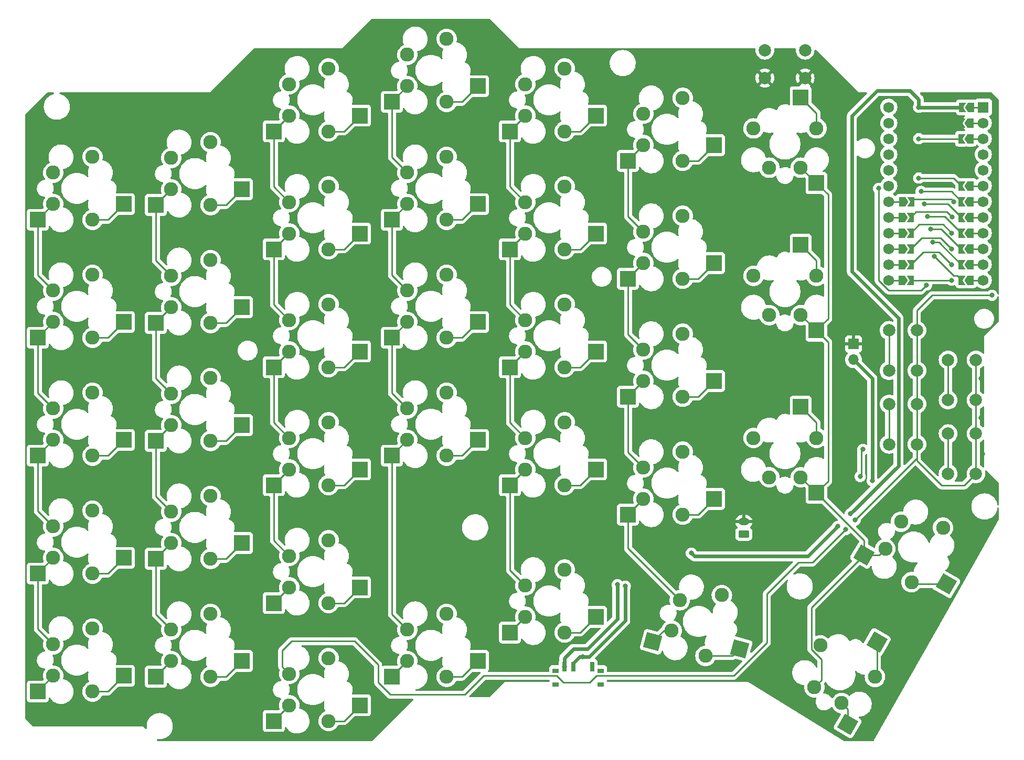
<source format=gbr>
%TF.GenerationSoftware,KiCad,Pcbnew,6.0.4*%
%TF.CreationDate,2022-04-20T09:09:29+02:00*%
%TF.ProjectId,mykeeb,6d796b65-6562-42e6-9b69-6361645f7063,rev?*%
%TF.SameCoordinates,Original*%
%TF.FileFunction,Copper,L2,Bot*%
%TF.FilePolarity,Positive*%
%FSLAX46Y46*%
G04 Gerber Fmt 4.6, Leading zero omitted, Abs format (unit mm)*
G04 Created by KiCad (PCBNEW 6.0.4) date 2022-04-20 09:09:29*
%MOMM*%
%LPD*%
G01*
G04 APERTURE LIST*
G04 Aperture macros list*
%AMRoundRect*
0 Rectangle with rounded corners*
0 $1 Rounding radius*
0 $2 $3 $4 $5 $6 $7 $8 $9 X,Y pos of 4 corners*
0 Add a 4 corners polygon primitive as box body*
4,1,4,$2,$3,$4,$5,$6,$7,$8,$9,$2,$3,0*
0 Add four circle primitives for the rounded corners*
1,1,$1+$1,$2,$3*
1,1,$1+$1,$4,$5*
1,1,$1+$1,$6,$7*
1,1,$1+$1,$8,$9*
0 Add four rect primitives between the rounded corners*
20,1,$1+$1,$2,$3,$4,$5,0*
20,1,$1+$1,$4,$5,$6,$7,0*
20,1,$1+$1,$6,$7,$8,$9,0*
20,1,$1+$1,$8,$9,$2,$3,0*%
%AMRotRect*
0 Rectangle, with rotation*
0 The origin of the aperture is its center*
0 $1 length*
0 $2 width*
0 $3 Rotation angle, in degrees counterclockwise*
0 Add horizontal line*
21,1,$1,$2,0,0,$3*%
%AMFreePoly0*
4,1,6,1.000000,0.000000,0.500000,-0.750000,-0.500000,-0.750000,-0.500000,0.750000,0.500000,0.750000,1.000000,0.000000,1.000000,0.000000,$1*%
%AMFreePoly1*
4,1,6,0.500000,-0.750000,-0.650000,-0.750000,-0.150000,0.000000,-0.650000,0.750000,0.500000,0.750000,0.500000,-0.750000,0.500000,-0.750000,$1*%
G04 Aperture macros list end*
%TA.AperFunction,ComponentPad*%
%ADD10R,1.700000X1.700000*%
%TD*%
%TA.AperFunction,ComponentPad*%
%ADD11O,1.700000X1.700000*%
%TD*%
%TA.AperFunction,SMDPad,CuDef*%
%ADD12R,2.550000X2.500000*%
%TD*%
%TA.AperFunction,ComponentPad*%
%ADD13C,2.286000*%
%TD*%
%TA.AperFunction,ComponentPad*%
%ADD14RoundRect,0.250000X0.625000X-0.350000X0.625000X0.350000X-0.625000X0.350000X-0.625000X-0.350000X0*%
%TD*%
%TA.AperFunction,ComponentPad*%
%ADD15O,1.750000X1.200000*%
%TD*%
%TA.AperFunction,SMDPad,CuDef*%
%ADD16RotRect,2.550000X2.500000X345.000000*%
%TD*%
%TA.AperFunction,SMDPad,CuDef*%
%ADD17RotRect,2.550000X2.500000X330.000000*%
%TD*%
%TA.AperFunction,SMDPad,CuDef*%
%ADD18R,2.500000X2.550000*%
%TD*%
%TA.AperFunction,ComponentPad*%
%ADD19C,2.000000*%
%TD*%
%TA.AperFunction,SMDPad,CuDef*%
%ADD20RotRect,2.550000X2.500000X60.000000*%
%TD*%
%TA.AperFunction,SMDPad,CuDef*%
%ADD21FreePoly0,180.000000*%
%TD*%
%TA.AperFunction,SMDPad,CuDef*%
%ADD22FreePoly1,180.000000*%
%TD*%
%TA.AperFunction,SMDPad,CuDef*%
%ADD23FreePoly0,0.000000*%
%TD*%
%TA.AperFunction,SMDPad,CuDef*%
%ADD24FreePoly1,0.000000*%
%TD*%
%TA.AperFunction,ComponentPad*%
%ADD25C,1.752600*%
%TD*%
%TA.AperFunction,ComponentPad*%
%ADD26R,1.752600X1.752600*%
%TD*%
%TA.AperFunction,SMDPad,CuDef*%
%ADD27R,0.700000X1.500000*%
%TD*%
%TA.AperFunction,SMDPad,CuDef*%
%ADD28R,1.000000X0.800000*%
%TD*%
%TA.AperFunction,ViaPad*%
%ADD29C,0.800000*%
%TD*%
%TA.AperFunction,Conductor*%
%ADD30C,0.600000*%
%TD*%
%TA.AperFunction,Conductor*%
%ADD31C,0.250000*%
%TD*%
G04 APERTURE END LIST*
D10*
%TO.P,BT2,1,Pin_1*%
%TO.N,GND*%
X172974000Y-82296000D03*
D11*
%TO.P,BT2,2,Pin_2*%
%TO.N,Net-(BT1-Pad1)*%
X172974000Y-84836000D03*
%TD*%
D12*
%TO.P,K11,2*%
%TO.N,Net-(D11-Pad1)*%
X74235000Y-76358750D03*
D13*
X69215000Y-68738750D03*
X69215000Y-78898750D03*
D12*
%TO.P,K11,1*%
%TO.N,col1*%
X60385000Y-78898750D03*
D13*
X62865000Y-76358750D03*
X62865000Y-71278750D03*
%TD*%
D12*
%TO.P,K10,2*%
%TO.N,Net-(D10-Pad1)*%
X55185000Y-78740000D03*
D13*
X50165000Y-71120000D03*
X50165000Y-81280000D03*
D12*
%TO.P,K10,1*%
%TO.N,col0*%
X41335000Y-81280000D03*
D13*
X43815000Y-78740000D03*
X43815000Y-73660000D03*
%TD*%
D12*
%TO.P,K31,2*%
%TO.N,Net-(D31-Pad1)*%
X74235000Y-114458750D03*
D13*
X69215000Y-106838750D03*
X69215000Y-116998750D03*
D12*
%TO.P,K31,1*%
%TO.N,col1*%
X60385000Y-116998750D03*
D13*
X62865000Y-114458750D03*
X62865000Y-109378750D03*
%TD*%
D14*
%TO.P,BT1,1,+*%
%TO.N,Net-(BT1-Pad1)*%
X155284000Y-113014000D03*
D15*
%TO.P,BT1,2,-*%
%TO.N,GND*%
X155284000Y-111014000D03*
%TD*%
D12*
%TO.P,K24,2*%
%TO.N,Net-(D24-Pad1)*%
X131385000Y-83502500D03*
D13*
X126365000Y-75882500D03*
X126365000Y-86042500D03*
D12*
%TO.P,K24,1*%
%TO.N,col4*%
X117535000Y-86042500D03*
D13*
X120015000Y-83502500D03*
X120015000Y-78422500D03*
%TD*%
D16*
%TO.P,K45,2*%
%TO.N,Net-(D45-Pad1)*%
X154605567Y-131527054D03*
D13*
X151728820Y-122867427D03*
X149099219Y-132681234D03*
D16*
%TO.P,K45,1*%
%TO.N,col5*%
X140570094Y-130395861D03*
D13*
X144937791Y-123677378D03*
X143622990Y-128584281D03*
%TD*%
D12*
%TO.P,K41,2*%
%TO.N,Net-(D41-Pad1)*%
X74235000Y-133508750D03*
D13*
X69215000Y-125888750D03*
X69215000Y-136048750D03*
D12*
%TO.P,K41,1*%
%TO.N,col1*%
X60385000Y-136048750D03*
D13*
X62865000Y-133508750D03*
X62865000Y-128428750D03*
%TD*%
D12*
%TO.P,K20,2*%
%TO.N,Net-(D20-Pad1)*%
X55185000Y-97790000D03*
D13*
X50165000Y-90170000D03*
X50165000Y-100330000D03*
D12*
%TO.P,K20,1*%
%TO.N,col0*%
X41335000Y-100330000D03*
D13*
X43815000Y-97790000D03*
X43815000Y-92710000D03*
%TD*%
D12*
%TO.P,K21,2*%
%TO.N,Net-(D21-Pad1)*%
X74235000Y-95408750D03*
D13*
X69215000Y-87788750D03*
X69215000Y-97948750D03*
D12*
%TO.P,K21,1*%
%TO.N,col1*%
X60385000Y-97948750D03*
D13*
X62865000Y-95408750D03*
X62865000Y-90328750D03*
%TD*%
D12*
%TO.P,K13,2*%
%TO.N,Net-(D13-Pad1)*%
X112335000Y-59690000D03*
D13*
X107315000Y-52070000D03*
X107315000Y-62230000D03*
D12*
%TO.P,K13,1*%
%TO.N,col3*%
X98485000Y-62230000D03*
D13*
X100965000Y-59690000D03*
X100965000Y-54610000D03*
%TD*%
D17*
%TO.P,K36,2*%
%TO.N,Net-(D36-Pad1)*%
X187960000Y-121080659D03*
D13*
X187422553Y-111971545D03*
X182342553Y-120770363D03*
D17*
%TO.P,K36,1*%
%TO.N,col6*%
X174695548Y-116355363D03*
D13*
X178113291Y-115395659D03*
X180653291Y-110996249D03*
%TD*%
D12*
%TO.P,K40,2*%
%TO.N,Net-(D40-Pad1)*%
X55185000Y-135890000D03*
D13*
X50165000Y-128270000D03*
X50165000Y-138430000D03*
D12*
%TO.P,K40,1*%
%TO.N,col0*%
X41335000Y-138430000D03*
D13*
X43815000Y-135890000D03*
X43815000Y-130810000D03*
%TD*%
D12*
%TO.P,K25,2*%
%TO.N,Net-(D25-Pad1)*%
X150435000Y-88265000D03*
D13*
X145415000Y-80645000D03*
X145415000Y-90805000D03*
D12*
%TO.P,K25,1*%
%TO.N,col5*%
X136585000Y-90805000D03*
D13*
X139065000Y-88265000D03*
X139065000Y-83185000D03*
%TD*%
D12*
%TO.P,K7,2*%
%TO.N,Net-(D7-Pad1)*%
X93285000Y-140652500D03*
D13*
X88265000Y-133032500D03*
X88265000Y-143192500D03*
D12*
%TO.P,K7,1*%
%TO.N,col7*%
X79435000Y-143192500D03*
D13*
X81915000Y-140652500D03*
X81915000Y-135572500D03*
%TD*%
D12*
%TO.P,K15,2*%
%TO.N,Net-(D15-Pad1)*%
X150435000Y-69215000D03*
D13*
X145415000Y-61595000D03*
X145415000Y-71755000D03*
D12*
%TO.P,K15,1*%
%TO.N,col5*%
X136585000Y-71755000D03*
D13*
X139065000Y-69215000D03*
X139065000Y-64135000D03*
%TD*%
D12*
%TO.P,K5,2*%
%TO.N,Net-(D5-Pad1)*%
X150435000Y-50165000D03*
D13*
X145415000Y-42545000D03*
X145415000Y-52705000D03*
D12*
%TO.P,K5,1*%
%TO.N,col5*%
X136585000Y-52705000D03*
D13*
X139065000Y-50165000D03*
X139065000Y-45085000D03*
%TD*%
D12*
%TO.P,K1,2*%
%TO.N,Net-(D1-Pad1)*%
X74235000Y-57308750D03*
D13*
X69215000Y-49688750D03*
X69215000Y-59848750D03*
D12*
%TO.P,K1,1*%
%TO.N,col1*%
X60385000Y-59848750D03*
D13*
X62865000Y-57308750D03*
X62865000Y-52228750D03*
%TD*%
D12*
%TO.P,K0,2*%
%TO.N,Net-(D0-Pad1)*%
X55185000Y-59690000D03*
D13*
X50165000Y-52070000D03*
X50165000Y-62230000D03*
D12*
%TO.P,K0,1*%
%TO.N,col0*%
X41335000Y-62230000D03*
D13*
X43815000Y-59690000D03*
X43815000Y-54610000D03*
%TD*%
D12*
%TO.P,K42,2*%
%TO.N,Net-(D42-Pad1)*%
X93285000Y-121602500D03*
D13*
X88265000Y-113982500D03*
X88265000Y-124142500D03*
D12*
%TO.P,K42,1*%
%TO.N,col2*%
X79435000Y-124142500D03*
D13*
X81915000Y-121602500D03*
X81915000Y-116522500D03*
%TD*%
D12*
%TO.P,K35,2*%
%TO.N,Net-(D35-Pad1)*%
X150435000Y-107315000D03*
D13*
X145415000Y-99695000D03*
X145415000Y-109855000D03*
D12*
%TO.P,K35,1*%
%TO.N,col5*%
X136585000Y-109855000D03*
D13*
X139065000Y-107315000D03*
X139065000Y-102235000D03*
%TD*%
D12*
%TO.P,K14,2*%
%TO.N,Net-(D14-Pad1)*%
X131385000Y-64452500D03*
D13*
X126365000Y-56832500D03*
X126365000Y-66992500D03*
D12*
%TO.P,K14,1*%
%TO.N,col4*%
X117535000Y-66992500D03*
D13*
X120015000Y-64452500D03*
X120015000Y-59372500D03*
%TD*%
D12*
%TO.P,K22,2*%
%TO.N,Net-(D22-Pad1)*%
X93285000Y-83502500D03*
D13*
X88265000Y-75882500D03*
X88265000Y-86042500D03*
D12*
%TO.P,K22,1*%
%TO.N,col2*%
X79435000Y-86042500D03*
D13*
X81915000Y-83502500D03*
X81915000Y-78422500D03*
%TD*%
D12*
%TO.P,K12,2*%
%TO.N,Net-(D12-Pad1)*%
X93285000Y-64452500D03*
D13*
X88265000Y-56832500D03*
X88265000Y-66992500D03*
D12*
%TO.P,K12,1*%
%TO.N,col2*%
X79435000Y-66992500D03*
D13*
X81915000Y-64452500D03*
X81915000Y-59372500D03*
%TD*%
D12*
%TO.P,K43,2*%
%TO.N,Net-(D43-Pad1)*%
X112335000Y-133508750D03*
D13*
X107315000Y-125888750D03*
X107315000Y-136048750D03*
D12*
%TO.P,K43,1*%
%TO.N,col3*%
X98485000Y-136048750D03*
D13*
X100965000Y-133508750D03*
X100965000Y-128428750D03*
%TD*%
D12*
%TO.P,K33,2*%
%TO.N,Net-(D33-Pad1)*%
X112335000Y-97790000D03*
D13*
X107315000Y-90170000D03*
X107315000Y-100330000D03*
D12*
%TO.P,K33,1*%
%TO.N,col3*%
X98485000Y-100330000D03*
D13*
X100965000Y-97790000D03*
X100965000Y-92710000D03*
%TD*%
%TO.P,K26,2*%
%TO.N,Net-(D26-Pad1)*%
X167005000Y-97472500D03*
X156845000Y-97472500D03*
D18*
X164465000Y-92452500D03*
D13*
%TO.P,K26,1*%
%TO.N,col6*%
X164465000Y-103822500D03*
X159385000Y-103822500D03*
D18*
X167005000Y-106302500D03*
%TD*%
D19*
%TO.P,K17,1*%
%TO.N,col7*%
X183225000Y-80093750D03*
X183225000Y-86593750D03*
%TO.P,K17,2*%
%TO.N,Net-(D17-Pad1)*%
X178725000Y-80093750D03*
X178725000Y-86593750D03*
%TD*%
%TO.P,K47,1*%
%TO.N,col7*%
X192750000Y-96762500D03*
X192750000Y-103262500D03*
%TO.P,K47,2*%
%TO.N,Net-(D47-Pad1)*%
X188250000Y-96762500D03*
X188250000Y-103262500D03*
%TD*%
D12*
%TO.P,K3,2*%
%TO.N,Net-(D3-Pad1)*%
X112335000Y-40640000D03*
D13*
X107315000Y-33020000D03*
X107315000Y-43180000D03*
D12*
%TO.P,K3,1*%
%TO.N,col3*%
X98485000Y-43180000D03*
D13*
X100965000Y-40640000D03*
X100965000Y-35560000D03*
%TD*%
D12*
%TO.P,K34,2*%
%TO.N,Net-(D34-Pad1)*%
X131385000Y-102552500D03*
D13*
X126365000Y-94932500D03*
X126365000Y-105092500D03*
D12*
%TO.P,K34,1*%
%TO.N,col4*%
X117535000Y-105092500D03*
D13*
X120015000Y-102552500D03*
X120015000Y-97472500D03*
%TD*%
D18*
%TO.P,K16,2*%
%TO.N,Net-(D16-Pad1)*%
X164465000Y-66258750D03*
D13*
X156845000Y-71278750D03*
X167005000Y-71278750D03*
D18*
%TO.P,K16,1*%
%TO.N,col6*%
X167005000Y-80108750D03*
D13*
X159385000Y-77628750D03*
X164465000Y-77628750D03*
%TD*%
D12*
%TO.P,K2,2*%
%TO.N,Net-(D2-Pad1)*%
X93285000Y-45402500D03*
D13*
X88265000Y-37782500D03*
X88265000Y-47942500D03*
D12*
%TO.P,K2,1*%
%TO.N,col2*%
X79435000Y-47942500D03*
D13*
X81915000Y-45402500D03*
X81915000Y-40322500D03*
%TD*%
D19*
%TO.P,K37,1*%
%TO.N,col7*%
X192750000Y-84856250D03*
X192750000Y-91356250D03*
%TO.P,K37,2*%
%TO.N,Net-(D37-Pad1)*%
X188250000Y-84856250D03*
X188250000Y-91356250D03*
%TD*%
%TO.P,K27,1*%
%TO.N,col7*%
X183225000Y-92000000D03*
X183225000Y-98500000D03*
%TO.P,K27,2*%
%TO.N,Net-(D27-Pad1)*%
X178725000Y-92000000D03*
X178725000Y-98500000D03*
%TD*%
D12*
%TO.P,K44,2*%
%TO.N,Net-(D44-Pad1)*%
X131385000Y-126365000D03*
D13*
X126365000Y-118745000D03*
X126365000Y-128905000D03*
D12*
%TO.P,K44,1*%
%TO.N,col4*%
X117535000Y-128905000D03*
D13*
X120015000Y-126365000D03*
X120015000Y-121285000D03*
%TD*%
D12*
%TO.P,K4,2*%
%TO.N,Net-(D4-Pad1)*%
X131385000Y-45402500D03*
D13*
X126365000Y-37782500D03*
X126365000Y-47942500D03*
D12*
%TO.P,K4,1*%
%TO.N,col4*%
X117535000Y-47942500D03*
D13*
X120015000Y-45402500D03*
X120015000Y-40322500D03*
%TD*%
D12*
%TO.P,K23,2*%
%TO.N,Net-(D23-Pad1)*%
X112335000Y-78740000D03*
D13*
X107315000Y-71120000D03*
X107315000Y-81280000D03*
D12*
%TO.P,K23,1*%
%TO.N,col3*%
X98485000Y-81280000D03*
D13*
X100965000Y-78740000D03*
X100965000Y-73660000D03*
%TD*%
D12*
%TO.P,K30,2*%
%TO.N,Net-(D30-Pad1)*%
X55185000Y-116840000D03*
D13*
X50165000Y-109220000D03*
X50165000Y-119380000D03*
D12*
%TO.P,K30,1*%
%TO.N,col0*%
X41335000Y-119380000D03*
D13*
X43815000Y-116840000D03*
X43815000Y-111760000D03*
%TD*%
%TO.P,K46,2*%
%TO.N,Net-(D46-Pad1)*%
X176446007Y-136063479D03*
X167647189Y-130983479D03*
D20*
X176756303Y-130446032D03*
D13*
%TO.P,K46,1*%
%TO.N,col6*%
X171071303Y-140292741D03*
X166671893Y-137752741D03*
D20*
X172031007Y-143710484D03*
%TD*%
D12*
%TO.P,K32,2*%
%TO.N,Net-(D32-Pad1)*%
X93285000Y-102552500D03*
D13*
X88265000Y-94932500D03*
X88265000Y-105092500D03*
D12*
%TO.P,K32,1*%
%TO.N,col2*%
X79435000Y-105092500D03*
D13*
X81915000Y-102552500D03*
X81915000Y-97472500D03*
%TD*%
D18*
%TO.P,K6,2*%
%TO.N,Net-(D6-Pad1)*%
X164465000Y-42446250D03*
D13*
X156845000Y-47466250D03*
X167005000Y-47466250D03*
D18*
%TO.P,K6,1*%
%TO.N,col6*%
X167005000Y-56296250D03*
D13*
X159385000Y-53816250D03*
X164465000Y-53816250D03*
%TD*%
D21*
%TO.P,JPc4b1,1,A*%
%TO.N,c4b*%
X191883750Y-66913125D03*
D22*
%TO.P,JPc4b1,2,B*%
%TO.N,col4*%
X190433750Y-66913125D03*
%TD*%
D21*
%TO.P,JPc0b1,1,A*%
%TO.N,c0b*%
X191883750Y-56753125D03*
D22*
%TO.P,JPc0b1,2,B*%
%TO.N,col0*%
X190433750Y-56753125D03*
%TD*%
D21*
%TO.P,JPbat+b0,1,A*%
%TO.N,Net-(JPbat+b0-Pad1)*%
X191987000Y-44053125D03*
D22*
%TO.P,JPbat+b0,2,B*%
%TO.N,Bat+*%
X190537000Y-44053125D03*
%TD*%
D23*
%TO.P,JPr1b1,1,A*%
%TO.N,c3a*%
X180744750Y-64373125D03*
D24*
%TO.P,JPr1b1,2,B*%
%TO.N,row1*%
X182194750Y-64373125D03*
%TD*%
D21*
%TO.P,JPc6b1,1,A*%
%TO.N,c6b*%
X191883750Y-71993125D03*
D22*
%TO.P,JPc6b1,2,B*%
%TO.N,col6*%
X190433750Y-71993125D03*
%TD*%
D25*
%TO.P,U1,24,RAW*%
%TO.N,Net-(JPbat+a0-Pad1)*%
X178675750Y-44053125D03*
%TO.P,U1,12,9/PB5*%
%TO.N,c6b*%
X193915750Y-71993125D03*
%TO.P,U1,23,GND*%
%TO.N,Net-(JPgbda0-Pad1)*%
X178675750Y-46593125D03*
%TO.P,U1,22,RST*%
%TO.N,Net-(JPresa0-Pad1)*%
X178675750Y-49133125D03*
%TO.P,U1,21,VCC*%
%TO.N,unconnected-(U1-Pad21)*%
X178675750Y-51673125D03*
%TO.P,U1,20,A3/PF4*%
%TO.N,unconnected-(U1-Pad20)*%
X178675750Y-54213125D03*
%TO.P,U1,19,A2/PF5*%
%TO.N,c0a*%
X178675750Y-56753125D03*
%TO.P,U1,18,A1/PF6*%
%TO.N,c1a*%
X178675750Y-59293125D03*
%TO.P,U1,17,A0/PF7*%
%TO.N,c2a*%
X178675750Y-61833125D03*
%TO.P,U1,16,15/PB1*%
%TO.N,c3a*%
X178675750Y-64373125D03*
%TO.P,U1,15,14/PB3*%
%TO.N,c4a*%
X178675750Y-66913125D03*
%TO.P,U1,14,16/PB2*%
%TO.N,c5a*%
X178675750Y-69453125D03*
%TO.P,U1,13,10/PB6*%
%TO.N,c6a*%
X178675750Y-71993125D03*
%TO.P,U1,11,8/PB4*%
%TO.N,c5b*%
X193915750Y-69453125D03*
%TO.P,U1,10,7/PE6*%
%TO.N,c4b*%
X193915750Y-66913125D03*
%TO.P,U1,9,6/PD7*%
%TO.N,c3b*%
X193915750Y-64373125D03*
%TO.P,U1,8,5/PC6*%
%TO.N,c2b*%
X193915750Y-61833125D03*
%TO.P,U1,7,4/PD4*%
%TO.N,c1b*%
X193915750Y-59293125D03*
%TO.P,U1,6,3/PD0*%
%TO.N,c0b*%
X193915750Y-56753125D03*
%TO.P,U1,5,2/PD1*%
%TO.N,unconnected-(U1-Pad5)*%
X193915750Y-54213125D03*
%TO.P,U1,4,GND*%
%TO.N,unconnected-(U1-Pad4)*%
X193915750Y-51673125D03*
%TO.P,U1,3,GND*%
%TO.N,Net-(JPresb0-Pad1)*%
X193915750Y-49133125D03*
%TO.P,U1,2,RX1/PD2*%
%TO.N,Net-(JPgndb0-Pad1)*%
X193915750Y-46593125D03*
D26*
%TO.P,U1,1,TX0/PD3*%
%TO.N,Net-(JPbat+b0-Pad1)*%
X193915750Y-44053125D03*
%TD*%
D27*
%TO.P,SWbat2,3,C*%
%TO.N,Net-(BT1-Pad1)*%
X126298000Y-134417000D03*
%TO.P,SWbat2,2,B*%
%TO.N,Bat+*%
X127798000Y-134417000D03*
%TO.P,SWbat2,1,A*%
%TO.N,unconnected-(SWbat2-Pad1)*%
X130798000Y-134417000D03*
D28*
%TO.P,SWbat2,*%
%TO.N,*%
X132198000Y-135067000D03*
X124898000Y-137277000D03*
X132198000Y-137277000D03*
X124898000Y-135067000D03*
%TD*%
D23*
%TO.P,JPr0b1,1,A*%
%TO.N,c2a*%
X180744750Y-61833125D03*
D24*
%TO.P,JPr0b1,2,B*%
%TO.N,row0*%
X182194750Y-61833125D03*
%TD*%
D23*
%TO.P,JPr3b1,1,A*%
%TO.N,c5a*%
X180781750Y-69453125D03*
D24*
%TO.P,JPr3b1,2,B*%
%TO.N,row3*%
X182231750Y-69453125D03*
%TD*%
D22*
%TO.P,JPresb0,2,B*%
%TO.N,RST*%
X190396750Y-49133125D03*
D21*
%TO.P,JPresb0,1,A*%
%TO.N,Net-(JPresb0-Pad1)*%
X191846750Y-49133125D03*
%TD*%
%TO.P,JPc5b1,1,A*%
%TO.N,c5b*%
X191883750Y-69453125D03*
D22*
%TO.P,JPc5b1,2,B*%
%TO.N,col5*%
X190433750Y-69453125D03*
%TD*%
D23*
%TO.P,JPr2b1,1,A*%
%TO.N,c4a*%
X180781750Y-66913125D03*
D24*
%TO.P,JPr2b1,2,B*%
%TO.N,row2*%
X182231750Y-66913125D03*
%TD*%
D21*
%TO.P,JPc2b1,1,A*%
%TO.N,c2b*%
X191883750Y-61833125D03*
D22*
%TO.P,JPc2b1,2,B*%
%TO.N,col2*%
X190433750Y-61833125D03*
%TD*%
D23*
%TO.P,JPr4b1,1,A*%
%TO.N,c6a*%
X180744750Y-71993125D03*
D24*
%TO.P,JPr4b1,2,B*%
%TO.N,row4*%
X182194750Y-71993125D03*
%TD*%
D22*
%TO.P,JPgndb0,2,B*%
%TO.N,GND*%
X190396750Y-46593125D03*
D21*
%TO.P,JPgndb0,1,A*%
%TO.N,Net-(JPgndb0-Pad1)*%
X191846750Y-46593125D03*
%TD*%
%TO.P,JPc3b1,1,A*%
%TO.N,c3b*%
X191846750Y-64373125D03*
D22*
%TO.P,JPc3b1,2,B*%
%TO.N,col3*%
X190396750Y-64373125D03*
%TD*%
D19*
%TO.P,SW1,1,1*%
%TO.N,RST*%
X158675000Y-34834000D03*
X165175000Y-34834000D03*
%TO.P,SW1,2,2*%
%TO.N,GND*%
X158675000Y-39334000D03*
X165175000Y-39334000D03*
%TD*%
D21*
%TO.P,JPc1b1,1,A*%
%TO.N,c1b*%
X191883750Y-59293125D03*
D22*
%TO.P,JPc1b1,2,B*%
%TO.N,col1*%
X190433750Y-59293125D03*
%TD*%
D23*
%TO.P,JPc7b1,1,A*%
%TO.N,c1a*%
X180829375Y-59293125D03*
D24*
%TO.P,JPc7b1,2,B*%
%TO.N,col7*%
X182279375Y-59293125D03*
%TD*%
D29*
%TO.N,GND*%
X181610000Y-100330000D03*
X181864000Y-89408000D03*
X181864000Y-82550000D03*
X180340000Y-75438000D03*
X158750000Y-118872000D03*
X171450000Y-80772000D03*
X174498000Y-80772000D03*
X174752000Y-82296000D03*
X172974000Y-80518000D03*
X171196000Y-82296000D03*
%TO.N,Net-(BT1-Pad1)*%
X176022000Y-104394000D03*
%TO.N,GND*%
X147066000Y-130810000D03*
X66802000Y-58166000D03*
X72898000Y-79502000D03*
X74676000Y-73660000D03*
X153416000Y-110236000D03*
X152908000Y-110998000D03*
X157226000Y-111760000D03*
X157734000Y-110998000D03*
X157226000Y-110236000D03*
%TO.N,Bat+*%
X183501750Y-44053125D03*
%TO.N,GND*%
X187198000Y-42418000D03*
X185674000Y-42418000D03*
X113792000Y-138176000D03*
X193548000Y-87884000D03*
X193548000Y-94234000D03*
X193802000Y-100076000D03*
X191516000Y-87884000D03*
X191516000Y-80772000D03*
X185928000Y-100838000D03*
X190754000Y-94996000D03*
%TO.N,col7*%
X195326000Y-74422000D03*
%TO.N,GND*%
X168148000Y-37084000D03*
X169164000Y-38100000D03*
X170180000Y-39116000D03*
X171196000Y-40132000D03*
X172212000Y-41148000D03*
X173228000Y-42164000D03*
X176212500Y-44053125D03*
X163115625Y-36909375D03*
X161925000Y-36909375D03*
X160734375Y-36909375D03*
X188118750Y-53578125D03*
X186928125Y-53578125D03*
X185737500Y-53578125D03*
X184546875Y-53578125D03*
X188118750Y-51196875D03*
X186928125Y-51196875D03*
X185737500Y-51196875D03*
X184546875Y-51196875D03*
X188118750Y-52387500D03*
X186928125Y-52387500D03*
X185737500Y-52387500D03*
X184546875Y-52387500D03*
X77390625Y-51196875D03*
X161925000Y-80962500D03*
X58340625Y-54768750D03*
X140493750Y-123825000D03*
X120253125Y-133350000D03*
X185737500Y-89296875D03*
X173831250Y-95250000D03*
X189309375Y-80962500D03*
X185737500Y-77390625D03*
X161925000Y-63103125D03*
X142875000Y-58340625D03*
X123825000Y-53578125D03*
X104775000Y-47625000D03*
X85725000Y-128587500D03*
X104775000Y-66675000D03*
X66675000Y-64293750D03*
X85725000Y-52387500D03*
X47625000Y-66675000D03*
X47625000Y-85725000D03*
X47625000Y-104775000D03*
X47625000Y-123825000D03*
X170259375Y-55959375D03*
X170259375Y-117871875D03*
X173831250Y-125015625D03*
X183356250Y-128587500D03*
%TO.N,col7*%
X171704000Y-112268000D03*
X173228000Y-110744000D03*
%TO.N,Net-(D36-Pad1)*%
X174058158Y-103700158D03*
X174498000Y-99314000D03*
%TO.N,Bat+*%
X136144000Y-121412000D03*
X146812000Y-116078000D03*
X172466000Y-109728000D03*
X170434000Y-111760000D03*
%TO.N,Net-(BT1-Pad1)*%
X126298000Y-134417000D03*
X134874000Y-121158000D03*
%TO.N,Bat+*%
X129286000Y-132842000D03*
%TO.N,row0*%
X177038000Y-57150000D03*
%TO.N,RST*%
X183501750Y-49133125D03*
%TO.N,row0*%
X188858549Y-61810326D03*
X184771750Y-72755125D03*
%TO.N,row1*%
X188835750Y-64373125D03*
%TO.N,row2*%
X188835750Y-66913125D03*
%TO.N,row3*%
X188835750Y-69453125D03*
%TO.N,row4*%
X188835750Y-71993125D03*
%TO.N,col0*%
X183501750Y-55483125D03*
%TO.N,col1*%
X183882750Y-57642125D03*
%TO.N,col2*%
X184372250Y-59655625D03*
%TO.N,col3*%
X184880250Y-61687625D03*
%TO.N,col4*%
X185388250Y-63719625D03*
%TO.N,col5*%
X185769250Y-65878625D03*
%TO.N,col6*%
X186023250Y-68164625D03*
%TO.N,GND*%
X183501750Y-46593125D03*
%TO.N,col7*%
X189174375Y-59293125D03*
%TD*%
D30*
%TO.N,Net-(BT1-Pad1)*%
X176022000Y-87884000D02*
X172974000Y-84836000D01*
X176022000Y-104394000D02*
X176022000Y-87884000D01*
D31*
%TO.N,Net-(D36-Pad1)*%
X174058158Y-103700158D02*
X174244000Y-103514316D01*
X174244000Y-103514316D02*
X174244000Y-99568000D01*
X174244000Y-99568000D02*
X174498000Y-99314000D01*
%TO.N,row0*%
X177038000Y-57150000D02*
X177038000Y-72053579D01*
X177038000Y-72053579D02*
X178644421Y-73660000D01*
X178644421Y-73660000D02*
X183866875Y-73660000D01*
X183866875Y-73660000D02*
X184771750Y-72755125D01*
%TO.N,Net-(JPbat+b0-Pad1)*%
X193915750Y-44053125D02*
X191987000Y-44053125D01*
D30*
%TO.N,Bat+*%
X183501750Y-42785750D02*
X183501750Y-44053125D01*
X182118000Y-41402000D02*
X183501750Y-42785750D01*
X172720000Y-45466000D02*
X176784000Y-41402000D01*
X176784000Y-41402000D02*
X182118000Y-41402000D01*
X172720000Y-70612000D02*
X172720000Y-45466000D01*
X180224511Y-78116511D02*
X172720000Y-70612000D01*
X180224511Y-101969489D02*
X180224511Y-78116511D01*
X172466000Y-109728000D02*
X180224511Y-101969489D01*
D31*
%TO.N,col7*%
X195326000Y-74422000D02*
X185674000Y-74422000D01*
X185674000Y-74422000D02*
X183225000Y-76871000D01*
X183225000Y-76871000D02*
X183225000Y-80093750D01*
X82296000Y-130302000D02*
X80772000Y-131826000D01*
X171704000Y-112268000D02*
X166370000Y-117602000D01*
X125060022Y-135890000D02*
X113284000Y-135890000D01*
X166370000Y-117602000D02*
X164084000Y-117602000D01*
X164084000Y-117602000D02*
X159004000Y-122682000D01*
X159004000Y-130556000D02*
X153670000Y-135890000D01*
X159004000Y-122682000D02*
X159004000Y-130556000D01*
X153670000Y-135890000D02*
X131501050Y-135890000D01*
X131501050Y-135890000D02*
X130389485Y-137001565D01*
X130389485Y-137001565D02*
X126171587Y-137001565D01*
X80772000Y-134429500D02*
X81915000Y-135572500D01*
X126171587Y-137001565D02*
X125060022Y-135890000D01*
X92456000Y-130302000D02*
X82296000Y-130302000D01*
X113284000Y-135890000D02*
X110236000Y-138938000D01*
X110236000Y-138938000D02*
X98200228Y-138938000D01*
X98200228Y-138938000D02*
X96266000Y-137003772D01*
X96266000Y-137003772D02*
X96266000Y-134112000D01*
X96266000Y-134112000D02*
X92456000Y-130302000D01*
X80772000Y-131826000D02*
X80772000Y-134429500D01*
X183225000Y-100747000D02*
X173228000Y-110744000D01*
X183225000Y-98500000D02*
X183225000Y-100747000D01*
X192750000Y-96762500D02*
X192750000Y-103262500D01*
X192750000Y-91356250D02*
X192750000Y-96762500D01*
X192750000Y-84856250D02*
X192750000Y-91356250D01*
X183225000Y-92000000D02*
X183225000Y-98500000D01*
X183225000Y-86593750D02*
X183225000Y-92000000D01*
X183225000Y-80093750D02*
X183225000Y-86593750D01*
%TO.N,Net-(D37-Pad1)*%
X188250000Y-91356250D02*
X188250000Y-84856250D01*
D30*
%TO.N,Bat+*%
X163830000Y-116586000D02*
X165608000Y-116586000D01*
X129286000Y-132842000D02*
X130302000Y-132842000D01*
X135128000Y-128016000D02*
X136144000Y-127000000D01*
X146812000Y-116078000D02*
X147320000Y-116586000D01*
X130302000Y-132842000D02*
X135128000Y-128016000D01*
X165608000Y-116586000D02*
X170434000Y-111760000D01*
X136144000Y-127000000D02*
X136144000Y-121412000D01*
X147320000Y-116586000D02*
X163830000Y-116586000D01*
%TO.N,Net-(BT1-Pad1)*%
X130029080Y-131572000D02*
X127762000Y-131572000D01*
X134874000Y-126727080D02*
X130029080Y-131572000D01*
X134874000Y-121158000D02*
X134874000Y-126727080D01*
X126298000Y-133036000D02*
X126298000Y-134417000D01*
X127762000Y-131572000D02*
X126298000Y-133036000D01*
%TO.N,Bat+*%
X128778000Y-132842000D02*
X129286000Y-132842000D01*
X127798000Y-134417000D02*
X127798000Y-133822000D01*
X127798000Y-133822000D02*
X128778000Y-132842000D01*
D31*
%TO.N,col7*%
X183225000Y-101183000D02*
X187198000Y-105156000D01*
X187198000Y-105156000D02*
X190856500Y-105156000D01*
X190856500Y-105156000D02*
X192750000Y-103262500D01*
X183225000Y-98500000D02*
X183225000Y-101183000D01*
%TO.N,Net-(D47-Pad1)*%
X188250000Y-96762500D02*
X188250000Y-103262500D01*
%TO.N,Net-(D27-Pad1)*%
X178725000Y-92000000D02*
X178725000Y-98500000D01*
%TO.N,Net-(D17-Pad1)*%
X178725000Y-80093750D02*
X178725000Y-86593750D01*
%TO.N,col6*%
X167005000Y-80108750D02*
X168879521Y-78234229D01*
X168879521Y-78234229D02*
X168879521Y-58170771D01*
X168879521Y-58170771D02*
X167005000Y-56296250D01*
X167005000Y-106302500D02*
X168879521Y-104427979D01*
X168879521Y-81983271D02*
X167005000Y-80108750D01*
X168879521Y-104427979D02*
X168879521Y-81983271D01*
X174695548Y-116355363D02*
X174695548Y-113993048D01*
X174695548Y-113993048D02*
X167005000Y-106302500D01*
X166671893Y-137752741D02*
X167814893Y-136609741D01*
X167814893Y-136609741D02*
X167814893Y-133226558D01*
X167814893Y-133226558D02*
X166179678Y-131591343D01*
X166179678Y-131591343D02*
X166179678Y-124871233D01*
X166179678Y-124871233D02*
X174695548Y-116355363D01*
%TO.N,col5*%
X136585000Y-109855000D02*
X136585000Y-115324587D01*
X136585000Y-115324587D02*
X144937791Y-123677378D01*
X136585000Y-90805000D02*
X136585000Y-99755000D01*
X136585000Y-99755000D02*
X139065000Y-102235000D01*
X136585000Y-71755000D02*
X136585000Y-80705000D01*
X136585000Y-80705000D02*
X139065000Y-83185000D01*
X136585000Y-52705000D02*
X136585000Y-61655000D01*
X136585000Y-61655000D02*
X139065000Y-64135000D01*
%TO.N,col4*%
X117535000Y-105092500D02*
X117535000Y-118805000D01*
X117535000Y-118805000D02*
X120015000Y-121285000D01*
X117535000Y-86042500D02*
X117535000Y-94992500D01*
X117535000Y-94992500D02*
X120015000Y-97472500D01*
X117535000Y-66992500D02*
X117535000Y-75942500D01*
X117535000Y-75942500D02*
X120015000Y-78422500D01*
X117535000Y-47942500D02*
X117535000Y-56892500D01*
X117535000Y-56892500D02*
X120015000Y-59372500D01*
%TO.N,col3*%
X98485000Y-100330000D02*
X98485000Y-125948750D01*
X98485000Y-125948750D02*
X100965000Y-128428750D01*
X98485000Y-81280000D02*
X98485000Y-90230000D01*
X98485000Y-90230000D02*
X100965000Y-92710000D01*
X98485000Y-62230000D02*
X98485000Y-71180000D01*
X98485000Y-71180000D02*
X100965000Y-73660000D01*
X98485000Y-43180000D02*
X98485000Y-52130000D01*
X98485000Y-52130000D02*
X100965000Y-54610000D01*
%TO.N,col2*%
X79435000Y-105092500D02*
X79435000Y-114042500D01*
X79435000Y-114042500D02*
X81915000Y-116522500D01*
X79435000Y-86042500D02*
X79435000Y-94992500D01*
X79435000Y-94992500D02*
X81915000Y-97472500D01*
X79435000Y-66992500D02*
X79435000Y-75942500D01*
X79435000Y-75942500D02*
X81915000Y-78422500D01*
X79435000Y-47942500D02*
X79435000Y-56892500D01*
X79435000Y-56892500D02*
X81915000Y-59372500D01*
%TO.N,col1*%
X60385000Y-116998750D02*
X60385000Y-125948750D01*
X60385000Y-125948750D02*
X62865000Y-128428750D01*
X60385000Y-97948750D02*
X60385000Y-106898750D01*
X60385000Y-106898750D02*
X62865000Y-109378750D01*
X60385000Y-78898750D02*
X60385000Y-87848750D01*
X60385000Y-87848750D02*
X62865000Y-90328750D01*
X60385000Y-59848750D02*
X60385000Y-68798750D01*
X60385000Y-68798750D02*
X62865000Y-71278750D01*
%TO.N,col0*%
X41335000Y-119380000D02*
X41335000Y-128330000D01*
X41335000Y-128330000D02*
X43815000Y-130810000D01*
X41335000Y-100330000D02*
X41335000Y-109280000D01*
X41335000Y-109280000D02*
X43815000Y-111760000D01*
X41335000Y-81280000D02*
X41335000Y-90230000D01*
X41335000Y-90230000D02*
X43815000Y-92710000D01*
X41335000Y-62230000D02*
X41335000Y-71180000D01*
X41335000Y-71180000D02*
X43815000Y-73660000D01*
%TO.N,col6*%
X172031007Y-143710484D02*
X172031007Y-141252445D01*
X172031007Y-141252445D02*
X171071303Y-140292741D01*
%TO.N,Net-(D46-Pad1)*%
X176756303Y-130446032D02*
X176756303Y-135753183D01*
X176756303Y-135753183D02*
X176446007Y-136063479D01*
%TO.N,Net-(D36-Pad1)*%
X187960000Y-121080659D02*
X182652849Y-121080659D01*
X182652849Y-121080659D02*
X182342553Y-120770363D01*
%TO.N,col6*%
X174695548Y-116355363D02*
X177153587Y-116355363D01*
X177153587Y-116355363D02*
X178113291Y-115395659D01*
X167005000Y-106302500D02*
X166945000Y-106302500D01*
X166945000Y-106302500D02*
X164465000Y-103822500D01*
%TO.N,Net-(D26-Pad1)*%
X164465000Y-92452500D02*
X167005000Y-94992500D01*
X167005000Y-94992500D02*
X167005000Y-97472500D01*
%TO.N,col6*%
X167005000Y-80108750D02*
X166945000Y-80108750D01*
X166945000Y-80108750D02*
X164465000Y-77628750D01*
%TO.N,Net-(D16-Pad1)*%
X164465000Y-66258750D02*
X167005000Y-68798750D01*
X167005000Y-68798750D02*
X167005000Y-71278750D01*
%TO.N,col6*%
X167005000Y-56296250D02*
X166945000Y-56296250D01*
X166945000Y-56296250D02*
X164465000Y-53816250D01*
%TO.N,Net-(D6-Pad1)*%
X164465000Y-42446250D02*
X167005000Y-44986250D01*
X167005000Y-44986250D02*
X167005000Y-47466250D01*
%TO.N,Net-(D5-Pad1)*%
X150435000Y-50165000D02*
X147895000Y-52705000D01*
X147895000Y-52705000D02*
X145415000Y-52705000D01*
%TO.N,col5*%
X136585000Y-52705000D02*
X136585000Y-52645000D01*
X136585000Y-52645000D02*
X139065000Y-50165000D01*
%TO.N,Net-(D15-Pad1)*%
X150435000Y-69215000D02*
X147895000Y-71755000D01*
X147895000Y-71755000D02*
X145415000Y-71755000D01*
%TO.N,col5*%
X136585000Y-71755000D02*
X136585000Y-71695000D01*
X136585000Y-71695000D02*
X139065000Y-69215000D01*
%TO.N,Net-(D25-Pad1)*%
X150435000Y-88265000D02*
X147895000Y-90805000D01*
X147895000Y-90805000D02*
X145415000Y-90805000D01*
%TO.N,col5*%
X136585000Y-90805000D02*
X136585000Y-90745000D01*
X136585000Y-90745000D02*
X139065000Y-88265000D01*
%TO.N,Net-(D35-Pad1)*%
X150435000Y-107315000D02*
X147895000Y-109855000D01*
X147895000Y-109855000D02*
X145415000Y-109855000D01*
%TO.N,col5*%
X136585000Y-109855000D02*
X136585000Y-109795000D01*
X136585000Y-109795000D02*
X139065000Y-107315000D01*
%TO.N,Net-(D45-Pad1)*%
X154605567Y-131527054D02*
X153451387Y-132681234D01*
X153451387Y-132681234D02*
X149099219Y-132681234D01*
%TO.N,col5*%
X140570094Y-130395861D02*
X142381674Y-128584281D01*
X142381674Y-128584281D02*
X143622990Y-128584281D01*
%TO.N,Net-(D44-Pad1)*%
X131385000Y-126365000D02*
X128845000Y-128905000D01*
X128845000Y-128905000D02*
X126365000Y-128905000D01*
%TO.N,col4*%
X117535000Y-128905000D02*
X117535000Y-128845000D01*
X117535000Y-128845000D02*
X120015000Y-126365000D01*
%TO.N,Net-(D34-Pad1)*%
X131385000Y-102552500D02*
X128845000Y-105092500D01*
X128845000Y-105092500D02*
X126365000Y-105092500D01*
%TO.N,col4*%
X117535000Y-105092500D02*
X117535000Y-105032500D01*
X117535000Y-105032500D02*
X120015000Y-102552500D01*
%TO.N,Net-(D24-Pad1)*%
X131385000Y-83502500D02*
X128845000Y-86042500D01*
X128845000Y-86042500D02*
X126365000Y-86042500D01*
%TO.N,col4*%
X117535000Y-86042500D02*
X117535000Y-85982500D01*
X117535000Y-85982500D02*
X120015000Y-83502500D01*
%TO.N,Net-(D14-Pad1)*%
X131385000Y-64452500D02*
X128845000Y-66992500D01*
X128845000Y-66992500D02*
X126365000Y-66992500D01*
%TO.N,col4*%
X117535000Y-66992500D02*
X117535000Y-66932500D01*
X117535000Y-66932500D02*
X120015000Y-64452500D01*
%TO.N,Net-(D4-Pad1)*%
X131385000Y-45402500D02*
X128845000Y-47942500D01*
X128845000Y-47942500D02*
X126365000Y-47942500D01*
%TO.N,col4*%
X117535000Y-47942500D02*
X117535000Y-47882500D01*
X117535000Y-47882500D02*
X120015000Y-45402500D01*
%TO.N,Net-(D3-Pad1)*%
X112335000Y-40640000D02*
X109795000Y-43180000D01*
X109795000Y-43180000D02*
X107315000Y-43180000D01*
%TO.N,col3*%
X98485000Y-43180000D02*
X98485000Y-43120000D01*
X98485000Y-43120000D02*
X100965000Y-40640000D01*
%TO.N,Net-(D13-Pad1)*%
X112335000Y-59690000D02*
X109795000Y-62230000D01*
X109795000Y-62230000D02*
X107315000Y-62230000D01*
%TO.N,col3*%
X98485000Y-62230000D02*
X98485000Y-62170000D01*
X98485000Y-62170000D02*
X100965000Y-59690000D01*
%TO.N,Net-(D23-Pad1)*%
X112335000Y-78740000D02*
X109795000Y-81280000D01*
X109795000Y-81280000D02*
X107315000Y-81280000D01*
%TO.N,col3*%
X98485000Y-81280000D02*
X98485000Y-81220000D01*
X98485000Y-81220000D02*
X100965000Y-78740000D01*
%TO.N,Net-(D33-Pad1)*%
X112335000Y-97790000D02*
X109795000Y-100330000D01*
X109795000Y-100330000D02*
X107315000Y-100330000D01*
%TO.N,col3*%
X98485000Y-100330000D02*
X98485000Y-100270000D01*
X98485000Y-100270000D02*
X100965000Y-97790000D01*
%TO.N,Net-(D43-Pad1)*%
X112335000Y-133508750D02*
X109795000Y-136048750D01*
X109795000Y-136048750D02*
X107315000Y-136048750D01*
%TO.N,col3*%
X98485000Y-136048750D02*
X98485000Y-135988750D01*
X98485000Y-135988750D02*
X100965000Y-133508750D01*
%TO.N,Net-(D7-Pad1)*%
X93285000Y-140652500D02*
X90745000Y-143192500D01*
X90745000Y-143192500D02*
X88265000Y-143192500D01*
%TO.N,col7*%
X79435000Y-143192500D02*
X79435000Y-143132500D01*
X79435000Y-143132500D02*
X81915000Y-140652500D01*
%TO.N,Net-(D42-Pad1)*%
X93285000Y-121602500D02*
X90745000Y-124142500D01*
X90745000Y-124142500D02*
X88265000Y-124142500D01*
%TO.N,col2*%
X79435000Y-124142500D02*
X79435000Y-124082500D01*
X79435000Y-124082500D02*
X81915000Y-121602500D01*
%TO.N,Net-(D32-Pad1)*%
X93285000Y-102552500D02*
X90745000Y-105092500D01*
X90745000Y-105092500D02*
X88265000Y-105092500D01*
%TO.N,col2*%
X79435000Y-105092500D02*
X79435000Y-105032500D01*
X79435000Y-105032500D02*
X81915000Y-102552500D01*
%TO.N,Net-(D22-Pad1)*%
X93285000Y-83502500D02*
X90745000Y-86042500D01*
X90745000Y-86042500D02*
X88265000Y-86042500D01*
%TO.N,col2*%
X79435000Y-86042500D02*
X79435000Y-85982500D01*
X79435000Y-85982500D02*
X81915000Y-83502500D01*
%TO.N,Net-(D12-Pad1)*%
X93285000Y-64452500D02*
X90745000Y-66992500D01*
X90745000Y-66992500D02*
X88265000Y-66992500D01*
%TO.N,col2*%
X79435000Y-66992500D02*
X79435000Y-66932500D01*
X79435000Y-66932500D02*
X81915000Y-64452500D01*
%TO.N,Net-(D2-Pad1)*%
X93285000Y-45402500D02*
X90745000Y-47942500D01*
X90745000Y-47942500D02*
X88265000Y-47942500D01*
%TO.N,col2*%
X79435000Y-47942500D02*
X79435000Y-47882500D01*
X79435000Y-47882500D02*
X81915000Y-45402500D01*
%TO.N,Net-(D1-Pad1)*%
X74235000Y-57308750D02*
X71695000Y-59848750D01*
X71695000Y-59848750D02*
X69215000Y-59848750D01*
%TO.N,col1*%
X60385000Y-59848750D02*
X60385000Y-59788750D01*
X60385000Y-59788750D02*
X62865000Y-57308750D01*
%TO.N,Net-(D11-Pad1)*%
X74235000Y-76358750D02*
X71695000Y-78898750D01*
X71695000Y-78898750D02*
X69215000Y-78898750D01*
%TO.N,col1*%
X60385000Y-78898750D02*
X60385000Y-78838750D01*
X60385000Y-78838750D02*
X62865000Y-76358750D01*
%TO.N,Net-(D21-Pad1)*%
X74235000Y-95408750D02*
X71695000Y-97948750D01*
X71695000Y-97948750D02*
X69215000Y-97948750D01*
%TO.N,col1*%
X60385000Y-97948750D02*
X60385000Y-97888750D01*
X60385000Y-97888750D02*
X62865000Y-95408750D01*
%TO.N,Net-(D31-Pad1)*%
X74235000Y-114458750D02*
X71695000Y-116998750D01*
X71695000Y-116998750D02*
X69215000Y-116998750D01*
%TO.N,col1*%
X60385000Y-116998750D02*
X60385000Y-116938750D01*
X60385000Y-116938750D02*
X62865000Y-114458750D01*
%TO.N,Net-(D41-Pad1)*%
X74235000Y-133508750D02*
X71695000Y-136048750D01*
X71695000Y-136048750D02*
X69215000Y-136048750D01*
%TO.N,col1*%
X60385000Y-136048750D02*
X60385000Y-135988750D01*
X60385000Y-135988750D02*
X62865000Y-133508750D01*
%TO.N,Net-(D40-Pad1)*%
X55185000Y-135890000D02*
X52645000Y-138430000D01*
X52645000Y-138430000D02*
X50165000Y-138430000D01*
%TO.N,col0*%
X41335000Y-138430000D02*
X41335000Y-138370000D01*
X41335000Y-138370000D02*
X43815000Y-135890000D01*
%TO.N,Net-(D30-Pad1)*%
X55185000Y-116840000D02*
X52645000Y-119380000D01*
X52645000Y-119380000D02*
X50165000Y-119380000D01*
%TO.N,Net-(D20-Pad1)*%
X55185000Y-97790000D02*
X52645000Y-100330000D01*
X52645000Y-100330000D02*
X50165000Y-100330000D01*
%TO.N,col0*%
X41335000Y-100330000D02*
X41335000Y-100270000D01*
X41335000Y-100270000D02*
X43815000Y-97790000D01*
X41335000Y-119380000D02*
X41335000Y-119320000D01*
X41335000Y-119320000D02*
X43815000Y-116840000D01*
%TO.N,Net-(D10-Pad1)*%
X55185000Y-78740000D02*
X52645000Y-81280000D01*
X52645000Y-81280000D02*
X50165000Y-81280000D01*
%TO.N,col0*%
X41335000Y-81280000D02*
X41335000Y-81220000D01*
X41335000Y-81220000D02*
X43815000Y-78740000D01*
%TO.N,Net-(D0-Pad1)*%
X55185000Y-59690000D02*
X52645000Y-62230000D01*
X52645000Y-62230000D02*
X50165000Y-62230000D01*
%TO.N,col0*%
X41335000Y-62230000D02*
X41335000Y-62170000D01*
X41335000Y-62170000D02*
X43815000Y-59690000D01*
%TO.N,c1a*%
X178760375Y-59293125D02*
X180829375Y-59293125D01*
%TO.N,RST*%
X183501750Y-49133125D02*
X190396750Y-49133125D01*
D30*
%TO.N,Bat+*%
X183501750Y-44053125D02*
X190396750Y-44053125D01*
D31*
%TO.N,row0*%
X182194750Y-61833125D02*
X183064761Y-60963114D01*
X183064761Y-60963114D02*
X188011337Y-60963114D01*
X188011337Y-60963114D02*
X188858549Y-61810326D01*
%TO.N,row1*%
X187457739Y-62995114D02*
X188835750Y-64373125D01*
X183572761Y-62995114D02*
X187457739Y-62995114D01*
X182194750Y-64373125D02*
X183572761Y-62995114D01*
%TO.N,row2*%
X182231750Y-66913125D02*
X183990761Y-65154114D01*
X183990761Y-65154114D02*
X187076739Y-65154114D01*
X187076739Y-65154114D02*
X188835750Y-66913125D01*
%TO.N,row3*%
X186822739Y-67440114D02*
X188835750Y-69453125D01*
X184244761Y-67440114D02*
X186822739Y-67440114D01*
X182231750Y-69453125D02*
X184244761Y-67440114D01*
%TO.N,row4*%
X182194750Y-71993125D02*
X188835750Y-71993125D01*
%TO.N,col0*%
X189163750Y-55483125D02*
X190433750Y-56753125D01*
X183501750Y-55483125D02*
X189163750Y-55483125D01*
%TO.N,col1*%
X183882750Y-57642125D02*
X188782750Y-57642125D01*
X188782750Y-57642125D02*
X190433750Y-59293125D01*
%TO.N,col2*%
X184372250Y-59655625D02*
X188256250Y-59655625D01*
X188256250Y-59655625D02*
X190433750Y-61833125D01*
%TO.N,col3*%
X184880250Y-61687625D02*
X187711250Y-61687625D01*
X187711250Y-61687625D02*
X190396750Y-64373125D01*
%TO.N,col4*%
X190351136Y-66913125D02*
X187157636Y-63719625D01*
X187157636Y-63719625D02*
X185388250Y-63719625D01*
X190433750Y-66913125D02*
X190351136Y-66913125D01*
%TO.N,col5*%
X190351136Y-69453125D02*
X186776636Y-65878625D01*
X190433750Y-69453125D02*
X190351136Y-69453125D01*
X186776636Y-65878625D02*
X185769250Y-65878625D01*
%TO.N,col6*%
X189709239Y-71268614D02*
X189127239Y-71268614D01*
X189127239Y-71268614D02*
X186023250Y-68164625D01*
X190433750Y-71993125D02*
X189709239Y-71268614D01*
%TO.N,c2a*%
X180744750Y-61833125D02*
X178675750Y-61833125D01*
%TO.N,c3a*%
X180744750Y-64373125D02*
X178675750Y-64373125D01*
%TO.N,c4a*%
X180781750Y-66913125D02*
X178675750Y-66913125D01*
%TO.N,c5a*%
X180781750Y-69453125D02*
X178675750Y-69453125D01*
%TO.N,c6a*%
X180744750Y-71993125D02*
X178675750Y-71993125D01*
%TO.N,c6b*%
X193915750Y-71993125D02*
X191883750Y-71993125D01*
%TO.N,c5b*%
X193915750Y-69453125D02*
X191883750Y-69453125D01*
%TO.N,GND*%
X183501750Y-46593125D02*
X190396750Y-46593125D01*
%TO.N,c4b*%
X193915750Y-66913125D02*
X191883750Y-66913125D01*
%TO.N,c3b*%
X193915750Y-64373125D02*
X191846750Y-64373125D01*
%TO.N,c2b*%
X193915750Y-61833125D02*
X191883750Y-61833125D01*
%TO.N,c1b*%
X193915750Y-59293125D02*
X191883750Y-59293125D01*
%TO.N,c0b*%
X193915750Y-56753125D02*
X191883750Y-56753125D01*
%TO.N,Net-(JPgndb0-Pad1)*%
X193915750Y-46593125D02*
X191846750Y-46593125D01*
%TO.N,Net-(JPresb0-Pad1)*%
X191846750Y-49133125D02*
X193280033Y-49133125D01*
X193280033Y-49133125D02*
X193597892Y-48815266D01*
%TO.N,col7*%
X188812364Y-58931114D02*
X182641386Y-58931114D01*
X189174375Y-59293125D02*
X188812364Y-58931114D01*
X182641386Y-58931114D02*
X182279375Y-59293125D01*
%TD*%
%TA.AperFunction,Conductor*%
%TO.N,GND*%
G36*
X114315931Y-29785627D02*
G01*
X114336905Y-29802530D01*
X119062500Y-34528125D01*
X157049602Y-34528125D01*
X157117723Y-34548127D01*
X157164216Y-34601783D01*
X157175214Y-34664010D01*
X157161835Y-34834000D01*
X157180465Y-35070711D01*
X157181619Y-35075518D01*
X157181620Y-35075524D01*
X157215045Y-35214749D01*
X157235895Y-35301594D01*
X157237788Y-35306165D01*
X157237789Y-35306167D01*
X157312010Y-35485352D01*
X157326760Y-35520963D01*
X157329346Y-35525183D01*
X157448241Y-35719202D01*
X157448245Y-35719208D01*
X157450824Y-35723416D01*
X157605031Y-35903969D01*
X157785584Y-36058176D01*
X157789792Y-36060755D01*
X157789798Y-36060759D01*
X157931255Y-36147444D01*
X157988037Y-36182240D01*
X157992607Y-36184133D01*
X157992611Y-36184135D01*
X158202833Y-36271211D01*
X158207406Y-36273105D01*
X158287609Y-36292360D01*
X158433476Y-36327380D01*
X158433482Y-36327381D01*
X158438289Y-36328535D01*
X158675000Y-36347165D01*
X158911711Y-36328535D01*
X158916518Y-36327381D01*
X158916524Y-36327380D01*
X159062391Y-36292360D01*
X159142594Y-36273105D01*
X159147167Y-36271211D01*
X159357389Y-36184135D01*
X159357393Y-36184133D01*
X159361963Y-36182240D01*
X159418745Y-36147444D01*
X159560202Y-36060759D01*
X159560208Y-36060755D01*
X159564416Y-36058176D01*
X159744969Y-35903969D01*
X159899176Y-35723416D01*
X159901755Y-35719208D01*
X159901759Y-35719202D01*
X160020654Y-35525183D01*
X160023240Y-35520963D01*
X160037991Y-35485352D01*
X160112211Y-35306167D01*
X160112212Y-35306165D01*
X160114105Y-35301594D01*
X160134955Y-35214749D01*
X160168380Y-35075524D01*
X160168381Y-35075518D01*
X160169535Y-35070711D01*
X160188165Y-34834000D01*
X160174786Y-34664010D01*
X160189382Y-34594531D01*
X160239224Y-34543972D01*
X160300398Y-34528125D01*
X163549602Y-34528125D01*
X163617723Y-34548127D01*
X163664216Y-34601783D01*
X163675214Y-34664010D01*
X163661835Y-34834000D01*
X163680465Y-35070711D01*
X163681619Y-35075518D01*
X163681620Y-35075524D01*
X163715045Y-35214749D01*
X163735895Y-35301594D01*
X163737788Y-35306165D01*
X163737789Y-35306167D01*
X163812010Y-35485352D01*
X163826760Y-35520963D01*
X163829346Y-35525183D01*
X163948241Y-35719202D01*
X163948245Y-35719208D01*
X163950824Y-35723416D01*
X164105031Y-35903969D01*
X164285584Y-36058176D01*
X164289792Y-36060755D01*
X164289798Y-36060759D01*
X164431255Y-36147444D01*
X164488037Y-36182240D01*
X164492607Y-36184133D01*
X164492611Y-36184135D01*
X164702833Y-36271211D01*
X164707406Y-36273105D01*
X164787609Y-36292360D01*
X164933476Y-36327380D01*
X164933482Y-36327381D01*
X164938289Y-36328535D01*
X165175000Y-36347165D01*
X165411711Y-36328535D01*
X165416518Y-36327381D01*
X165416524Y-36327380D01*
X165562391Y-36292360D01*
X165642594Y-36273105D01*
X165647167Y-36271211D01*
X165857389Y-36184135D01*
X165857393Y-36184133D01*
X165861963Y-36182240D01*
X165918745Y-36147444D01*
X166060202Y-36060759D01*
X166060208Y-36060755D01*
X166064416Y-36058176D01*
X166244969Y-35903969D01*
X166399176Y-35723416D01*
X166401755Y-35719208D01*
X166401759Y-35719202D01*
X166520654Y-35525183D01*
X166523240Y-35520963D01*
X166537991Y-35485352D01*
X166612211Y-35306167D01*
X166612212Y-35306165D01*
X166614105Y-35301594D01*
X166634955Y-35214749D01*
X166668380Y-35075524D01*
X166668381Y-35075518D01*
X166669535Y-35070711D01*
X166688165Y-34834000D01*
X166687996Y-34831848D01*
X166707779Y-34764471D01*
X166761435Y-34717978D01*
X166831709Y-34707874D01*
X166896289Y-34737368D01*
X166902872Y-34743497D01*
X173831250Y-41671875D01*
X175066543Y-41671875D01*
X175134664Y-41691877D01*
X175181157Y-41745533D01*
X175191261Y-41815807D01*
X175161767Y-41880387D01*
X175155638Y-41886970D01*
X172154842Y-44887766D01*
X172153905Y-44888694D01*
X172098644Y-44942810D01*
X172089493Y-44951771D01*
X172066002Y-44988221D01*
X172058583Y-44998546D01*
X172031524Y-45032443D01*
X172028459Y-45038784D01*
X172028458Y-45038785D01*
X172016928Y-45062637D01*
X172009399Y-45076054D01*
X171991235Y-45104238D01*
X171988827Y-45110855D01*
X171988824Y-45110860D01*
X171976408Y-45144973D01*
X171971447Y-45156716D01*
X171955646Y-45189403D01*
X171955644Y-45189408D01*
X171952579Y-45195749D01*
X171950996Y-45202607D01*
X171950995Y-45202609D01*
X171945035Y-45228426D01*
X171940668Y-45243169D01*
X171929197Y-45274685D01*
X171928314Y-45281675D01*
X171928312Y-45281683D01*
X171923762Y-45317701D01*
X171921526Y-45330253D01*
X171916920Y-45350206D01*
X171911776Y-45372485D01*
X171911751Y-45379531D01*
X171911751Y-45379534D01*
X171911634Y-45413056D01*
X171911605Y-45413938D01*
X171911500Y-45414769D01*
X171911500Y-45451419D01*
X171911499Y-45451859D01*
X171911308Y-45506704D01*
X171911143Y-45553870D01*
X171911411Y-45555070D01*
X171911500Y-45556707D01*
X171911500Y-70602786D01*
X171911493Y-70604106D01*
X171910549Y-70694221D01*
X171919711Y-70736597D01*
X171921769Y-70749163D01*
X171926603Y-70792255D01*
X171928919Y-70798906D01*
X171928920Y-70798910D01*
X171937633Y-70823930D01*
X171941796Y-70838742D01*
X171948881Y-70871510D01*
X171967208Y-70910813D01*
X171971990Y-70922589D01*
X171986255Y-70963552D01*
X171989989Y-70969527D01*
X171989990Y-70969530D01*
X172004027Y-70991995D01*
X172011366Y-71005512D01*
X172017936Y-71019600D01*
X172025538Y-71035902D01*
X172029855Y-71041467D01*
X172029856Y-71041469D01*
X172052106Y-71070153D01*
X172059402Y-71080612D01*
X172082374Y-71117376D01*
X172087334Y-71122371D01*
X172087335Y-71122372D01*
X172110976Y-71146179D01*
X172111561Y-71146804D01*
X172112078Y-71147470D01*
X172138068Y-71173460D01*
X172210185Y-71246082D01*
X172211222Y-71246740D01*
X172212451Y-71247843D01*
X179379106Y-78414498D01*
X179413132Y-78476810D01*
X179416011Y-78503593D01*
X179416011Y-78558615D01*
X179396009Y-78626736D01*
X179342353Y-78673229D01*
X179272079Y-78683333D01*
X179241795Y-78675024D01*
X179192594Y-78654645D01*
X179089944Y-78630001D01*
X178966524Y-78600370D01*
X178966518Y-78600369D01*
X178961711Y-78599215D01*
X178725000Y-78580585D01*
X178488289Y-78599215D01*
X178483482Y-78600369D01*
X178483476Y-78600370D01*
X178360056Y-78630001D01*
X178257406Y-78654645D01*
X178252835Y-78656538D01*
X178252833Y-78656539D01*
X178042611Y-78743615D01*
X178042607Y-78743617D01*
X178038037Y-78745510D01*
X178033817Y-78748096D01*
X177839798Y-78866991D01*
X177839792Y-78866995D01*
X177835584Y-78869574D01*
X177725496Y-78963598D01*
X177660689Y-79018949D01*
X177655031Y-79023781D01*
X177500824Y-79204334D01*
X177498245Y-79208542D01*
X177498241Y-79208548D01*
X177422859Y-79331561D01*
X177376760Y-79406787D01*
X177374867Y-79411357D01*
X177374865Y-79411361D01*
X177289404Y-79617684D01*
X177285895Y-79626156D01*
X177274050Y-79675496D01*
X177234192Y-79841516D01*
X177230465Y-79857039D01*
X177211835Y-80093750D01*
X177230465Y-80330461D01*
X177231619Y-80335268D01*
X177231620Y-80335274D01*
X177260200Y-80454315D01*
X177285895Y-80561344D01*
X177287788Y-80565915D01*
X177287789Y-80565917D01*
X177363538Y-80748791D01*
X177376760Y-80780713D01*
X177379346Y-80784933D01*
X177498241Y-80978952D01*
X177498245Y-80978958D01*
X177500824Y-80983166D01*
X177655031Y-81163719D01*
X177835584Y-81317926D01*
X177839792Y-81320505D01*
X177839798Y-81320509D01*
X178031335Y-81437883D01*
X178078966Y-81490531D01*
X178091500Y-81545316D01*
X178091500Y-85142184D01*
X178071498Y-85210305D01*
X178031335Y-85249617D01*
X177839798Y-85366991D01*
X177839792Y-85366995D01*
X177835584Y-85369574D01*
X177655031Y-85523781D01*
X177500824Y-85704334D01*
X177498245Y-85708542D01*
X177498241Y-85708548D01*
X177410538Y-85851666D01*
X177376760Y-85906787D01*
X177374867Y-85911357D01*
X177374865Y-85911361D01*
X177291441Y-86112767D01*
X177285895Y-86126156D01*
X177268706Y-86197753D01*
X177233670Y-86343690D01*
X177230465Y-86357039D01*
X177211835Y-86593750D01*
X177230465Y-86830461D01*
X177231619Y-86835268D01*
X177231620Y-86835274D01*
X177266640Y-86981141D01*
X177285895Y-87061344D01*
X177287788Y-87065915D01*
X177287789Y-87065917D01*
X177373055Y-87271768D01*
X177376760Y-87280713D01*
X177379346Y-87284933D01*
X177498241Y-87478952D01*
X177498245Y-87478958D01*
X177500824Y-87483166D01*
X177655031Y-87663719D01*
X177658787Y-87666927D01*
X177664000Y-87671379D01*
X177835584Y-87817926D01*
X177839792Y-87820505D01*
X177839798Y-87820509D01*
X178008507Y-87923894D01*
X178038037Y-87941990D01*
X178042607Y-87943883D01*
X178042611Y-87943885D01*
X178252833Y-88030961D01*
X178257406Y-88032855D01*
X178309310Y-88045316D01*
X178483476Y-88087130D01*
X178483482Y-88087131D01*
X178488289Y-88088285D01*
X178725000Y-88106915D01*
X178961711Y-88088285D01*
X178966518Y-88087131D01*
X178966524Y-88087130D01*
X179140690Y-88045316D01*
X179192594Y-88032855D01*
X179241794Y-88012476D01*
X179312382Y-88004887D01*
X179375869Y-88036666D01*
X179412097Y-88097724D01*
X179416011Y-88128885D01*
X179416011Y-90464865D01*
X179396009Y-90532986D01*
X179342353Y-90579479D01*
X179272079Y-90589583D01*
X179241795Y-90581274D01*
X179192594Y-90560895D01*
X179089944Y-90536251D01*
X178966524Y-90506620D01*
X178966518Y-90506619D01*
X178961711Y-90505465D01*
X178725000Y-90486835D01*
X178488289Y-90505465D01*
X178483482Y-90506619D01*
X178483476Y-90506620D01*
X178360056Y-90536251D01*
X178257406Y-90560895D01*
X178252835Y-90562788D01*
X178252833Y-90562789D01*
X178042611Y-90649865D01*
X178042607Y-90649867D01*
X178038037Y-90651760D01*
X178033817Y-90654346D01*
X177839798Y-90773241D01*
X177839792Y-90773245D01*
X177835584Y-90775824D01*
X177655031Y-90930031D01*
X177500824Y-91110584D01*
X177498245Y-91114792D01*
X177498241Y-91114798D01*
X177409962Y-91258856D01*
X177376760Y-91313037D01*
X177374867Y-91317607D01*
X177374865Y-91317611D01*
X177289402Y-91523940D01*
X177285895Y-91532406D01*
X177274013Y-91581897D01*
X177233740Y-91749648D01*
X177230465Y-91763289D01*
X177211835Y-92000000D01*
X177230465Y-92236711D01*
X177231619Y-92241518D01*
X177231620Y-92241524D01*
X177259129Y-92356107D01*
X177285895Y-92467594D01*
X177287788Y-92472165D01*
X177287789Y-92472167D01*
X177359104Y-92644337D01*
X177376760Y-92686963D01*
X177379346Y-92691183D01*
X177498241Y-92885202D01*
X177498245Y-92885208D01*
X177500824Y-92889416D01*
X177620627Y-93029687D01*
X177646196Y-93059624D01*
X177655031Y-93069969D01*
X177835584Y-93224176D01*
X177839792Y-93226755D01*
X177839798Y-93226759D01*
X178031335Y-93344133D01*
X178078966Y-93396781D01*
X178091500Y-93451566D01*
X178091500Y-97048434D01*
X178071498Y-97116555D01*
X178031335Y-97155867D01*
X177839798Y-97273241D01*
X177839792Y-97273245D01*
X177835584Y-97275824D01*
X177655031Y-97430031D01*
X177651823Y-97433787D01*
X177645114Y-97441642D01*
X177500824Y-97610584D01*
X177498245Y-97614792D01*
X177498241Y-97614798D01*
X177410538Y-97757916D01*
X177376760Y-97813037D01*
X177374867Y-97817607D01*
X177374865Y-97817611D01*
X177291441Y-98019017D01*
X177285895Y-98032406D01*
X177284458Y-98038393D01*
X177233670Y-98249940D01*
X177230465Y-98263289D01*
X177211835Y-98500000D01*
X177230465Y-98736711D01*
X177231619Y-98741518D01*
X177231620Y-98741524D01*
X177264591Y-98878856D01*
X177285895Y-98967594D01*
X177287788Y-98972165D01*
X177287789Y-98972167D01*
X177366571Y-99162364D01*
X177376760Y-99186963D01*
X177379346Y-99191183D01*
X177498241Y-99385202D01*
X177498245Y-99385208D01*
X177500824Y-99389416D01*
X177655031Y-99569969D01*
X177658787Y-99573177D01*
X177661817Y-99575765D01*
X177835584Y-99724176D01*
X177839792Y-99726755D01*
X177839798Y-99726759D01*
X177996673Y-99822892D01*
X178038037Y-99848240D01*
X178042607Y-99850133D01*
X178042611Y-99850135D01*
X178252833Y-99937211D01*
X178257406Y-99939105D01*
X178309310Y-99951566D01*
X178483476Y-99993380D01*
X178483482Y-99993381D01*
X178488289Y-99994535D01*
X178725000Y-100013165D01*
X178961711Y-99994535D01*
X178966518Y-99993381D01*
X178966524Y-99993380D01*
X179140690Y-99951566D01*
X179192594Y-99939105D01*
X179241794Y-99918726D01*
X179312382Y-99911137D01*
X179375869Y-99942916D01*
X179412097Y-100003974D01*
X179416011Y-100035135D01*
X179416011Y-101582408D01*
X179396009Y-101650529D01*
X179379106Y-101671503D01*
X177045595Y-104005013D01*
X176983283Y-104039039D01*
X176912467Y-104033974D01*
X176855632Y-103991427D01*
X176830821Y-103924907D01*
X176830500Y-103915918D01*
X176830500Y-87893214D01*
X176830507Y-87891894D01*
X176830897Y-87854623D01*
X176831451Y-87801779D01*
X176822289Y-87759403D01*
X176820230Y-87746832D01*
X176816182Y-87710744D01*
X176815397Y-87703745D01*
X176809682Y-87687331D01*
X176804367Y-87672070D01*
X176800204Y-87657258D01*
X176794609Y-87631381D01*
X176793119Y-87624490D01*
X176774792Y-87585187D01*
X176770010Y-87573411D01*
X176755745Y-87532448D01*
X176748243Y-87520442D01*
X176737973Y-87504005D01*
X176730634Y-87490488D01*
X176719441Y-87466486D01*
X176719440Y-87466485D01*
X176716462Y-87460098D01*
X176703587Y-87443499D01*
X176689894Y-87425847D01*
X176682598Y-87415388D01*
X176663358Y-87384596D01*
X176663356Y-87384593D01*
X176659626Y-87378624D01*
X176631024Y-87349821D01*
X176630439Y-87349196D01*
X176629922Y-87348530D01*
X176603932Y-87322540D01*
X176531815Y-87249918D01*
X176530778Y-87249260D01*
X176529549Y-87248157D01*
X174361836Y-85080444D01*
X174327810Y-85018132D01*
X174326009Y-84974903D01*
X174335092Y-84905911D01*
X174335092Y-84905907D01*
X174335529Y-84902590D01*
X174335681Y-84896388D01*
X174337074Y-84839365D01*
X174337074Y-84839361D01*
X174337156Y-84836000D01*
X174318852Y-84613361D01*
X174264431Y-84396702D01*
X174175354Y-84191840D01*
X174094992Y-84067619D01*
X174056822Y-84008617D01*
X174056820Y-84008614D01*
X174054014Y-84004277D01*
X174050540Y-84000459D01*
X174050533Y-84000450D01*
X173906435Y-83842088D01*
X173875383Y-83778242D01*
X173883779Y-83707744D01*
X173928956Y-83652976D01*
X173955400Y-83639307D01*
X174062052Y-83599325D01*
X174077649Y-83590786D01*
X174179724Y-83514285D01*
X174192285Y-83501724D01*
X174268786Y-83399649D01*
X174277324Y-83384054D01*
X174322478Y-83263606D01*
X174326105Y-83248351D01*
X174331631Y-83197486D01*
X174332000Y-83190672D01*
X174332000Y-82568115D01*
X174327525Y-82552876D01*
X174326135Y-82551671D01*
X174318452Y-82550000D01*
X171634116Y-82550000D01*
X171618877Y-82554475D01*
X171617672Y-82555865D01*
X171616001Y-82563548D01*
X171616001Y-83190669D01*
X171616371Y-83197490D01*
X171621895Y-83248352D01*
X171625521Y-83263604D01*
X171670676Y-83384054D01*
X171679214Y-83399649D01*
X171755715Y-83501724D01*
X171768276Y-83514285D01*
X171870351Y-83590786D01*
X171885946Y-83599324D01*
X171994827Y-83640142D01*
X172051591Y-83682784D01*
X172076291Y-83749345D01*
X172061083Y-83818694D01*
X172041691Y-83845175D01*
X171925431Y-83966834D01*
X171914629Y-83978138D01*
X171911715Y-83982410D01*
X171911714Y-83982411D01*
X171849855Y-84073093D01*
X171788743Y-84162680D01*
X171773003Y-84196590D01*
X171699807Y-84354278D01*
X171694688Y-84365305D01*
X171634989Y-84580570D01*
X171611251Y-84802695D01*
X171611548Y-84807848D01*
X171611548Y-84807851D01*
X171619755Y-84950187D01*
X171624110Y-85025715D01*
X171625247Y-85030761D01*
X171625248Y-85030767D01*
X171640349Y-85097774D01*
X171673222Y-85243639D01*
X171757266Y-85450616D01*
X171759965Y-85455020D01*
X171865619Y-85627432D01*
X171873987Y-85641088D01*
X172020250Y-85809938D01*
X172192126Y-85952632D01*
X172385000Y-86065338D01*
X172389825Y-86067180D01*
X172389826Y-86067181D01*
X172433538Y-86083873D01*
X172593692Y-86145030D01*
X172598760Y-86146061D01*
X172598763Y-86146062D01*
X172655175Y-86157539D01*
X172812597Y-86189567D01*
X172817772Y-86189757D01*
X172817774Y-86189757D01*
X173030673Y-86197564D01*
X173030677Y-86197564D01*
X173035837Y-86197753D01*
X173113227Y-86187839D01*
X173183336Y-86199023D01*
X173218331Y-86223723D01*
X175176595Y-88181987D01*
X175210621Y-88244299D01*
X175213500Y-88271082D01*
X175213500Y-98463585D01*
X175193498Y-98531706D01*
X175139842Y-98578199D01*
X175069568Y-98588303D01*
X175013439Y-98565521D01*
X175011766Y-98564305D01*
X174954752Y-98522882D01*
X174948724Y-98520198D01*
X174948722Y-98520197D01*
X174786319Y-98447891D01*
X174786318Y-98447891D01*
X174780288Y-98445206D01*
X174664075Y-98420504D01*
X174599944Y-98406872D01*
X174599939Y-98406872D01*
X174593487Y-98405500D01*
X174402513Y-98405500D01*
X174396061Y-98406872D01*
X174396056Y-98406872D01*
X174331925Y-98420504D01*
X174215712Y-98445206D01*
X174209682Y-98447891D01*
X174209681Y-98447891D01*
X174047278Y-98520197D01*
X174047276Y-98520198D01*
X174041248Y-98522882D01*
X174035907Y-98526762D01*
X174035906Y-98526763D01*
X174005630Y-98548760D01*
X173886747Y-98635134D01*
X173882326Y-98640044D01*
X173882325Y-98640045D01*
X173813270Y-98716739D01*
X173758960Y-98777056D01*
X173714564Y-98853952D01*
X173674935Y-98922592D01*
X173663473Y-98942444D01*
X173604458Y-99124072D01*
X173603768Y-99130633D01*
X173603768Y-99130635D01*
X173586390Y-99295981D01*
X173584496Y-99314000D01*
X173585186Y-99320565D01*
X173603383Y-99493697D01*
X173604458Y-99503928D01*
X173604741Y-99504800D01*
X173605455Y-99532134D01*
X173607270Y-99532191D01*
X173607021Y-99540110D01*
X173605780Y-99547943D01*
X173606526Y-99555835D01*
X173606526Y-99555837D01*
X173609941Y-99591961D01*
X173610500Y-99603819D01*
X173610500Y-102838233D01*
X173590498Y-102906354D01*
X173558561Y-102940169D01*
X173488176Y-102991307D01*
X173446905Y-103021292D01*
X173442484Y-103026202D01*
X173442483Y-103026203D01*
X173356740Y-103121431D01*
X173319118Y-103163214D01*
X173288662Y-103215965D01*
X173231618Y-103314769D01*
X173223631Y-103328602D01*
X173164616Y-103510230D01*
X173163926Y-103516791D01*
X173163926Y-103516793D01*
X173152911Y-103621593D01*
X173144654Y-103700158D01*
X173145344Y-103706723D01*
X173162675Y-103871615D01*
X173164616Y-103890086D01*
X173223631Y-104071714D01*
X173319118Y-104237102D01*
X173323536Y-104242009D01*
X173323537Y-104242010D01*
X173423688Y-104353239D01*
X173446905Y-104379024D01*
X173543001Y-104448842D01*
X173595075Y-104486676D01*
X173601406Y-104491276D01*
X173607434Y-104493960D01*
X173607436Y-104493961D01*
X173758009Y-104561000D01*
X173775870Y-104568952D01*
X173853214Y-104585392D01*
X173956214Y-104607286D01*
X173956219Y-104607286D01*
X173962671Y-104608658D01*
X174153645Y-104608658D01*
X174160097Y-104607286D01*
X174160102Y-104607286D01*
X174263102Y-104585392D01*
X174340446Y-104568952D01*
X174358307Y-104561000D01*
X174508880Y-104493961D01*
X174508882Y-104493960D01*
X174514910Y-104491276D01*
X174521242Y-104486676D01*
X174573315Y-104448842D01*
X174669411Y-104379024D01*
X174692628Y-104353239D01*
X174792779Y-104242010D01*
X174792780Y-104242009D01*
X174797198Y-104237102D01*
X174892685Y-104071714D01*
X174951700Y-103890086D01*
X174953642Y-103871615D01*
X174962190Y-103790279D01*
X174989203Y-103724622D01*
X175023623Y-103700602D01*
X175004988Y-103692091D01*
X174966604Y-103632365D01*
X174962190Y-103610037D01*
X174952390Y-103516793D01*
X174952390Y-103516791D01*
X174951700Y-103510230D01*
X174912223Y-103388733D01*
X174894726Y-103334883D01*
X174894725Y-103334882D01*
X174892685Y-103328602D01*
X174889381Y-103322879D01*
X174888393Y-103320659D01*
X174877500Y-103269411D01*
X174877500Y-100221339D01*
X174897502Y-100153218D01*
X174944180Y-100113153D01*
X174942999Y-100111107D01*
X174948722Y-100107803D01*
X174954752Y-100105118D01*
X174964017Y-100098387D01*
X175001110Y-100071437D01*
X175013440Y-100062479D01*
X175080306Y-100038621D01*
X175149458Y-100054701D01*
X175198938Y-100105614D01*
X175213500Y-100164415D01*
X175213500Y-103596867D01*
X175193498Y-103664988D01*
X175151871Y-103701058D01*
X175179514Y-103717371D01*
X175211444Y-103780782D01*
X175213500Y-103803449D01*
X175213500Y-103943603D01*
X175196620Y-104006602D01*
X175187473Y-104022444D01*
X175128458Y-104204072D01*
X175127768Y-104210633D01*
X175127768Y-104210635D01*
X175116239Y-104320325D01*
X175108496Y-104394000D01*
X175109186Y-104400565D01*
X175124537Y-104546618D01*
X175128458Y-104583928D01*
X175187473Y-104765556D01*
X175190776Y-104771278D01*
X175190777Y-104771279D01*
X175212601Y-104809079D01*
X175282960Y-104930944D01*
X175287378Y-104935851D01*
X175287379Y-104935852D01*
X175370558Y-105028232D01*
X175410747Y-105072866D01*
X175491155Y-105131286D01*
X175540380Y-105167050D01*
X175565248Y-105185118D01*
X175571275Y-105187801D01*
X175571283Y-105187806D01*
X175605515Y-105203047D01*
X175659610Y-105249027D01*
X175680259Y-105316955D01*
X175660906Y-105385263D01*
X175643360Y-105407248D01*
X172214088Y-108836520D01*
X172176242Y-108862532D01*
X172015278Y-108934197D01*
X172015276Y-108934198D01*
X172009248Y-108936882D01*
X172003907Y-108940762D01*
X172003906Y-108940763D01*
X171978979Y-108958874D01*
X171854747Y-109049134D01*
X171850326Y-109054044D01*
X171850325Y-109054045D01*
X171751356Y-109163962D01*
X171726960Y-109191056D01*
X171672217Y-109285873D01*
X171636411Y-109347892D01*
X171631473Y-109356444D01*
X171572458Y-109538072D01*
X171559167Y-109664535D01*
X171558606Y-109669871D01*
X171531593Y-109735528D01*
X171473372Y-109776158D01*
X171402427Y-109778861D01*
X171344201Y-109745796D01*
X168800405Y-107202000D01*
X168766379Y-107139688D01*
X168763500Y-107112905D01*
X168763500Y-105492095D01*
X168783502Y-105423974D01*
X168800405Y-105403000D01*
X169271774Y-104931631D01*
X169280060Y-104924091D01*
X169286539Y-104919979D01*
X169333165Y-104870327D01*
X169335919Y-104867486D01*
X169355656Y-104847749D01*
X169358136Y-104844552D01*
X169365841Y-104835530D01*
X169390680Y-104809079D01*
X169396107Y-104803300D01*
X169399926Y-104796354D01*
X169399928Y-104796351D01*
X169405869Y-104785545D01*
X169416720Y-104769026D01*
X169424279Y-104759280D01*
X169429135Y-104753020D01*
X169432280Y-104745751D01*
X169432283Y-104745747D01*
X169446695Y-104712442D01*
X169451912Y-104701792D01*
X169473216Y-104663039D01*
X169478254Y-104643416D01*
X169484658Y-104624713D01*
X169489554Y-104613399D01*
X169489554Y-104613398D01*
X169492702Y-104606124D01*
X169493941Y-104598301D01*
X169493944Y-104598291D01*
X169499620Y-104562455D01*
X169502026Y-104550835D01*
X169511049Y-104515690D01*
X169511049Y-104515689D01*
X169513021Y-104508009D01*
X169513021Y-104487755D01*
X169514572Y-104468044D01*
X169516501Y-104455865D01*
X169517741Y-104448036D01*
X169513580Y-104404017D01*
X169513021Y-104392160D01*
X169513021Y-82062038D01*
X169513548Y-82050855D01*
X169515223Y-82043362D01*
X169514869Y-82032084D01*
X169514611Y-82023885D01*
X171616000Y-82023885D01*
X171620475Y-82039124D01*
X171621865Y-82040329D01*
X171629548Y-82042000D01*
X172701885Y-82042000D01*
X172717124Y-82037525D01*
X172718329Y-82036135D01*
X172720000Y-82028452D01*
X172720000Y-82023885D01*
X173228000Y-82023885D01*
X173232475Y-82039124D01*
X173233865Y-82040329D01*
X173241548Y-82042000D01*
X174313884Y-82042000D01*
X174329123Y-82037525D01*
X174330328Y-82036135D01*
X174331999Y-82028452D01*
X174331999Y-81401331D01*
X174331629Y-81394510D01*
X174326105Y-81343648D01*
X174322479Y-81328396D01*
X174277324Y-81207946D01*
X174268786Y-81192351D01*
X174192285Y-81090276D01*
X174179724Y-81077715D01*
X174077649Y-81001214D01*
X174062054Y-80992676D01*
X173941606Y-80947522D01*
X173926351Y-80943895D01*
X173875486Y-80938369D01*
X173868672Y-80938000D01*
X173246115Y-80938000D01*
X173230876Y-80942475D01*
X173229671Y-80943865D01*
X173228000Y-80951548D01*
X173228000Y-82023885D01*
X172720000Y-82023885D01*
X172720000Y-80956116D01*
X172715525Y-80940877D01*
X172714135Y-80939672D01*
X172706452Y-80938001D01*
X172079331Y-80938001D01*
X172072510Y-80938371D01*
X172021648Y-80943895D01*
X172006396Y-80947521D01*
X171885946Y-80992676D01*
X171870351Y-81001214D01*
X171768276Y-81077715D01*
X171755715Y-81090276D01*
X171679214Y-81192351D01*
X171670676Y-81207946D01*
X171625522Y-81328394D01*
X171621895Y-81343649D01*
X171616369Y-81394514D01*
X171616000Y-81401328D01*
X171616000Y-82023885D01*
X169514611Y-82023885D01*
X169513083Y-81975285D01*
X169513021Y-81971326D01*
X169513021Y-81943415D01*
X169512516Y-81939415D01*
X169511583Y-81927572D01*
X169511102Y-81912252D01*
X169510194Y-81883382D01*
X169504542Y-81863928D01*
X169500534Y-81844571D01*
X169498989Y-81832341D01*
X169498989Y-81832340D01*
X169497995Y-81824474D01*
X169495076Y-81817101D01*
X169481717Y-81783359D01*
X169477872Y-81772129D01*
X169467750Y-81737288D01*
X169467750Y-81737287D01*
X169465539Y-81729678D01*
X169461506Y-81722859D01*
X169461504Y-81722854D01*
X169455228Y-81712243D01*
X169446533Y-81694495D01*
X169439073Y-81675654D01*
X169413085Y-81639884D01*
X169406569Y-81629964D01*
X169388101Y-81598736D01*
X169388099Y-81598733D01*
X169384063Y-81591909D01*
X169369742Y-81577588D01*
X169356901Y-81562554D01*
X169349652Y-81552577D01*
X169344993Y-81546164D01*
X169310916Y-81517973D01*
X169302137Y-81509983D01*
X168800405Y-81008251D01*
X168766379Y-80945939D01*
X168763500Y-80919156D01*
X168763500Y-79298345D01*
X168783502Y-79230224D01*
X168800405Y-79209250D01*
X169271774Y-78737881D01*
X169280060Y-78730341D01*
X169286539Y-78726229D01*
X169333165Y-78676577D01*
X169335919Y-78673736D01*
X169355656Y-78653999D01*
X169358136Y-78650802D01*
X169365841Y-78641780D01*
X169372408Y-78634787D01*
X169396107Y-78609550D01*
X169399926Y-78602604D01*
X169399928Y-78602601D01*
X169405869Y-78591795D01*
X169416720Y-78575276D01*
X169424279Y-78565530D01*
X169429135Y-78559270D01*
X169432280Y-78552001D01*
X169432283Y-78551997D01*
X169446695Y-78518692D01*
X169451912Y-78508042D01*
X169473216Y-78469289D01*
X169478254Y-78449666D01*
X169484658Y-78430963D01*
X169489554Y-78419649D01*
X169489554Y-78419648D01*
X169492702Y-78412374D01*
X169493941Y-78404551D01*
X169493944Y-78404541D01*
X169499620Y-78368705D01*
X169502026Y-78357085D01*
X169511049Y-78321940D01*
X169511049Y-78321939D01*
X169513021Y-78314259D01*
X169513021Y-78294005D01*
X169514572Y-78274294D01*
X169516501Y-78262115D01*
X169517741Y-78254286D01*
X169513580Y-78210267D01*
X169513021Y-78198410D01*
X169513021Y-58249538D01*
X169513548Y-58238355D01*
X169515223Y-58230862D01*
X169514967Y-58222699D01*
X169513083Y-58162785D01*
X169513021Y-58158826D01*
X169513021Y-58130915D01*
X169512516Y-58126915D01*
X169511583Y-58115072D01*
X169511454Y-58110949D01*
X169510194Y-58070882D01*
X169504542Y-58051428D01*
X169500534Y-58032071D01*
X169498989Y-58019841D01*
X169498989Y-58019840D01*
X169497995Y-58011974D01*
X169495076Y-58004601D01*
X169481717Y-57970859D01*
X169477872Y-57959629D01*
X169467750Y-57924788D01*
X169467750Y-57924787D01*
X169465539Y-57917178D01*
X169461506Y-57910359D01*
X169461504Y-57910354D01*
X169455228Y-57899743D01*
X169446533Y-57881995D01*
X169439073Y-57863154D01*
X169413085Y-57827384D01*
X169406569Y-57817464D01*
X169388101Y-57786236D01*
X169388099Y-57786233D01*
X169384063Y-57779409D01*
X169369742Y-57765088D01*
X169356901Y-57750054D01*
X169349652Y-57740077D01*
X169344993Y-57733664D01*
X169310916Y-57705473D01*
X169302137Y-57697483D01*
X168800405Y-57195751D01*
X168766379Y-57133439D01*
X168763500Y-57106656D01*
X168763500Y-54973116D01*
X168756745Y-54910934D01*
X168705615Y-54774545D01*
X168618261Y-54657989D01*
X168501705Y-54570635D01*
X168365316Y-54519505D01*
X168303134Y-54512750D01*
X168090125Y-54512750D01*
X168022004Y-54492748D01*
X167975511Y-54439092D01*
X167965407Y-54368818D01*
X167994901Y-54304238D01*
X168030971Y-54275499D01*
X168059057Y-54260565D01*
X168071942Y-54253714D01*
X168077127Y-54249947D01*
X168295629Y-54091197D01*
X168295632Y-54091194D01*
X168299192Y-54088608D01*
X168339363Y-54049816D01*
X168409302Y-53982276D01*
X168501252Y-53893481D01*
X168669034Y-53678729D01*
X168671481Y-53675597D01*
X168671482Y-53675596D01*
X168674188Y-53672132D01*
X168676384Y-53668328D01*
X168676389Y-53668321D01*
X168812435Y-53432681D01*
X168814636Y-53428869D01*
X168919862Y-53168426D01*
X168920928Y-53164151D01*
X168986753Y-52900143D01*
X168986754Y-52900138D01*
X168987817Y-52895874D01*
X168988332Y-52890979D01*
X169016719Y-52620886D01*
X169016719Y-52620883D01*
X169017178Y-52616517D01*
X169016130Y-52586493D01*
X169007529Y-52340189D01*
X169007528Y-52340175D01*
X169007375Y-52335792D01*
X169006339Y-52329912D01*
X168962770Y-52082824D01*
X168958598Y-52059163D01*
X168871797Y-51792015D01*
X168867714Y-51783642D01*
X168799766Y-51644331D01*
X168748660Y-51539548D01*
X168746205Y-51535909D01*
X168746202Y-51535903D01*
X168630776Y-51364777D01*
X168591585Y-51306674D01*
X168549506Y-51259940D01*
X168406566Y-51101190D01*
X168403629Y-51097928D01*
X168389841Y-51086358D01*
X168230198Y-50952402D01*
X168188450Y-50917371D01*
X167950236Y-50768519D01*
X167744502Y-50676920D01*
X167697639Y-50656055D01*
X167697637Y-50656054D01*
X167693625Y-50654268D01*
X167483277Y-50593952D01*
X167427837Y-50578055D01*
X167427836Y-50578055D01*
X167423610Y-50576843D01*
X167419260Y-50576232D01*
X167419257Y-50576231D01*
X167316310Y-50561763D01*
X167145448Y-50537750D01*
X166934854Y-50537750D01*
X166932668Y-50537903D01*
X166932664Y-50537903D01*
X166729173Y-50552132D01*
X166729168Y-50552133D01*
X166724788Y-50552439D01*
X166450030Y-50610841D01*
X166445901Y-50612344D01*
X166445897Y-50612345D01*
X166190219Y-50705404D01*
X166190215Y-50705406D01*
X166186074Y-50706913D01*
X165938058Y-50838786D01*
X165934499Y-50841372D01*
X165934497Y-50841373D01*
X165714468Y-51001233D01*
X165710808Y-51003892D01*
X165707644Y-51006948D01*
X165707641Y-51006950D01*
X165638388Y-51073827D01*
X165508748Y-51199019D01*
X165335812Y-51420368D01*
X165333616Y-51424172D01*
X165333611Y-51424179D01*
X165225838Y-51610849D01*
X165195364Y-51663631D01*
X165090138Y-51924074D01*
X165089073Y-51928347D01*
X165089072Y-51928349D01*
X165039470Y-52127290D01*
X165003582Y-52188549D01*
X164940273Y-52220680D01*
X164887799Y-52219327D01*
X164728963Y-52181194D01*
X164728957Y-52181193D01*
X164724150Y-52180039D01*
X164465000Y-52159643D01*
X164205850Y-52180039D01*
X164201043Y-52181193D01*
X164201037Y-52181194D01*
X164042577Y-52219237D01*
X163953080Y-52240723D01*
X163948509Y-52242616D01*
X163948507Y-52242617D01*
X163717488Y-52338308D01*
X163717486Y-52338309D01*
X163712916Y-52340202D01*
X163491271Y-52476027D01*
X163487504Y-52479244D01*
X163487503Y-52479245D01*
X163376558Y-52574001D01*
X163293602Y-52644852D01*
X163290389Y-52648614D01*
X163131546Y-52834596D01*
X163124777Y-52842521D01*
X162988952Y-53064166D01*
X162987059Y-53068736D01*
X162987058Y-53068738D01*
X162904741Y-53267469D01*
X162889473Y-53304330D01*
X162880801Y-53340453D01*
X162829976Y-53552156D01*
X162828789Y-53557100D01*
X162808393Y-53816250D01*
X162806512Y-53816102D01*
X162788779Y-53876495D01*
X162735123Y-53922988D01*
X162664849Y-53933092D01*
X162620449Y-53917876D01*
X162601812Y-53907267D01*
X162497265Y-53847756D01*
X162492249Y-53845935D01*
X162492244Y-53845933D01*
X162285425Y-53770861D01*
X162285421Y-53770860D01*
X162280410Y-53769041D01*
X162275161Y-53768092D01*
X162275158Y-53768091D01*
X162057477Y-53728728D01*
X162057470Y-53728727D01*
X162053393Y-53727990D01*
X162035656Y-53727154D01*
X162030708Y-53726920D01*
X162030701Y-53726920D01*
X162029220Y-53726850D01*
X161867075Y-53726850D01*
X161800119Y-53732531D01*
X161700438Y-53740989D01*
X161700434Y-53740990D01*
X161695127Y-53741440D01*
X161689972Y-53742778D01*
X161689966Y-53742779D01*
X161476997Y-53798055D01*
X161476993Y-53798056D01*
X161471828Y-53799397D01*
X161466962Y-53801589D01*
X161466959Y-53801590D01*
X161297090Y-53878110D01*
X161261485Y-53894149D01*
X161238926Y-53909337D01*
X161237540Y-53910270D01*
X161169862Y-53931722D01*
X161101330Y-53913180D01*
X161053701Y-53860529D01*
X161041559Y-53815637D01*
X161031080Y-53682497D01*
X161021211Y-53557100D01*
X161020025Y-53552156D01*
X160969199Y-53340453D01*
X160960527Y-53304330D01*
X160945259Y-53267469D01*
X160862942Y-53068738D01*
X160862941Y-53068736D01*
X160861048Y-53064166D01*
X160725223Y-52842521D01*
X160718455Y-52834596D01*
X160559611Y-52648614D01*
X160556398Y-52644852D01*
X160473442Y-52574001D01*
X160362497Y-52479245D01*
X160362496Y-52479244D01*
X160358729Y-52476027D01*
X160137084Y-52340202D01*
X160132514Y-52338309D01*
X160132512Y-52338308D01*
X159901493Y-52242617D01*
X159901491Y-52242616D01*
X159896920Y-52240723D01*
X159807423Y-52219237D01*
X159648963Y-52181194D01*
X159648957Y-52181193D01*
X159644150Y-52180039D01*
X159385000Y-52159643D01*
X159125850Y-52180039D01*
X159121043Y-52181193D01*
X159121037Y-52181194D01*
X159038544Y-52200999D01*
X158962577Y-52219237D01*
X158891670Y-52215690D01*
X158833936Y-52174370D01*
X158809078Y-52118598D01*
X158800493Y-52069909D01*
X158798598Y-52059163D01*
X158711797Y-51792015D01*
X158707714Y-51783642D01*
X158639766Y-51644331D01*
X158588660Y-51539548D01*
X158586205Y-51535909D01*
X158586202Y-51535903D01*
X158470776Y-51364777D01*
X158431585Y-51306674D01*
X158389506Y-51259940D01*
X158246566Y-51101190D01*
X158243629Y-51097928D01*
X158229841Y-51086358D01*
X158070198Y-50952402D01*
X158028450Y-50917371D01*
X157790236Y-50768519D01*
X157584502Y-50676920D01*
X157537639Y-50656055D01*
X157537637Y-50656054D01*
X157533625Y-50654268D01*
X157323277Y-50593952D01*
X157267837Y-50578055D01*
X157267836Y-50578055D01*
X157263610Y-50576843D01*
X157259260Y-50576232D01*
X157259257Y-50576231D01*
X157156310Y-50561763D01*
X156985448Y-50537750D01*
X156774854Y-50537750D01*
X156772668Y-50537903D01*
X156772664Y-50537903D01*
X156569173Y-50552132D01*
X156569168Y-50552133D01*
X156564788Y-50552439D01*
X156290030Y-50610841D01*
X156285901Y-50612344D01*
X156285897Y-50612345D01*
X156030219Y-50705404D01*
X156030215Y-50705406D01*
X156026074Y-50706913D01*
X155778058Y-50838786D01*
X155774499Y-50841372D01*
X155774497Y-50841373D01*
X155554468Y-51001233D01*
X155550808Y-51003892D01*
X155547644Y-51006948D01*
X155547641Y-51006950D01*
X155478388Y-51073827D01*
X155348748Y-51199019D01*
X155175812Y-51420368D01*
X155173616Y-51424172D01*
X155173611Y-51424179D01*
X155065838Y-51610849D01*
X155035364Y-51663631D01*
X154930138Y-51924074D01*
X154929073Y-51928347D01*
X154929072Y-51928349D01*
X154864197Y-52188549D01*
X154862183Y-52196626D01*
X154861724Y-52200994D01*
X154861723Y-52200999D01*
X154836687Y-52439208D01*
X154832822Y-52475983D01*
X154832975Y-52480371D01*
X154832975Y-52480377D01*
X154842225Y-52745243D01*
X154842625Y-52756708D01*
X154843387Y-52761031D01*
X154843388Y-52761038D01*
X154869302Y-52908000D01*
X154891402Y-53033337D01*
X154978203Y-53300485D01*
X154980131Y-53304438D01*
X154980133Y-53304443D01*
X155031300Y-53409350D01*
X155101340Y-53552952D01*
X155103795Y-53556591D01*
X155103798Y-53556597D01*
X155157539Y-53636271D01*
X155258415Y-53785826D01*
X155261360Y-53789097D01*
X155261361Y-53789098D01*
X155348033Y-53885357D01*
X155446371Y-53994572D01*
X155449733Y-53997393D01*
X155449734Y-53997394D01*
X155460623Y-54006531D01*
X155661550Y-54175129D01*
X155899764Y-54323981D01*
X156156375Y-54438232D01*
X156160603Y-54439444D01*
X156160602Y-54439444D01*
X156412643Y-54511715D01*
X156426390Y-54515657D01*
X156430740Y-54516268D01*
X156430743Y-54516269D01*
X156533690Y-54530737D01*
X156704552Y-54554750D01*
X156915146Y-54554750D01*
X156917332Y-54554597D01*
X156917336Y-54554597D01*
X157120827Y-54540368D01*
X157120832Y-54540367D01*
X157125212Y-54540061D01*
X157399970Y-54481659D01*
X157404099Y-54480156D01*
X157404103Y-54480155D01*
X157659781Y-54387096D01*
X157659785Y-54387094D01*
X157663926Y-54385587D01*
X157667816Y-54383519D01*
X157667822Y-54383516D01*
X157680215Y-54376926D01*
X157749752Y-54362606D01*
X157815993Y-54388154D01*
X157855777Y-54439959D01*
X157898925Y-54544127D01*
X157908952Y-54568334D01*
X158044777Y-54789979D01*
X158047994Y-54793746D01*
X158047995Y-54793747D01*
X158086117Y-54838382D01*
X158213602Y-54987648D01*
X158229083Y-55000870D01*
X158404978Y-55151098D01*
X158411271Y-55156473D01*
X158632916Y-55292298D01*
X158637486Y-55294191D01*
X158637488Y-55294192D01*
X158868507Y-55389883D01*
X158873080Y-55391777D01*
X158935194Y-55406689D01*
X159121037Y-55451306D01*
X159121043Y-55451307D01*
X159125850Y-55452461D01*
X159341241Y-55469413D01*
X159376856Y-55472216D01*
X159385000Y-55472857D01*
X159393145Y-55472216D01*
X159428759Y-55469413D01*
X159644150Y-55452461D01*
X159648957Y-55451307D01*
X159648963Y-55451306D01*
X159834806Y-55406689D01*
X159896920Y-55391777D01*
X159901493Y-55389883D01*
X160132512Y-55294192D01*
X160132514Y-55294191D01*
X160137084Y-55292298D01*
X160358729Y-55156473D01*
X160362793Y-55153002D01*
X160362928Y-55152942D01*
X160366498Y-55150348D01*
X160367043Y-55151098D01*
X160427577Y-55123969D01*
X160497778Y-55134570D01*
X160551103Y-55181441D01*
X160569864Y-55241910D01*
X160570004Y-55241893D01*
X160570099Y-55242666D01*
X160570537Y-55244078D01*
X160570854Y-55252518D01*
X160618228Y-55478300D01*
X160620186Y-55483259D01*
X160620187Y-55483261D01*
X160646788Y-55550619D01*
X160702967Y-55692872D01*
X160771123Y-55805190D01*
X160818296Y-55882928D01*
X160822647Y-55890099D01*
X160826144Y-55894129D01*
X160966264Y-56055603D01*
X160973847Y-56064342D01*
X160977978Y-56067729D01*
X161148115Y-56207234D01*
X161148121Y-56207238D01*
X161152243Y-56210618D01*
X161352735Y-56324744D01*
X161357751Y-56326565D01*
X161357756Y-56326567D01*
X161564575Y-56401639D01*
X161564579Y-56401640D01*
X161569590Y-56403459D01*
X161574839Y-56404408D01*
X161574842Y-56404409D01*
X161792523Y-56443772D01*
X161792530Y-56443773D01*
X161796607Y-56444510D01*
X161814344Y-56445346D01*
X161819292Y-56445580D01*
X161819299Y-56445580D01*
X161820780Y-56445650D01*
X161982925Y-56445650D01*
X162049881Y-56439969D01*
X162149562Y-56431511D01*
X162149566Y-56431510D01*
X162154873Y-56431060D01*
X162160028Y-56429722D01*
X162160034Y-56429721D01*
X162373003Y-56374445D01*
X162373007Y-56374444D01*
X162378172Y-56373103D01*
X162383038Y-56370911D01*
X162383041Y-56370910D01*
X162583649Y-56280543D01*
X162588515Y-56278351D01*
X162592935Y-56275375D01*
X162592939Y-56275373D01*
X162726390Y-56185527D01*
X162779885Y-56149512D01*
X162946812Y-55990272D01*
X163003449Y-55914149D01*
X163081337Y-55809464D01*
X163081339Y-55809461D01*
X163084521Y-55805184D01*
X163140293Y-55695489D01*
X163186658Y-55604296D01*
X163186658Y-55604295D01*
X163189077Y-55599538D01*
X163228612Y-55472216D01*
X163255905Y-55384320D01*
X163255906Y-55384314D01*
X163257489Y-55379217D01*
X163273844Y-55255818D01*
X163277323Y-55229571D01*
X163306102Y-55164669D01*
X163365402Y-55125629D01*
X163436394Y-55124846D01*
X163484059Y-55150313D01*
X163491271Y-55156473D01*
X163712916Y-55292298D01*
X163717486Y-55294191D01*
X163717488Y-55294192D01*
X163948507Y-55389883D01*
X163953080Y-55391777D01*
X164015194Y-55406689D01*
X164201037Y-55451306D01*
X164201043Y-55451307D01*
X164205850Y-55452461D01*
X164421241Y-55469413D01*
X164456856Y-55472216D01*
X164465000Y-55472857D01*
X164473145Y-55472216D01*
X164508759Y-55469413D01*
X164724150Y-55452461D01*
X164728957Y-55451307D01*
X164728963Y-55451306D01*
X164914806Y-55406689D01*
X164976920Y-55391777D01*
X164987391Y-55387440D01*
X165017723Y-55374876D01*
X165088313Y-55367287D01*
X165155036Y-55402190D01*
X165209595Y-55456749D01*
X165243621Y-55519061D01*
X165246500Y-55545844D01*
X165246500Y-57619384D01*
X165253255Y-57681566D01*
X165304385Y-57817955D01*
X165391739Y-57934511D01*
X165508295Y-58021865D01*
X165644684Y-58072995D01*
X165706866Y-58079750D01*
X167840405Y-58079750D01*
X167908526Y-58099752D01*
X167929500Y-58116655D01*
X168209116Y-58396271D01*
X168243142Y-58458583D01*
X168246021Y-58485366D01*
X168246021Y-69893501D01*
X168226019Y-69961622D01*
X168172363Y-70008115D01*
X168102089Y-70018219D01*
X168038191Y-69989312D01*
X167982497Y-69941745D01*
X167982496Y-69941744D01*
X167978729Y-69938527D01*
X167757084Y-69802702D01*
X167716281Y-69785801D01*
X167661001Y-69741252D01*
X167638500Y-69669392D01*
X167638500Y-68877513D01*
X167639027Y-68866329D01*
X167640701Y-68858841D01*
X167638562Y-68790782D01*
X167638500Y-68786825D01*
X167638500Y-68758894D01*
X167637994Y-68754888D01*
X167637061Y-68743042D01*
X167635922Y-68706787D01*
X167635673Y-68698860D01*
X167630022Y-68679408D01*
X167626014Y-68660056D01*
X167624468Y-68647818D01*
X167624467Y-68647816D01*
X167623474Y-68639953D01*
X167607194Y-68598836D01*
X167603359Y-68587635D01*
X167591018Y-68545156D01*
X167586985Y-68538337D01*
X167586983Y-68538332D01*
X167580707Y-68527721D01*
X167572010Y-68509971D01*
X167564552Y-68491133D01*
X167557043Y-68480797D01*
X167538572Y-68455375D01*
X167532053Y-68445451D01*
X167513578Y-68414210D01*
X167513574Y-68414205D01*
X167509542Y-68407387D01*
X167495218Y-68393063D01*
X167482376Y-68378028D01*
X167470472Y-68361643D01*
X167436406Y-68333461D01*
X167427627Y-68325472D01*
X166260405Y-67158250D01*
X166226379Y-67095938D01*
X166223500Y-67069155D01*
X166223500Y-64935616D01*
X166216745Y-64873434D01*
X166165615Y-64737045D01*
X166078261Y-64620489D01*
X165961705Y-64533135D01*
X165825316Y-64482005D01*
X165763134Y-64475250D01*
X163166866Y-64475250D01*
X163104684Y-64482005D01*
X162968295Y-64533135D01*
X162851739Y-64620489D01*
X162764385Y-64737045D01*
X162713255Y-64873434D01*
X162706500Y-64935616D01*
X162706500Y-67402653D01*
X162686498Y-67470774D01*
X162632842Y-67517267D01*
X162562568Y-67527371D01*
X162518167Y-67512154D01*
X162501911Y-67502900D01*
X162501905Y-67502897D01*
X162497265Y-67500256D01*
X162492249Y-67498435D01*
X162492244Y-67498433D01*
X162285425Y-67423361D01*
X162285421Y-67423360D01*
X162280410Y-67421541D01*
X162275161Y-67420592D01*
X162275158Y-67420591D01*
X162057477Y-67381228D01*
X162057470Y-67381227D01*
X162053393Y-67380490D01*
X162035656Y-67379654D01*
X162030708Y-67379420D01*
X162030701Y-67379420D01*
X162029220Y-67379350D01*
X161867075Y-67379350D01*
X161800119Y-67385031D01*
X161700438Y-67393489D01*
X161700434Y-67393490D01*
X161695127Y-67393940D01*
X161689972Y-67395278D01*
X161689966Y-67395279D01*
X161476997Y-67450555D01*
X161476993Y-67450556D01*
X161471828Y-67451897D01*
X161466962Y-67454089D01*
X161466959Y-67454090D01*
X161266351Y-67544457D01*
X161261485Y-67546649D01*
X161257065Y-67549625D01*
X161257061Y-67549627D01*
X161209149Y-67581884D01*
X161070115Y-67675488D01*
X160903188Y-67834728D01*
X160900000Y-67839013D01*
X160769108Y-68014939D01*
X160765479Y-68019816D01*
X160760528Y-68029553D01*
X160665212Y-68217027D01*
X160660923Y-68225462D01*
X160654217Y-68247060D01*
X160614916Y-68306184D01*
X160549887Y-68334676D01*
X160479778Y-68323487D01*
X160467115Y-68316550D01*
X160333960Y-68233346D01*
X160330236Y-68231019D01*
X160095582Y-68126544D01*
X160077639Y-68118555D01*
X160077637Y-68118554D01*
X160073625Y-68116768D01*
X159918992Y-68072428D01*
X159807837Y-68040555D01*
X159807836Y-68040555D01*
X159803610Y-68039343D01*
X159799260Y-68038732D01*
X159799257Y-68038731D01*
X159687138Y-68022974D01*
X159525448Y-68000250D01*
X159314854Y-68000250D01*
X159312668Y-68000403D01*
X159312664Y-68000403D01*
X159109173Y-68014632D01*
X159109168Y-68014633D01*
X159104788Y-68014939D01*
X158830030Y-68073341D01*
X158825901Y-68074844D01*
X158825897Y-68074845D01*
X158570219Y-68167904D01*
X158570215Y-68167906D01*
X158566074Y-68169413D01*
X158318058Y-68301286D01*
X158314499Y-68303872D01*
X158314497Y-68303873D01*
X158098553Y-68460765D01*
X158090808Y-68466392D01*
X158087644Y-68469448D01*
X158087641Y-68469450D01*
X158017311Y-68537367D01*
X157888748Y-68661519D01*
X157757299Y-68829767D01*
X157720397Y-68877000D01*
X157715812Y-68882868D01*
X157713616Y-68886672D01*
X157713611Y-68886679D01*
X157614026Y-69059167D01*
X157575364Y-69126131D01*
X157470138Y-69386574D01*
X157469073Y-69390847D01*
X157469072Y-69390849D01*
X157419470Y-69589790D01*
X157383582Y-69651049D01*
X157320273Y-69683180D01*
X157267799Y-69681827D01*
X157108963Y-69643694D01*
X157108957Y-69643693D01*
X157104150Y-69642539D01*
X156845000Y-69622143D01*
X156585850Y-69642539D01*
X156581043Y-69643693D01*
X156581037Y-69643694D01*
X156422202Y-69681827D01*
X156333080Y-69703223D01*
X156328509Y-69705116D01*
X156328507Y-69705117D01*
X156097488Y-69800808D01*
X156097486Y-69800809D01*
X156092916Y-69802702D01*
X155871271Y-69938527D01*
X155867504Y-69941744D01*
X155867503Y-69941745D01*
X155746496Y-70045095D01*
X155673602Y-70107352D01*
X155657572Y-70126121D01*
X155508760Y-70300358D01*
X155504777Y-70305021D01*
X155368952Y-70526666D01*
X155367059Y-70531236D01*
X155367058Y-70531238D01*
X155273396Y-70757358D01*
X155269473Y-70766830D01*
X155261425Y-70800352D01*
X155210188Y-71013774D01*
X155208789Y-71019600D01*
X155188393Y-71278750D01*
X155208789Y-71537900D01*
X155209943Y-71542707D01*
X155209944Y-71542713D01*
X155234573Y-71645298D01*
X155269473Y-71790670D01*
X155271366Y-71795241D01*
X155271367Y-71795243D01*
X155359998Y-72009216D01*
X155368952Y-72030834D01*
X155504777Y-72252479D01*
X155507994Y-72256246D01*
X155507995Y-72256247D01*
X155616647Y-72383462D01*
X155673602Y-72450148D01*
X155692491Y-72466281D01*
X155763429Y-72526867D01*
X155871271Y-72618973D01*
X156092916Y-72754798D01*
X156097486Y-72756691D01*
X156097488Y-72756692D01*
X156309937Y-72844691D01*
X156333080Y-72854277D01*
X156394244Y-72868961D01*
X156581037Y-72913806D01*
X156581043Y-72913807D01*
X156585850Y-72914961D01*
X156845000Y-72935357D01*
X157104150Y-72914961D01*
X157108957Y-72913807D01*
X157108963Y-72913806D01*
X157295756Y-72868961D01*
X157356920Y-72854277D01*
X157380063Y-72844691D01*
X157592512Y-72756692D01*
X157592514Y-72756691D01*
X157597084Y-72754798D01*
X157818729Y-72618973D01*
X157926572Y-72526867D01*
X157997509Y-72466281D01*
X158016398Y-72450148D01*
X158073353Y-72383462D01*
X158182005Y-72256247D01*
X158182006Y-72256246D01*
X158185223Y-72252479D01*
X158321048Y-72030834D01*
X158328021Y-72014000D01*
X158375490Y-71899400D01*
X158420039Y-71844119D01*
X158487402Y-71821698D01*
X158543148Y-71832511D01*
X158660133Y-71884596D01*
X158696375Y-71900732D01*
X158700603Y-71901944D01*
X158700602Y-71901944D01*
X158954725Y-71974812D01*
X158966390Y-71978157D01*
X158970740Y-71978768D01*
X158970743Y-71978769D01*
X159071712Y-71992959D01*
X159244552Y-72017250D01*
X159455146Y-72017250D01*
X159457332Y-72017097D01*
X159457336Y-72017097D01*
X159660827Y-72002868D01*
X159660832Y-72002867D01*
X159665212Y-72002561D01*
X159937236Y-71944740D01*
X160008027Y-71950142D01*
X160064659Y-71992959D01*
X160089153Y-72059596D01*
X160073732Y-72128898D01*
X160055283Y-72154240D01*
X159993055Y-72220506D01*
X159990728Y-72223708D01*
X159990727Y-72223710D01*
X159974618Y-72245882D01*
X159807976Y-72475246D01*
X159806069Y-72478715D01*
X159806067Y-72478718D01*
X159660708Y-72743125D01*
X159656284Y-72751173D01*
X159540370Y-73043937D01*
X159462064Y-73348920D01*
X159422600Y-73661312D01*
X159422600Y-73976188D01*
X159462064Y-74288580D01*
X159540370Y-74593563D01*
X159656284Y-74886327D01*
X159658186Y-74889786D01*
X159658187Y-74889789D01*
X159797769Y-75143687D01*
X159807976Y-75162254D01*
X159893447Y-75279895D01*
X159977376Y-75395413D01*
X159993055Y-75416994D01*
X160208602Y-75646528D01*
X160451218Y-75847237D01*
X160613912Y-75950486D01*
X160689096Y-75998199D01*
X160717076Y-76015956D01*
X160720655Y-76017640D01*
X160720662Y-76017644D01*
X160998394Y-76148334D01*
X160998398Y-76148336D01*
X161001984Y-76150023D01*
X161301448Y-76247325D01*
X161610746Y-76306327D01*
X161704300Y-76312213D01*
X161844358Y-76321025D01*
X161844374Y-76321026D01*
X161846353Y-76321150D01*
X162003647Y-76321150D01*
X162005626Y-76321026D01*
X162005642Y-76321025D01*
X162145700Y-76312213D01*
X162239254Y-76306327D01*
X162548552Y-76247325D01*
X162848016Y-76150023D01*
X162851602Y-76148336D01*
X162851606Y-76148334D01*
X163129338Y-76017644D01*
X163129345Y-76017640D01*
X163132924Y-76015956D01*
X163160905Y-75998199D01*
X163236088Y-75950486D01*
X163398782Y-75847237D01*
X163641398Y-75646528D01*
X163856945Y-75416994D01*
X163872625Y-75395413D01*
X163956553Y-75279895D01*
X164042024Y-75162254D01*
X164052232Y-75143687D01*
X164191813Y-74889789D01*
X164191814Y-74889786D01*
X164193716Y-74886327D01*
X164309630Y-74593563D01*
X164387936Y-74288580D01*
X164427400Y-73976188D01*
X164427400Y-73661312D01*
X164387936Y-73348920D01*
X164309630Y-73043937D01*
X164193716Y-72751173D01*
X164189292Y-72743125D01*
X164043933Y-72478718D01*
X164043931Y-72478715D01*
X164042024Y-72475246D01*
X163875382Y-72245882D01*
X163859273Y-72223710D01*
X163859272Y-72223708D01*
X163856945Y-72220506D01*
X163788831Y-72147972D01*
X163756780Y-72084622D01*
X163764067Y-72014000D01*
X163808378Y-71958529D01*
X163875644Y-71935820D01*
X163915411Y-71940600D01*
X164042163Y-71976945D01*
X164046390Y-71978157D01*
X164050740Y-71978768D01*
X164050743Y-71978769D01*
X164151712Y-71992959D01*
X164324552Y-72017250D01*
X164535146Y-72017250D01*
X164537332Y-72017097D01*
X164537336Y-72017097D01*
X164740827Y-72002868D01*
X164740832Y-72002867D01*
X164745212Y-72002561D01*
X165019970Y-71944159D01*
X165024099Y-71942656D01*
X165024103Y-71942655D01*
X165279781Y-71849596D01*
X165279785Y-71849594D01*
X165283926Y-71848087D01*
X165287816Y-71846019D01*
X165287822Y-71846016D01*
X165300215Y-71839426D01*
X165369752Y-71825106D01*
X165435993Y-71850654D01*
X165475777Y-71902459D01*
X165521979Y-72014000D01*
X165528952Y-72030834D01*
X165664777Y-72252479D01*
X165667994Y-72256246D01*
X165667995Y-72256247D01*
X165776647Y-72383462D01*
X165833602Y-72450148D01*
X165852491Y-72466281D01*
X165923429Y-72526867D01*
X166031271Y-72618973D01*
X166252916Y-72754798D01*
X166257486Y-72756691D01*
X166257488Y-72756692D01*
X166469937Y-72844691D01*
X166493080Y-72854277D01*
X166554244Y-72868961D01*
X166741037Y-72913806D01*
X166741043Y-72913807D01*
X166745850Y-72914961D01*
X167005000Y-72935357D01*
X167264150Y-72914961D01*
X167268957Y-72913807D01*
X167268963Y-72913806D01*
X167455756Y-72868961D01*
X167516920Y-72854277D01*
X167540063Y-72844691D01*
X167752512Y-72756692D01*
X167752514Y-72756691D01*
X167757084Y-72754798D01*
X167978729Y-72618973D01*
X168008601Y-72593460D01*
X168038191Y-72568188D01*
X168102981Y-72539157D01*
X168173181Y-72549762D01*
X168226503Y-72596637D01*
X168246021Y-72663999D01*
X168246021Y-74538536D01*
X168226019Y-74606657D01*
X168172363Y-74653150D01*
X168102089Y-74663254D01*
X168053252Y-74645391D01*
X167950236Y-74581019D01*
X167693625Y-74466768D01*
X167483277Y-74406452D01*
X167427837Y-74390555D01*
X167427836Y-74390555D01*
X167423610Y-74389343D01*
X167419260Y-74388732D01*
X167419257Y-74388731D01*
X167283828Y-74369698D01*
X167145448Y-74350250D01*
X166934854Y-74350250D01*
X166932668Y-74350403D01*
X166932664Y-74350403D01*
X166729173Y-74364632D01*
X166729168Y-74364633D01*
X166724788Y-74364939D01*
X166450030Y-74423341D01*
X166445901Y-74424844D01*
X166445897Y-74424845D01*
X166190219Y-74517904D01*
X166190215Y-74517906D01*
X166186074Y-74519413D01*
X165938058Y-74651286D01*
X165934499Y-74653872D01*
X165934497Y-74653873D01*
X165720834Y-74809108D01*
X165710808Y-74816392D01*
X165707644Y-74819448D01*
X165707641Y-74819450D01*
X165645199Y-74879750D01*
X165508748Y-75011519D01*
X165388475Y-75165462D01*
X165349145Y-75215803D01*
X165335812Y-75232868D01*
X165333616Y-75236672D01*
X165333611Y-75236679D01*
X165226900Y-75421509D01*
X165195364Y-75476131D01*
X165090138Y-75736574D01*
X165089073Y-75740847D01*
X165089072Y-75740849D01*
X165039470Y-75939790D01*
X165003582Y-76001049D01*
X164940273Y-76033180D01*
X164887799Y-76031827D01*
X164728963Y-75993694D01*
X164728957Y-75993693D01*
X164724150Y-75992539D01*
X164465000Y-75972143D01*
X164205850Y-75992539D01*
X164201043Y-75993693D01*
X164201037Y-75993694D01*
X164042577Y-76031737D01*
X163953080Y-76053223D01*
X163948509Y-76055116D01*
X163948507Y-76055117D01*
X163717488Y-76150808D01*
X163717486Y-76150809D01*
X163712916Y-76152702D01*
X163491271Y-76288527D01*
X163487504Y-76291744D01*
X163487503Y-76291745D01*
X163372920Y-76389608D01*
X163293602Y-76457352D01*
X163290389Y-76461114D01*
X163131546Y-76647096D01*
X163124777Y-76655021D01*
X162988952Y-76876666D01*
X162987059Y-76881236D01*
X162987058Y-76881238D01*
X162901765Y-77087154D01*
X162889473Y-77116830D01*
X162874391Y-77179652D01*
X162830734Y-77361500D01*
X162828789Y-77369600D01*
X162808393Y-77628750D01*
X162806512Y-77628602D01*
X162788779Y-77688995D01*
X162735123Y-77735488D01*
X162664849Y-77745592D01*
X162620449Y-77730376D01*
X162605448Y-77721837D01*
X162497265Y-77660256D01*
X162492249Y-77658435D01*
X162492244Y-77658433D01*
X162285425Y-77583361D01*
X162285421Y-77583360D01*
X162280410Y-77581541D01*
X162275161Y-77580592D01*
X162275158Y-77580591D01*
X162057477Y-77541228D01*
X162057470Y-77541227D01*
X162053393Y-77540490D01*
X162035656Y-77539654D01*
X162030708Y-77539420D01*
X162030701Y-77539420D01*
X162029220Y-77539350D01*
X161867075Y-77539350D01*
X161818119Y-77543504D01*
X161700438Y-77553489D01*
X161700434Y-77553490D01*
X161695127Y-77553940D01*
X161689972Y-77555278D01*
X161689966Y-77555279D01*
X161476997Y-77610555D01*
X161476993Y-77610556D01*
X161471828Y-77611897D01*
X161466962Y-77614089D01*
X161466959Y-77614090D01*
X161292653Y-77692609D01*
X161261485Y-77706649D01*
X161241660Y-77719996D01*
X161237540Y-77722770D01*
X161169862Y-77744222D01*
X161101330Y-77725680D01*
X161053701Y-77673029D01*
X161041559Y-77628137D01*
X161028495Y-77462148D01*
X161021211Y-77369600D01*
X161019267Y-77361500D01*
X160975609Y-77179652D01*
X160960527Y-77116830D01*
X160948235Y-77087154D01*
X160862942Y-76881238D01*
X160862941Y-76881236D01*
X160861048Y-76876666D01*
X160725223Y-76655021D01*
X160718455Y-76647096D01*
X160559611Y-76461114D01*
X160556398Y-76457352D01*
X160477080Y-76389608D01*
X160362497Y-76291745D01*
X160362496Y-76291744D01*
X160358729Y-76288527D01*
X160137084Y-76152702D01*
X160132514Y-76150809D01*
X160132512Y-76150808D01*
X159901493Y-76055117D01*
X159901491Y-76055116D01*
X159896920Y-76053223D01*
X159807423Y-76031737D01*
X159648963Y-75993694D01*
X159648957Y-75993693D01*
X159644150Y-75992539D01*
X159385000Y-75972143D01*
X159125850Y-75992539D01*
X159121043Y-75993693D01*
X159121037Y-75993694D01*
X159056759Y-76009126D01*
X158962577Y-76031737D01*
X158891670Y-76028190D01*
X158833936Y-75986870D01*
X158809078Y-75931098D01*
X158800493Y-75882409D01*
X158798598Y-75871663D01*
X158789044Y-75842257D01*
X158713158Y-75608704D01*
X158711797Y-75604515D01*
X158706366Y-75593378D01*
X158631055Y-75438971D01*
X158588660Y-75352048D01*
X158586205Y-75348409D01*
X158586202Y-75348403D01*
X158475404Y-75184139D01*
X158431585Y-75119174D01*
X158410851Y-75096146D01*
X158287313Y-74958944D01*
X158243629Y-74910428D01*
X158219033Y-74889789D01*
X158146918Y-74829278D01*
X158028450Y-74729871D01*
X157863228Y-74626629D01*
X157793960Y-74583346D01*
X157790236Y-74581019D01*
X157533625Y-74466768D01*
X157323277Y-74406452D01*
X157267837Y-74390555D01*
X157267836Y-74390555D01*
X157263610Y-74389343D01*
X157259260Y-74388732D01*
X157259257Y-74388731D01*
X157123828Y-74369698D01*
X156985448Y-74350250D01*
X156774854Y-74350250D01*
X156772668Y-74350403D01*
X156772664Y-74350403D01*
X156569173Y-74364632D01*
X156569168Y-74364633D01*
X156564788Y-74364939D01*
X156290030Y-74423341D01*
X156285901Y-74424844D01*
X156285897Y-74424845D01*
X156030219Y-74517904D01*
X156030215Y-74517906D01*
X156026074Y-74519413D01*
X155778058Y-74651286D01*
X155774499Y-74653872D01*
X155774497Y-74653873D01*
X155560834Y-74809108D01*
X155550808Y-74816392D01*
X155547644Y-74819448D01*
X155547641Y-74819450D01*
X155485199Y-74879750D01*
X155348748Y-75011519D01*
X155228475Y-75165462D01*
X155189145Y-75215803D01*
X155175812Y-75232868D01*
X155173616Y-75236672D01*
X155173611Y-75236679D01*
X155066900Y-75421509D01*
X155035364Y-75476131D01*
X154930138Y-75736574D01*
X154929073Y-75740847D01*
X154929072Y-75740849D01*
X154864197Y-76001049D01*
X154862183Y-76009126D01*
X154861724Y-76013494D01*
X154861723Y-76013499D01*
X154833281Y-76284114D01*
X154832822Y-76288483D01*
X154832975Y-76292871D01*
X154832975Y-76292877D01*
X154841595Y-76539699D01*
X154842625Y-76569208D01*
X154843387Y-76573531D01*
X154843388Y-76573538D01*
X154867130Y-76708185D01*
X154891402Y-76845837D01*
X154978203Y-77112985D01*
X154980131Y-77116938D01*
X154980133Y-77116943D01*
X155031726Y-77222723D01*
X155101340Y-77365452D01*
X155103795Y-77369091D01*
X155103798Y-77369097D01*
X155156730Y-77447571D01*
X155258415Y-77598326D01*
X155261360Y-77601597D01*
X155261361Y-77601598D01*
X155265445Y-77606134D01*
X155446371Y-77807072D01*
X155661550Y-77987629D01*
X155899764Y-78136481D01*
X156052209Y-78204354D01*
X156146632Y-78246394D01*
X156156375Y-78250732D01*
X156186095Y-78259254D01*
X156419161Y-78326084D01*
X156426390Y-78328157D01*
X156430740Y-78328768D01*
X156430743Y-78328769D01*
X156533690Y-78343237D01*
X156704552Y-78367250D01*
X156915146Y-78367250D01*
X156917332Y-78367097D01*
X156917336Y-78367097D01*
X157120827Y-78352868D01*
X157120832Y-78352867D01*
X157125212Y-78352561D01*
X157399970Y-78294159D01*
X157404099Y-78292656D01*
X157404103Y-78292655D01*
X157659781Y-78199596D01*
X157659785Y-78199594D01*
X157663926Y-78198087D01*
X157667816Y-78196019D01*
X157667822Y-78196016D01*
X157680215Y-78189426D01*
X157749752Y-78175106D01*
X157815993Y-78200654D01*
X157855777Y-78252459D01*
X157903072Y-78366638D01*
X157908952Y-78380834D01*
X158044777Y-78602479D01*
X158047994Y-78606246D01*
X158047995Y-78606247D01*
X158091174Y-78656803D01*
X158213602Y-78800148D01*
X158217364Y-78803361D01*
X158404978Y-78963598D01*
X158411271Y-78968973D01*
X158632916Y-79104798D01*
X158637486Y-79106691D01*
X158637488Y-79106692D01*
X158868507Y-79202383D01*
X158873080Y-79204277D01*
X158950085Y-79222764D01*
X159121037Y-79263806D01*
X159121043Y-79263807D01*
X159125850Y-79264961D01*
X159385000Y-79285357D01*
X159644150Y-79264961D01*
X159648957Y-79263807D01*
X159648963Y-79263806D01*
X159819915Y-79222764D01*
X159896920Y-79204277D01*
X159901493Y-79202383D01*
X160132512Y-79106692D01*
X160132514Y-79106691D01*
X160137084Y-79104798D01*
X160358729Y-78968973D01*
X160362793Y-78965502D01*
X160362928Y-78965442D01*
X160366498Y-78962848D01*
X160367043Y-78963598D01*
X160427577Y-78936469D01*
X160497778Y-78947070D01*
X160551103Y-78993941D01*
X160569864Y-79054410D01*
X160570004Y-79054393D01*
X160570099Y-79055166D01*
X160570537Y-79056578D01*
X160570854Y-79065018D01*
X160618228Y-79290800D01*
X160620186Y-79295759D01*
X160620187Y-79295761D01*
X160646098Y-79361370D01*
X160702967Y-79505372D01*
X160771123Y-79617690D01*
X160806201Y-79675496D01*
X160822647Y-79702599D01*
X160826144Y-79706629D01*
X160966395Y-79868254D01*
X160973847Y-79876842D01*
X160977978Y-79880229D01*
X161148115Y-80019734D01*
X161148121Y-80019738D01*
X161152243Y-80023118D01*
X161352735Y-80137244D01*
X161357751Y-80139065D01*
X161357756Y-80139067D01*
X161564575Y-80214139D01*
X161564579Y-80214140D01*
X161569590Y-80215959D01*
X161574839Y-80216908D01*
X161574842Y-80216909D01*
X161792523Y-80256272D01*
X161792530Y-80256273D01*
X161796607Y-80257010D01*
X161814344Y-80257846D01*
X161819292Y-80258080D01*
X161819299Y-80258080D01*
X161820780Y-80258150D01*
X161982925Y-80258150D01*
X162049881Y-80252469D01*
X162149562Y-80244011D01*
X162149566Y-80244010D01*
X162154873Y-80243560D01*
X162160028Y-80242222D01*
X162160034Y-80242221D01*
X162373003Y-80186945D01*
X162373007Y-80186944D01*
X162378172Y-80185603D01*
X162383038Y-80183411D01*
X162383041Y-80183410D01*
X162583649Y-80093043D01*
X162588515Y-80090851D01*
X162592935Y-80087875D01*
X162592939Y-80087873D01*
X162689558Y-80022824D01*
X162779885Y-79962012D01*
X162946812Y-79802772D01*
X163003449Y-79726649D01*
X163081337Y-79621964D01*
X163081339Y-79621961D01*
X163084521Y-79617684D01*
X163130926Y-79526413D01*
X163186658Y-79416796D01*
X163186658Y-79416795D01*
X163189077Y-79412038D01*
X163230590Y-79278346D01*
X163255905Y-79196820D01*
X163255906Y-79196814D01*
X163257489Y-79191717D01*
X163273844Y-79068318D01*
X163277323Y-79042071D01*
X163306102Y-78977169D01*
X163365402Y-78938129D01*
X163436394Y-78937346D01*
X163484059Y-78962813D01*
X163491271Y-78968973D01*
X163712916Y-79104798D01*
X163717486Y-79106691D01*
X163717488Y-79106692D01*
X163948507Y-79202383D01*
X163953080Y-79204277D01*
X164030085Y-79222764D01*
X164201037Y-79263806D01*
X164201043Y-79263807D01*
X164205850Y-79264961D01*
X164465000Y-79285357D01*
X164724150Y-79264961D01*
X164728957Y-79263807D01*
X164728963Y-79263806D01*
X164899915Y-79222764D01*
X164976920Y-79204277D01*
X164985858Y-79200575D01*
X165017723Y-79187376D01*
X165088313Y-79179787D01*
X165155036Y-79214690D01*
X165209595Y-79269249D01*
X165243621Y-79331561D01*
X165246500Y-79358344D01*
X165246500Y-81431884D01*
X165253255Y-81494066D01*
X165304385Y-81630455D01*
X165391739Y-81747011D01*
X165508295Y-81834365D01*
X165644684Y-81885495D01*
X165706866Y-81892250D01*
X167840405Y-81892250D01*
X167908526Y-81912252D01*
X167929500Y-81929155D01*
X168209116Y-82208771D01*
X168243142Y-82271083D01*
X168246021Y-82297866D01*
X168246021Y-96087251D01*
X168226019Y-96155372D01*
X168172363Y-96201865D01*
X168102089Y-96211969D01*
X168038191Y-96183062D01*
X167982497Y-96135495D01*
X167982496Y-96135494D01*
X167978729Y-96132277D01*
X167757084Y-95996452D01*
X167716281Y-95979551D01*
X167661001Y-95935002D01*
X167638500Y-95863142D01*
X167638500Y-95071263D01*
X167639027Y-95060079D01*
X167640701Y-95052591D01*
X167638562Y-94984532D01*
X167638500Y-94980575D01*
X167638500Y-94952644D01*
X167637994Y-94948638D01*
X167637061Y-94936792D01*
X167635922Y-94900537D01*
X167635673Y-94892610D01*
X167630022Y-94873158D01*
X167626014Y-94853806D01*
X167624468Y-94841568D01*
X167624467Y-94841566D01*
X167623474Y-94833703D01*
X167607194Y-94792586D01*
X167603359Y-94781385D01*
X167591018Y-94738906D01*
X167586985Y-94732087D01*
X167586983Y-94732082D01*
X167580707Y-94721471D01*
X167572010Y-94703721D01*
X167564552Y-94684883D01*
X167538571Y-94649123D01*
X167532053Y-94639201D01*
X167513578Y-94607960D01*
X167513574Y-94607955D01*
X167509542Y-94601137D01*
X167495218Y-94586813D01*
X167482376Y-94571778D01*
X167470472Y-94555393D01*
X167436406Y-94527211D01*
X167427627Y-94519222D01*
X166260405Y-93352000D01*
X166226379Y-93289688D01*
X166223500Y-93262905D01*
X166223500Y-91129366D01*
X166216745Y-91067184D01*
X166165615Y-90930795D01*
X166078261Y-90814239D01*
X165961705Y-90726885D01*
X165825316Y-90675755D01*
X165763134Y-90669000D01*
X163166866Y-90669000D01*
X163104684Y-90675755D01*
X162968295Y-90726885D01*
X162851739Y-90814239D01*
X162764385Y-90930795D01*
X162713255Y-91067184D01*
X162706500Y-91129366D01*
X162706500Y-93596403D01*
X162686498Y-93664524D01*
X162632842Y-93711017D01*
X162562568Y-93721121D01*
X162518167Y-93705904D01*
X162501911Y-93696650D01*
X162501905Y-93696647D01*
X162497265Y-93694006D01*
X162492249Y-93692185D01*
X162492244Y-93692183D01*
X162285425Y-93617111D01*
X162285421Y-93617110D01*
X162280410Y-93615291D01*
X162275161Y-93614342D01*
X162275158Y-93614341D01*
X162057477Y-93574978D01*
X162057470Y-93574977D01*
X162053393Y-93574240D01*
X162035656Y-93573404D01*
X162030708Y-93573170D01*
X162030701Y-93573170D01*
X162029220Y-93573100D01*
X161867075Y-93573100D01*
X161800119Y-93578781D01*
X161700438Y-93587239D01*
X161700434Y-93587240D01*
X161695127Y-93587690D01*
X161689972Y-93589028D01*
X161689966Y-93589029D01*
X161476997Y-93644305D01*
X161476993Y-93644306D01*
X161471828Y-93645647D01*
X161466962Y-93647839D01*
X161466959Y-93647840D01*
X161304281Y-93721121D01*
X161261485Y-93740399D01*
X161257065Y-93743375D01*
X161257061Y-93743377D01*
X161209149Y-93775634D01*
X161070115Y-93869238D01*
X160903188Y-94028478D01*
X160900000Y-94032763D01*
X160769108Y-94208689D01*
X160765479Y-94213566D01*
X160760528Y-94223303D01*
X160687078Y-94367770D01*
X160660923Y-94419212D01*
X160654217Y-94440810D01*
X160614916Y-94499934D01*
X160549887Y-94528426D01*
X160479778Y-94517237D01*
X160467115Y-94510300D01*
X160333960Y-94427096D01*
X160330236Y-94424769D01*
X160095582Y-94320294D01*
X160077639Y-94312305D01*
X160077637Y-94312304D01*
X160073625Y-94310518D01*
X159914054Y-94264762D01*
X159807837Y-94234305D01*
X159807836Y-94234305D01*
X159803610Y-94233093D01*
X159799260Y-94232482D01*
X159799257Y-94232481D01*
X159696310Y-94218013D01*
X159525448Y-94194000D01*
X159314854Y-94194000D01*
X159312668Y-94194153D01*
X159312664Y-94194153D01*
X159109173Y-94208382D01*
X159109168Y-94208383D01*
X159104788Y-94208689D01*
X158830030Y-94267091D01*
X158825901Y-94268594D01*
X158825897Y-94268595D01*
X158570219Y-94361654D01*
X158570215Y-94361656D01*
X158566074Y-94363163D01*
X158318058Y-94495036D01*
X158314499Y-94497622D01*
X158314497Y-94497623D01*
X158098553Y-94654515D01*
X158090808Y-94660142D01*
X158087644Y-94663198D01*
X158087641Y-94663200D01*
X158017311Y-94731117D01*
X157888748Y-94855269D01*
X157770097Y-95007136D01*
X157726891Y-95062438D01*
X157715812Y-95076618D01*
X157713616Y-95080422D01*
X157713611Y-95080429D01*
X157616094Y-95249335D01*
X157575364Y-95319881D01*
X157470138Y-95580324D01*
X157469073Y-95584597D01*
X157469072Y-95584599D01*
X157419470Y-95783540D01*
X157383582Y-95844799D01*
X157320273Y-95876930D01*
X157267799Y-95875577D01*
X157108963Y-95837444D01*
X157108957Y-95837443D01*
X157104150Y-95836289D01*
X156845000Y-95815893D01*
X156585850Y-95836289D01*
X156581043Y-95837443D01*
X156581037Y-95837444D01*
X156432586Y-95873084D01*
X156333080Y-95896973D01*
X156328509Y-95898866D01*
X156328507Y-95898867D01*
X156097488Y-95994558D01*
X156097486Y-95994559D01*
X156092916Y-95996452D01*
X155871271Y-96132277D01*
X155867504Y-96135494D01*
X155867503Y-96135495D01*
X155746496Y-96238845D01*
X155673602Y-96301102D01*
X155659531Y-96317577D01*
X155524832Y-96475290D01*
X155504777Y-96498771D01*
X155368952Y-96720416D01*
X155367059Y-96724986D01*
X155367058Y-96724988D01*
X155307480Y-96868822D01*
X155269473Y-96960580D01*
X155249809Y-97042488D01*
X155210734Y-97205250D01*
X155208789Y-97213350D01*
X155188393Y-97472500D01*
X155208789Y-97731650D01*
X155209943Y-97736457D01*
X155209944Y-97736463D01*
X155244179Y-97879063D01*
X155269473Y-97984420D01*
X155271366Y-97988991D01*
X155271367Y-97988993D01*
X155365835Y-98217058D01*
X155368952Y-98224584D01*
X155504777Y-98446229D01*
X155507994Y-98449996D01*
X155507995Y-98449997D01*
X155612989Y-98572929D01*
X155673602Y-98643898D01*
X155677364Y-98647111D01*
X155787908Y-98741524D01*
X155871271Y-98812723D01*
X156092916Y-98948548D01*
X156097486Y-98950441D01*
X156097488Y-98950442D01*
X156309937Y-99038441D01*
X156333080Y-99048027D01*
X156419361Y-99068741D01*
X156581037Y-99107556D01*
X156581043Y-99107557D01*
X156585850Y-99108711D01*
X156845000Y-99129107D01*
X157104150Y-99108711D01*
X157108957Y-99107557D01*
X157108963Y-99107556D01*
X157270639Y-99068741D01*
X157356920Y-99048027D01*
X157380063Y-99038441D01*
X157592512Y-98950442D01*
X157592514Y-98950441D01*
X157597084Y-98948548D01*
X157818729Y-98812723D01*
X157902093Y-98741524D01*
X158012636Y-98647111D01*
X158016398Y-98643898D01*
X158077011Y-98572929D01*
X158182005Y-98449997D01*
X158182006Y-98449996D01*
X158185223Y-98446229D01*
X158321048Y-98224584D01*
X158323381Y-98218952D01*
X158375490Y-98093150D01*
X158420039Y-98037869D01*
X158487402Y-98015448D01*
X158543148Y-98026261D01*
X158632675Y-98066121D01*
X158696375Y-98094482D01*
X158700603Y-98095694D01*
X158700602Y-98095694D01*
X158922358Y-98159281D01*
X158966390Y-98171907D01*
X158970740Y-98172518D01*
X158970743Y-98172519D01*
X159071712Y-98186709D01*
X159244552Y-98211000D01*
X159455146Y-98211000D01*
X159457332Y-98210847D01*
X159457336Y-98210847D01*
X159660827Y-98196618D01*
X159660832Y-98196617D01*
X159665212Y-98196311D01*
X159937236Y-98138490D01*
X160008027Y-98143892D01*
X160064659Y-98186709D01*
X160089153Y-98253346D01*
X160073732Y-98322648D01*
X160055283Y-98347990D01*
X159993055Y-98414256D01*
X159990728Y-98417458D01*
X159990727Y-98417460D01*
X159969825Y-98446229D01*
X159807976Y-98668996D01*
X159806069Y-98672465D01*
X159806067Y-98672468D01*
X159666551Y-98926247D01*
X159656284Y-98944923D01*
X159540370Y-99237687D01*
X159462064Y-99542670D01*
X159422600Y-99855062D01*
X159422600Y-100169938D01*
X159462064Y-100482330D01*
X159540370Y-100787313D01*
X159656284Y-101080077D01*
X159658186Y-101083536D01*
X159658187Y-101083539D01*
X159803575Y-101347998D01*
X159807976Y-101356004D01*
X159893447Y-101473645D01*
X159988516Y-101604496D01*
X159993055Y-101610744D01*
X160208602Y-101840278D01*
X160451218Y-102040987D01*
X160597058Y-102133540D01*
X160642153Y-102162158D01*
X160717076Y-102209706D01*
X160720655Y-102211390D01*
X160720662Y-102211394D01*
X160998394Y-102342084D01*
X160998398Y-102342086D01*
X161001984Y-102343773D01*
X161301448Y-102441075D01*
X161610746Y-102500077D01*
X161704300Y-102505963D01*
X161844358Y-102514775D01*
X161844374Y-102514776D01*
X161846353Y-102514900D01*
X162003647Y-102514900D01*
X162005626Y-102514776D01*
X162005642Y-102514775D01*
X162145700Y-102505963D01*
X162239254Y-102500077D01*
X162548552Y-102441075D01*
X162848016Y-102343773D01*
X162851602Y-102342086D01*
X162851606Y-102342084D01*
X163129338Y-102211394D01*
X163129345Y-102211390D01*
X163132924Y-102209706D01*
X163207848Y-102162158D01*
X163252942Y-102133540D01*
X163398782Y-102040987D01*
X163641398Y-101840278D01*
X163856945Y-101610744D01*
X163861485Y-101604496D01*
X163956553Y-101473645D01*
X164042024Y-101356004D01*
X164046426Y-101347998D01*
X164191813Y-101083539D01*
X164191814Y-101083536D01*
X164193716Y-101080077D01*
X164309630Y-100787313D01*
X164387936Y-100482330D01*
X164427400Y-100169938D01*
X164427400Y-99855062D01*
X164387936Y-99542670D01*
X164309630Y-99237687D01*
X164193716Y-98944923D01*
X164183449Y-98926247D01*
X164043933Y-98672468D01*
X164043931Y-98672465D01*
X164042024Y-98668996D01*
X163880175Y-98446229D01*
X163859273Y-98417460D01*
X163859272Y-98417458D01*
X163856945Y-98414256D01*
X163788831Y-98341722D01*
X163756780Y-98278372D01*
X163764067Y-98207750D01*
X163808378Y-98152279D01*
X163875644Y-98129570D01*
X163915411Y-98134350D01*
X164034198Y-98168411D01*
X164046390Y-98171907D01*
X164050740Y-98172518D01*
X164050743Y-98172519D01*
X164151712Y-98186709D01*
X164324552Y-98211000D01*
X164535146Y-98211000D01*
X164537332Y-98210847D01*
X164537336Y-98210847D01*
X164740827Y-98196618D01*
X164740832Y-98196617D01*
X164745212Y-98196311D01*
X165019970Y-98137909D01*
X165024099Y-98136406D01*
X165024103Y-98136405D01*
X165279781Y-98043346D01*
X165279785Y-98043344D01*
X165283926Y-98041837D01*
X165287816Y-98039769D01*
X165287822Y-98039766D01*
X165300215Y-98033176D01*
X165369752Y-98018856D01*
X165435993Y-98044404D01*
X165475777Y-98096209D01*
X165526619Y-98218952D01*
X165528952Y-98224584D01*
X165664777Y-98446229D01*
X165667994Y-98449996D01*
X165667995Y-98449997D01*
X165772989Y-98572929D01*
X165833602Y-98643898D01*
X165837364Y-98647111D01*
X165947908Y-98741524D01*
X166031271Y-98812723D01*
X166252916Y-98948548D01*
X166257486Y-98950441D01*
X166257488Y-98950442D01*
X166469937Y-99038441D01*
X166493080Y-99048027D01*
X166579361Y-99068741D01*
X166741037Y-99107556D01*
X166741043Y-99107557D01*
X166745850Y-99108711D01*
X167005000Y-99129107D01*
X167264150Y-99108711D01*
X167268957Y-99107557D01*
X167268963Y-99107556D01*
X167430639Y-99068741D01*
X167516920Y-99048027D01*
X167540063Y-99038441D01*
X167752512Y-98950442D01*
X167752514Y-98950441D01*
X167757084Y-98948548D01*
X167978729Y-98812723D01*
X168020490Y-98777056D01*
X168038191Y-98761938D01*
X168102981Y-98732907D01*
X168173181Y-98743512D01*
X168226503Y-98790387D01*
X168246021Y-98857749D01*
X168246021Y-100732286D01*
X168226019Y-100800407D01*
X168172363Y-100846900D01*
X168102089Y-100857004D01*
X168053252Y-100839141D01*
X167950236Y-100774769D01*
X167693625Y-100660518D01*
X167495786Y-100603789D01*
X167427837Y-100584305D01*
X167427836Y-100584305D01*
X167423610Y-100583093D01*
X167419260Y-100582482D01*
X167419257Y-100582481D01*
X167316310Y-100568013D01*
X167145448Y-100544000D01*
X166934854Y-100544000D01*
X166932668Y-100544153D01*
X166932664Y-100544153D01*
X166729173Y-100558382D01*
X166729168Y-100558383D01*
X166724788Y-100558689D01*
X166450030Y-100617091D01*
X166445901Y-100618594D01*
X166445897Y-100618595D01*
X166190219Y-100711654D01*
X166190215Y-100711656D01*
X166186074Y-100713163D01*
X165938058Y-100845036D01*
X165934499Y-100847622D01*
X165934497Y-100847623D01*
X165720834Y-101002858D01*
X165710808Y-101010142D01*
X165707644Y-101013198D01*
X165707641Y-101013200D01*
X165677579Y-101042231D01*
X165508748Y-101205269D01*
X165335812Y-101426618D01*
X165333616Y-101430422D01*
X165333611Y-101430429D01*
X165225838Y-101617099D01*
X165195364Y-101669881D01*
X165090138Y-101930324D01*
X165089073Y-101934597D01*
X165089072Y-101934599D01*
X165039470Y-102133540D01*
X165003582Y-102194799D01*
X164940273Y-102226930D01*
X164887799Y-102225577D01*
X164728963Y-102187444D01*
X164728957Y-102187443D01*
X164724150Y-102186289D01*
X164465000Y-102165893D01*
X164205850Y-102186289D01*
X164201043Y-102187443D01*
X164201037Y-102187444D01*
X164057351Y-102221940D01*
X163953080Y-102246973D01*
X163948509Y-102248866D01*
X163948507Y-102248867D01*
X163717488Y-102344558D01*
X163717486Y-102344559D01*
X163712916Y-102346452D01*
X163491271Y-102482277D01*
X163487504Y-102485494D01*
X163487503Y-102485495D01*
X163409050Y-102552500D01*
X163293602Y-102651102D01*
X163290389Y-102654864D01*
X163152371Y-102816463D01*
X163124777Y-102848771D01*
X162988952Y-103070416D01*
X162987059Y-103074986D01*
X162987058Y-103074988D01*
X162911430Y-103257570D01*
X162889473Y-103310580D01*
X162882229Y-103340755D01*
X162830734Y-103555250D01*
X162828789Y-103563350D01*
X162808393Y-103822500D01*
X162806512Y-103822352D01*
X162788779Y-103882745D01*
X162735123Y-103929238D01*
X162664849Y-103939342D01*
X162620449Y-103924126D01*
X162586779Y-103904960D01*
X162497265Y-103854006D01*
X162492249Y-103852185D01*
X162492244Y-103852183D01*
X162285425Y-103777111D01*
X162285421Y-103777110D01*
X162280410Y-103775291D01*
X162275161Y-103774342D01*
X162275158Y-103774341D01*
X162057477Y-103734978D01*
X162057470Y-103734977D01*
X162053393Y-103734240D01*
X162035656Y-103733404D01*
X162030708Y-103733170D01*
X162030701Y-103733170D01*
X162029220Y-103733100D01*
X161867075Y-103733100D01*
X161800119Y-103738781D01*
X161700438Y-103747239D01*
X161700434Y-103747240D01*
X161695127Y-103747690D01*
X161689972Y-103749028D01*
X161689966Y-103749029D01*
X161476997Y-103804305D01*
X161476993Y-103804306D01*
X161471828Y-103805647D01*
X161466962Y-103807839D01*
X161466959Y-103807840D01*
X161297090Y-103884360D01*
X161261485Y-103900399D01*
X161243042Y-103912816D01*
X161237540Y-103916520D01*
X161169862Y-103937972D01*
X161101330Y-103919430D01*
X161053701Y-103866779D01*
X161041559Y-103821887D01*
X161028080Y-103650632D01*
X161021211Y-103563350D01*
X161019267Y-103555250D01*
X160967771Y-103340755D01*
X160960527Y-103310580D01*
X160938570Y-103257570D01*
X160862942Y-103074988D01*
X160862941Y-103074986D01*
X160861048Y-103070416D01*
X160725223Y-102848771D01*
X160697630Y-102816463D01*
X160559611Y-102654864D01*
X160556398Y-102651102D01*
X160440950Y-102552500D01*
X160362497Y-102485495D01*
X160362496Y-102485494D01*
X160358729Y-102482277D01*
X160137084Y-102346452D01*
X160132514Y-102344559D01*
X160132512Y-102344558D01*
X159901493Y-102248867D01*
X159901491Y-102248866D01*
X159896920Y-102246973D01*
X159792649Y-102221940D01*
X159648963Y-102187444D01*
X159648957Y-102187443D01*
X159644150Y-102186289D01*
X159385000Y-102165893D01*
X159125850Y-102186289D01*
X159121043Y-102187443D01*
X159121037Y-102187444D01*
X159056759Y-102202876D01*
X158962577Y-102225487D01*
X158891670Y-102221940D01*
X158833936Y-102180620D01*
X158809078Y-102124848D01*
X158801478Y-102081745D01*
X158798598Y-102065413D01*
X158789044Y-102036007D01*
X158724510Y-101837391D01*
X158711797Y-101798265D01*
X158703447Y-101781144D01*
X158651170Y-101673961D01*
X158588660Y-101545798D01*
X158586205Y-101542159D01*
X158586202Y-101542153D01*
X158475404Y-101377889D01*
X158431585Y-101312924D01*
X158410851Y-101289896D01*
X158246566Y-101107440D01*
X158243629Y-101104178D01*
X158219033Y-101083539D01*
X158075976Y-100963500D01*
X158028450Y-100923621D01*
X157790236Y-100774769D01*
X157533625Y-100660518D01*
X157335786Y-100603789D01*
X157267837Y-100584305D01*
X157267836Y-100584305D01*
X157263610Y-100583093D01*
X157259260Y-100582482D01*
X157259257Y-100582481D01*
X157156310Y-100568013D01*
X156985448Y-100544000D01*
X156774854Y-100544000D01*
X156772668Y-100544153D01*
X156772664Y-100544153D01*
X156569173Y-100558382D01*
X156569168Y-100558383D01*
X156564788Y-100558689D01*
X156290030Y-100617091D01*
X156285901Y-100618594D01*
X156285897Y-100618595D01*
X156030219Y-100711654D01*
X156030215Y-100711656D01*
X156026074Y-100713163D01*
X155778058Y-100845036D01*
X155774499Y-100847622D01*
X155774497Y-100847623D01*
X155560834Y-101002858D01*
X155550808Y-101010142D01*
X155547644Y-101013198D01*
X155547641Y-101013200D01*
X155517579Y-101042231D01*
X155348748Y-101205269D01*
X155175812Y-101426618D01*
X155173616Y-101430422D01*
X155173611Y-101430429D01*
X155065838Y-101617099D01*
X155035364Y-101669881D01*
X154930138Y-101930324D01*
X154929073Y-101934597D01*
X154929072Y-101934599D01*
X154863825Y-102196292D01*
X154862183Y-102202876D01*
X154861724Y-102207244D01*
X154861723Y-102207249D01*
X154836687Y-102445458D01*
X154832822Y-102482233D01*
X154832975Y-102486621D01*
X154832975Y-102486627D01*
X154842246Y-102752092D01*
X154842625Y-102762958D01*
X154843387Y-102767281D01*
X154843388Y-102767288D01*
X154872240Y-102930911D01*
X154891402Y-103039587D01*
X154978203Y-103306735D01*
X154980131Y-103310688D01*
X154980133Y-103310693D01*
X155024977Y-103402636D01*
X155101340Y-103559202D01*
X155103795Y-103562841D01*
X155103798Y-103562847D01*
X155138678Y-103614558D01*
X155258415Y-103792076D01*
X155261360Y-103795347D01*
X155261361Y-103795348D01*
X155308064Y-103847217D01*
X155446371Y-104000822D01*
X155449733Y-104003643D01*
X155449734Y-104003644D01*
X155462041Y-104013971D01*
X155661550Y-104181379D01*
X155899764Y-104330231D01*
X156052209Y-104398104D01*
X156146632Y-104440144D01*
X156156375Y-104444482D01*
X156171580Y-104448842D01*
X156418418Y-104519621D01*
X156426390Y-104521907D01*
X156430740Y-104522518D01*
X156430743Y-104522519D01*
X156533690Y-104536987D01*
X156704552Y-104561000D01*
X156915146Y-104561000D01*
X156917332Y-104560847D01*
X156917336Y-104560847D01*
X157120827Y-104546618D01*
X157120832Y-104546617D01*
X157125212Y-104546311D01*
X157399970Y-104487909D01*
X157404099Y-104486406D01*
X157404103Y-104486405D01*
X157659781Y-104393346D01*
X157659785Y-104393344D01*
X157663926Y-104391837D01*
X157667816Y-104389769D01*
X157667822Y-104389766D01*
X157680215Y-104383176D01*
X157749752Y-104368856D01*
X157815993Y-104394404D01*
X157855777Y-104446209D01*
X157903072Y-104560388D01*
X157908952Y-104574584D01*
X158044777Y-104796229D01*
X158047994Y-104799996D01*
X158047995Y-104799997D01*
X158086109Y-104844623D01*
X158213602Y-104993898D01*
X158217364Y-104997111D01*
X158404978Y-105157348D01*
X158411271Y-105162723D01*
X158632916Y-105298548D01*
X158637486Y-105300441D01*
X158637488Y-105300442D01*
X158868507Y-105396133D01*
X158873080Y-105398027D01*
X158959543Y-105418785D01*
X159121037Y-105457556D01*
X159121043Y-105457557D01*
X159125850Y-105458711D01*
X159385000Y-105479107D01*
X159644150Y-105458711D01*
X159648957Y-105457557D01*
X159648963Y-105457556D01*
X159810457Y-105418785D01*
X159896920Y-105398027D01*
X159901493Y-105396133D01*
X160132512Y-105300442D01*
X160132514Y-105300441D01*
X160137084Y-105298548D01*
X160358729Y-105162723D01*
X160362793Y-105159252D01*
X160362928Y-105159192D01*
X160366498Y-105156598D01*
X160367043Y-105157348D01*
X160427577Y-105130219D01*
X160497778Y-105140820D01*
X160551103Y-105187691D01*
X160569864Y-105248160D01*
X160570004Y-105248143D01*
X160570099Y-105248916D01*
X160570537Y-105250328D01*
X160570854Y-105258768D01*
X160618228Y-105484550D01*
X160620186Y-105489509D01*
X160620187Y-105489511D01*
X160646788Y-105556869D01*
X160702967Y-105699122D01*
X160773717Y-105815714D01*
X160806201Y-105869246D01*
X160822647Y-105896349D01*
X160826144Y-105900379D01*
X160966395Y-106062004D01*
X160973847Y-106070592D01*
X160977978Y-106073979D01*
X161148115Y-106213484D01*
X161148121Y-106213488D01*
X161152243Y-106216868D01*
X161352735Y-106330994D01*
X161357751Y-106332815D01*
X161357756Y-106332817D01*
X161564575Y-106407889D01*
X161564579Y-106407890D01*
X161569590Y-106409709D01*
X161574839Y-106410658D01*
X161574842Y-106410659D01*
X161792523Y-106450022D01*
X161792530Y-106450023D01*
X161796607Y-106450760D01*
X161814344Y-106451596D01*
X161819292Y-106451830D01*
X161819299Y-106451830D01*
X161820780Y-106451900D01*
X161982925Y-106451900D01*
X162049881Y-106446219D01*
X162149562Y-106437761D01*
X162149566Y-106437760D01*
X162154873Y-106437310D01*
X162160028Y-106435972D01*
X162160034Y-106435971D01*
X162373003Y-106380695D01*
X162373007Y-106380694D01*
X162378172Y-106379353D01*
X162383038Y-106377161D01*
X162383041Y-106377160D01*
X162583649Y-106286793D01*
X162588515Y-106284601D01*
X162592935Y-106281625D01*
X162592939Y-106281623D01*
X162689558Y-106216574D01*
X162779885Y-106155762D01*
X162946812Y-105996522D01*
X163018344Y-105900379D01*
X163081337Y-105815714D01*
X163081339Y-105815711D01*
X163084521Y-105811434D01*
X163130519Y-105720962D01*
X163186658Y-105610546D01*
X163186658Y-105610545D01*
X163189077Y-105605788D01*
X163228533Y-105478719D01*
X163255905Y-105390570D01*
X163255906Y-105390564D01*
X163257489Y-105385467D01*
X163273844Y-105262068D01*
X163277323Y-105235821D01*
X163306102Y-105170919D01*
X163365402Y-105131879D01*
X163436394Y-105131096D01*
X163484059Y-105156563D01*
X163491271Y-105162723D01*
X163712916Y-105298548D01*
X163717486Y-105300441D01*
X163717488Y-105300442D01*
X163948507Y-105396133D01*
X163953080Y-105398027D01*
X164039543Y-105418785D01*
X164201037Y-105457556D01*
X164201043Y-105457557D01*
X164205850Y-105458711D01*
X164465000Y-105479107D01*
X164724150Y-105458711D01*
X164728957Y-105457557D01*
X164728963Y-105457556D01*
X164890457Y-105418785D01*
X164976920Y-105398027D01*
X164987391Y-105393690D01*
X165017723Y-105381126D01*
X165088313Y-105373537D01*
X165155036Y-105408440D01*
X165209595Y-105462999D01*
X165243621Y-105525311D01*
X165246500Y-105552094D01*
X165246500Y-107625634D01*
X165253255Y-107687816D01*
X165304385Y-107824205D01*
X165391739Y-107940761D01*
X165508295Y-108028115D01*
X165644684Y-108079245D01*
X165706866Y-108086000D01*
X167840406Y-108086000D01*
X167908527Y-108106002D01*
X167929501Y-108122905D01*
X170443001Y-110636405D01*
X170477027Y-110698717D01*
X170471962Y-110769532D01*
X170429415Y-110826368D01*
X170362895Y-110851179D01*
X170353906Y-110851500D01*
X170338513Y-110851500D01*
X170332061Y-110852872D01*
X170332056Y-110852872D01*
X170245113Y-110871353D01*
X170151712Y-110891206D01*
X170145682Y-110893891D01*
X170145681Y-110893891D01*
X169983278Y-110966197D01*
X169983276Y-110966198D01*
X169977248Y-110968882D01*
X169822747Y-111081134D01*
X169818326Y-111086044D01*
X169818325Y-111086045D01*
X169701184Y-111216144D01*
X169694960Y-111223056D01*
X169599473Y-111388444D01*
X169597433Y-111394724D01*
X169597432Y-111394725D01*
X169578646Y-111452542D01*
X169547908Y-111502700D01*
X165310013Y-115740595D01*
X165247701Y-115774621D01*
X165220918Y-115777500D01*
X147759233Y-115777500D01*
X147691112Y-115757498D01*
X147647042Y-115706147D01*
X147646527Y-115706444D01*
X147644945Y-115703704D01*
X147636380Y-115688868D01*
X147611797Y-115646290D01*
X147551040Y-115541056D01*
X147546354Y-115535851D01*
X147427675Y-115404045D01*
X147427674Y-115404044D01*
X147423253Y-115399134D01*
X147291654Y-115303521D01*
X147274094Y-115290763D01*
X147274093Y-115290762D01*
X147268752Y-115286882D01*
X147262724Y-115284198D01*
X147262722Y-115284197D01*
X147100319Y-115211891D01*
X147100318Y-115211891D01*
X147094288Y-115209206D01*
X146973286Y-115183486D01*
X146913944Y-115170872D01*
X146913939Y-115170872D01*
X146907487Y-115169500D01*
X146716513Y-115169500D01*
X146710061Y-115170872D01*
X146710056Y-115170872D01*
X146650714Y-115183486D01*
X146529712Y-115209206D01*
X146523682Y-115211891D01*
X146523681Y-115211891D01*
X146361278Y-115284197D01*
X146361276Y-115284198D01*
X146355248Y-115286882D01*
X146349907Y-115290762D01*
X146349906Y-115290763D01*
X146332346Y-115303521D01*
X146200747Y-115399134D01*
X146196326Y-115404044D01*
X146196325Y-115404045D01*
X146077647Y-115535851D01*
X146072960Y-115541056D01*
X146020336Y-115632204D01*
X145987621Y-115688868D01*
X145977473Y-115706444D01*
X145918458Y-115888072D01*
X145917768Y-115894633D01*
X145917768Y-115894635D01*
X145906063Y-116006007D01*
X145898496Y-116078000D01*
X145899186Y-116084565D01*
X145916438Y-116248704D01*
X145918458Y-116267928D01*
X145977473Y-116449556D01*
X145980776Y-116455278D01*
X145980777Y-116455279D01*
X146004984Y-116497206D01*
X146072960Y-116614944D01*
X146077378Y-116619851D01*
X146077379Y-116619852D01*
X146189643Y-116744534D01*
X146200747Y-116756866D01*
X146355248Y-116869118D01*
X146361276Y-116871802D01*
X146361278Y-116871803D01*
X146437330Y-116905663D01*
X146518078Y-116941614D01*
X146522242Y-116943468D01*
X146560088Y-116969480D01*
X146741766Y-117151158D01*
X146742694Y-117152095D01*
X146796572Y-117207113D01*
X146805771Y-117216507D01*
X146842221Y-117239998D01*
X146852546Y-117247417D01*
X146886443Y-117274476D01*
X146892782Y-117277540D01*
X146892786Y-117277543D01*
X146916638Y-117289074D01*
X146930051Y-117296601D01*
X146952313Y-117310947D01*
X146952316Y-117310948D01*
X146958238Y-117314765D01*
X146964857Y-117317174D01*
X146964861Y-117317176D01*
X146998973Y-117329592D01*
X147010717Y-117334553D01*
X147043399Y-117350352D01*
X147043401Y-117350353D01*
X147049748Y-117353421D01*
X147063032Y-117356488D01*
X147082427Y-117360966D01*
X147097168Y-117365332D01*
X147128685Y-117376803D01*
X147135671Y-117377685D01*
X147135677Y-117377687D01*
X147171701Y-117382238D01*
X147184253Y-117384474D01*
X147219614Y-117392638D01*
X147219617Y-117392638D01*
X147226485Y-117394224D01*
X147233531Y-117394249D01*
X147233534Y-117394249D01*
X147267056Y-117394366D01*
X147267938Y-117394395D01*
X147268769Y-117394500D01*
X147305419Y-117394500D01*
X147305859Y-117394501D01*
X147404343Y-117394845D01*
X147404348Y-117394845D01*
X147407870Y-117394857D01*
X147409070Y-117394589D01*
X147410707Y-117394500D01*
X163091406Y-117394500D01*
X163159527Y-117414502D01*
X163206020Y-117468158D01*
X163216124Y-117538432D01*
X163186630Y-117603012D01*
X163180502Y-117609594D01*
X160895059Y-119895036D01*
X158611747Y-122178348D01*
X158603461Y-122185888D01*
X158596982Y-122190000D01*
X158591557Y-122195777D01*
X158550357Y-122239651D01*
X158547602Y-122242493D01*
X158527865Y-122262230D01*
X158525385Y-122265427D01*
X158517682Y-122274447D01*
X158487414Y-122306679D01*
X158483595Y-122313625D01*
X158483593Y-122313628D01*
X158477652Y-122324434D01*
X158466801Y-122340953D01*
X158454386Y-122356959D01*
X158451241Y-122364228D01*
X158451238Y-122364232D01*
X158436826Y-122397537D01*
X158431609Y-122408187D01*
X158410305Y-122446940D01*
X158408334Y-122454615D01*
X158408334Y-122454616D01*
X158405267Y-122466562D01*
X158398863Y-122485266D01*
X158390819Y-122503855D01*
X158389580Y-122511678D01*
X158389577Y-122511688D01*
X158383901Y-122547524D01*
X158381495Y-122559144D01*
X158370500Y-122601970D01*
X158370500Y-122622224D01*
X158368949Y-122641934D01*
X158365780Y-122661943D01*
X158369136Y-122697440D01*
X158369941Y-122705961D01*
X158370500Y-122717819D01*
X158370500Y-130241406D01*
X158350498Y-130309527D01*
X158333595Y-130330501D01*
X156533740Y-132130355D01*
X156471430Y-132164380D01*
X156400615Y-132159315D01*
X156343779Y-132116768D01*
X156318968Y-132050248D01*
X156322940Y-132008648D01*
X156648084Y-130795195D01*
X156664278Y-130734757D01*
X156673847Y-130672945D01*
X156659759Y-130527970D01*
X156655866Y-130518261D01*
X156608888Y-130401106D01*
X156608887Y-130401105D01*
X156605548Y-130392777D01*
X156515573Y-130278232D01*
X156497499Y-130265316D01*
X156403493Y-130198138D01*
X156403492Y-130198137D01*
X156397064Y-130193544D01*
X156389697Y-130190687D01*
X156389696Y-130190686D01*
X156341927Y-130172158D01*
X156341923Y-130172157D01*
X156338750Y-130170926D01*
X153957568Y-129532890D01*
X153896945Y-129495938D01*
X153865924Y-129432078D01*
X153874352Y-129361583D01*
X153890255Y-129336476D01*
X153889283Y-129335753D01*
X154023808Y-129154945D01*
X154023810Y-129154942D01*
X154026992Y-129150665D01*
X154131548Y-128945019D01*
X154169639Y-128822347D01*
X154198376Y-128729801D01*
X154198377Y-128729795D01*
X154199960Y-128724698D01*
X154218200Y-128587075D01*
X154229571Y-128501284D01*
X154229571Y-128501279D01*
X154230271Y-128495999D01*
X154229715Y-128481173D01*
X154221817Y-128270794D01*
X154221617Y-128265463D01*
X154174243Y-128039681D01*
X154089504Y-127825109D01*
X153992605Y-127665424D01*
X153972593Y-127632445D01*
X153972592Y-127632444D01*
X153969824Y-127627882D01*
X153917857Y-127567995D01*
X153822124Y-127457672D01*
X153822122Y-127457670D01*
X153818624Y-127453639D01*
X153659141Y-127322870D01*
X153619146Y-127264211D01*
X153617215Y-127193241D01*
X153651505Y-127134800D01*
X153661152Y-127125484D01*
X153794398Y-126996810D01*
X153967334Y-126775461D01*
X153969530Y-126771657D01*
X153969535Y-126771650D01*
X154104112Y-126538555D01*
X154107782Y-126532198D01*
X154213008Y-126271755D01*
X154217847Y-126252348D01*
X154279899Y-126003472D01*
X154279900Y-126003467D01*
X154280963Y-125999203D01*
X154281657Y-125992606D01*
X154309865Y-125724215D01*
X154309865Y-125724212D01*
X154310324Y-125719846D01*
X154309190Y-125687367D01*
X154300675Y-125443518D01*
X154300674Y-125443512D01*
X154300521Y-125439121D01*
X154298231Y-125426130D01*
X154257565Y-125195507D01*
X154251744Y-125162492D01*
X154164943Y-124895344D01*
X154162345Y-124890016D01*
X154099406Y-124760974D01*
X154041806Y-124642877D01*
X154039351Y-124639238D01*
X154039348Y-124639232D01*
X153959081Y-124520232D01*
X153884731Y-124410003D01*
X153843827Y-124364574D01*
X153773454Y-124286418D01*
X153696775Y-124201257D01*
X153481596Y-124020700D01*
X153243382Y-123871848D01*
X153239371Y-123870062D01*
X153239367Y-123870060D01*
X153222892Y-123862725D01*
X153168796Y-123816746D01*
X153148146Y-123748818D01*
X153166707Y-123681784D01*
X153195136Y-123635392D01*
X153204868Y-123619511D01*
X153232729Y-123552250D01*
X153302453Y-123383920D01*
X153302454Y-123383918D01*
X153304347Y-123379347D01*
X153345344Y-123208581D01*
X153363876Y-123131390D01*
X153363877Y-123131384D01*
X153365031Y-123126577D01*
X153385427Y-122867427D01*
X153365031Y-122608277D01*
X153359805Y-122586506D01*
X153321402Y-122426549D01*
X153304347Y-122355507D01*
X153302453Y-122350934D01*
X153206762Y-122119915D01*
X153206761Y-122119913D01*
X153204868Y-122115343D01*
X153069043Y-121893698D01*
X153042310Y-121862397D01*
X152903431Y-121699791D01*
X152900218Y-121696029D01*
X152791044Y-121602786D01*
X152706317Y-121530422D01*
X152706316Y-121530421D01*
X152702549Y-121527204D01*
X152480904Y-121391379D01*
X152476334Y-121389486D01*
X152476332Y-121389485D01*
X152245313Y-121293794D01*
X152245311Y-121293793D01*
X152240740Y-121291900D01*
X152150331Y-121270195D01*
X151992783Y-121232371D01*
X151992777Y-121232370D01*
X151987970Y-121231216D01*
X151728820Y-121210820D01*
X151469670Y-121231216D01*
X151464863Y-121232370D01*
X151464857Y-121232371D01*
X151307309Y-121270195D01*
X151216900Y-121291900D01*
X151212329Y-121293793D01*
X151212327Y-121293794D01*
X150981308Y-121389485D01*
X150981306Y-121389486D01*
X150976736Y-121391379D01*
X150755091Y-121527204D01*
X150751324Y-121530421D01*
X150751323Y-121530422D01*
X150666596Y-121602786D01*
X150557422Y-121696029D01*
X150554209Y-121699791D01*
X150415331Y-121862397D01*
X150388597Y-121893698D01*
X150252772Y-122115343D01*
X150250879Y-122119913D01*
X150250878Y-122119915D01*
X150155187Y-122350934D01*
X150153293Y-122355507D01*
X150136238Y-122426549D01*
X150097836Y-122586506D01*
X150092609Y-122608277D01*
X150072213Y-122867427D01*
X150092609Y-123126577D01*
X150093763Y-123131384D01*
X150093764Y-123131390D01*
X150112296Y-123208581D01*
X150153293Y-123379347D01*
X150155186Y-123383918D01*
X150155187Y-123383920D01*
X150224912Y-123552250D01*
X150252772Y-123619511D01*
X150388597Y-123841156D01*
X150391814Y-123844923D01*
X150391815Y-123844924D01*
X150413283Y-123870060D01*
X150557422Y-124038825D01*
X150733604Y-124189298D01*
X150735819Y-124191190D01*
X150774628Y-124250641D01*
X150775134Y-124321635D01*
X150753278Y-124364574D01*
X150691479Y-124443674D01*
X150628958Y-124523697D01*
X150626762Y-124527501D01*
X150626757Y-124527508D01*
X150522324Y-124708393D01*
X150488510Y-124766960D01*
X150383284Y-125027403D01*
X150382219Y-125031676D01*
X150382218Y-125031678D01*
X150316414Y-125295605D01*
X150315329Y-125299955D01*
X150314870Y-125304323D01*
X150314869Y-125304328D01*
X150289732Y-125543499D01*
X150285968Y-125579312D01*
X150286121Y-125583700D01*
X150286121Y-125583706D01*
X150289227Y-125672637D01*
X150271615Y-125741414D01*
X150219614Y-125789751D01*
X150149736Y-125802301D01*
X150084165Y-125775080D01*
X150061368Y-125751095D01*
X149894841Y-125521890D01*
X149894840Y-125521888D01*
X149892513Y-125518686D01*
X149676966Y-125289152D01*
X149434350Y-125088443D01*
X149168492Y-124919724D01*
X149164913Y-124918040D01*
X149164906Y-124918036D01*
X148887174Y-124787346D01*
X148887170Y-124787344D01*
X148883584Y-124785657D01*
X148831578Y-124768759D01*
X148695310Y-124724483D01*
X148584120Y-124688355D01*
X148274822Y-124629353D01*
X148181268Y-124623467D01*
X148041210Y-124614655D01*
X148041194Y-124614654D01*
X148039215Y-124614530D01*
X147881921Y-124614530D01*
X147879942Y-124614654D01*
X147879926Y-124614655D01*
X147739868Y-124623467D01*
X147646314Y-124629353D01*
X147337016Y-124688355D01*
X147225826Y-124724483D01*
X147089559Y-124768759D01*
X147037552Y-124785657D01*
X147033966Y-124787344D01*
X147033962Y-124787346D01*
X146756230Y-124918036D01*
X146756223Y-124918040D01*
X146752644Y-124919724D01*
X146486786Y-125088443D01*
X146244170Y-125289152D01*
X146028623Y-125518686D01*
X146026296Y-125521888D01*
X146026295Y-125521890D01*
X146010595Y-125543499D01*
X145843544Y-125773426D01*
X145841637Y-125776895D01*
X145841635Y-125776898D01*
X145723049Y-125992606D01*
X145691852Y-126049353D01*
X145575938Y-126342117D01*
X145497632Y-126647100D01*
X145458168Y-126959492D01*
X145458168Y-127274368D01*
X145497632Y-127586760D01*
X145575938Y-127891743D01*
X145691852Y-128184507D01*
X145693754Y-128187966D01*
X145693755Y-128187969D01*
X145839071Y-128452297D01*
X145843544Y-128460434D01*
X145927495Y-128575983D01*
X146016828Y-128698939D01*
X146028623Y-128715174D01*
X146244170Y-128944708D01*
X146486786Y-129145417D01*
X146752644Y-129314136D01*
X146756223Y-129315820D01*
X146756230Y-129315824D01*
X147033962Y-129446514D01*
X147033966Y-129446516D01*
X147037552Y-129448203D01*
X147337016Y-129545505D01*
X147646314Y-129604507D01*
X147737168Y-129610223D01*
X147879926Y-129619205D01*
X147879942Y-129619206D01*
X147881921Y-129619330D01*
X148039215Y-129619330D01*
X148041194Y-129619206D01*
X148041210Y-129619205D01*
X148183968Y-129610223D01*
X148274822Y-129604507D01*
X148584120Y-129545505D01*
X148883584Y-129448203D01*
X148887170Y-129446516D01*
X148887174Y-129446514D01*
X149097016Y-129347770D01*
X149167170Y-129336864D01*
X149232083Y-129365617D01*
X149271147Y-129424901D01*
X149271958Y-129495893D01*
X149259783Y-129524778D01*
X149205266Y-129619205D01*
X149173709Y-129673863D01*
X149068483Y-129934306D01*
X149067418Y-129938579D01*
X149067417Y-129938581D01*
X149002386Y-130199407D01*
X149000528Y-130206858D01*
X149000069Y-130211226D01*
X149000068Y-130211231D01*
X148980933Y-130393297D01*
X148971167Y-130486215D01*
X148971320Y-130490603D01*
X148971320Y-130490609D01*
X148980792Y-130761833D01*
X148980970Y-130766940D01*
X148981732Y-130771263D01*
X148981733Y-130771270D01*
X149003316Y-130893671D01*
X148995447Y-130964231D01*
X148950679Y-131019334D01*
X148889117Y-131041163D01*
X148840069Y-131045023D01*
X148835262Y-131046177D01*
X148835256Y-131046178D01*
X148673762Y-131084949D01*
X148587299Y-131105707D01*
X148582728Y-131107600D01*
X148582726Y-131107601D01*
X148351707Y-131203292D01*
X148351705Y-131203293D01*
X148347135Y-131205186D01*
X148125490Y-131341011D01*
X148121723Y-131344228D01*
X148121722Y-131344229D01*
X148023755Y-131427901D01*
X147927821Y-131509836D01*
X147909530Y-131531252D01*
X147762721Y-131703144D01*
X147758996Y-131707505D01*
X147623171Y-131929150D01*
X147621278Y-131933720D01*
X147621277Y-131933722D01*
X147532341Y-132148434D01*
X147523692Y-132169314D01*
X147504549Y-132249052D01*
X147469942Y-132393203D01*
X147463008Y-132422084D01*
X147448339Y-132608469D01*
X147443070Y-132675421D01*
X147442612Y-132681234D01*
X147463008Y-132940384D01*
X147464162Y-132945191D01*
X147464163Y-132945197D01*
X147492283Y-133062325D01*
X147523692Y-133193154D01*
X147525585Y-133197725D01*
X147525586Y-133197727D01*
X147617777Y-133420295D01*
X147623171Y-133433318D01*
X147758996Y-133654963D01*
X147762213Y-133658730D01*
X147762214Y-133658731D01*
X147815088Y-133720638D01*
X147927821Y-133852632D01*
X147931583Y-133855845D01*
X148105628Y-134004493D01*
X148125490Y-134021457D01*
X148347135Y-134157282D01*
X148351705Y-134159175D01*
X148351707Y-134159176D01*
X148582726Y-134254867D01*
X148587299Y-134256761D01*
X148656452Y-134273363D01*
X148835256Y-134316290D01*
X148835262Y-134316291D01*
X148840069Y-134317445D01*
X149099219Y-134337841D01*
X149358369Y-134317445D01*
X149363176Y-134316291D01*
X149363182Y-134316290D01*
X149541986Y-134273363D01*
X149611139Y-134256761D01*
X149615712Y-134254867D01*
X149846731Y-134159176D01*
X149846733Y-134159175D01*
X149851303Y-134157282D01*
X150072948Y-134021457D01*
X150092811Y-134004493D01*
X150266855Y-133855845D01*
X150270617Y-133852632D01*
X150383350Y-133720638D01*
X150436224Y-133658731D01*
X150436225Y-133658730D01*
X150439442Y-133654963D01*
X150575267Y-133433318D01*
X150592168Y-133392515D01*
X150636717Y-133337235D01*
X150708577Y-133314734D01*
X153372620Y-133314734D01*
X153383803Y-133315261D01*
X153391296Y-133316936D01*
X153399222Y-133316687D01*
X153399223Y-133316687D01*
X153459373Y-133314796D01*
X153463332Y-133314734D01*
X153491243Y-133314734D01*
X153495178Y-133314237D01*
X153495243Y-133314229D01*
X153507080Y-133313296D01*
X153539338Y-133312282D01*
X153543357Y-133312156D01*
X153551276Y-133311907D01*
X153570730Y-133306255D01*
X153590087Y-133302247D01*
X153602317Y-133300702D01*
X153602318Y-133300702D01*
X153610184Y-133299708D01*
X153617555Y-133296789D01*
X153617557Y-133296789D01*
X153651299Y-133283430D01*
X153662529Y-133279585D01*
X153697370Y-133269463D01*
X153697371Y-133269463D01*
X153704980Y-133267252D01*
X153711799Y-133263219D01*
X153711804Y-133263217D01*
X153722415Y-133256941D01*
X153740163Y-133248246D01*
X153759004Y-133240786D01*
X153766133Y-133235607D01*
X153794774Y-133214798D01*
X153804694Y-133208282D01*
X153842749Y-133185776D01*
X153843952Y-133187809D01*
X153899008Y-133166191D01*
X153942764Y-133169990D01*
X154955467Y-133441343D01*
X155016090Y-133478295D01*
X155047111Y-133542155D01*
X155038683Y-133612650D01*
X155011951Y-133652145D01*
X154226609Y-134437486D01*
X153444500Y-135219595D01*
X153382188Y-135253621D01*
X153355405Y-135256500D01*
X133332500Y-135256500D01*
X133264379Y-135236498D01*
X133217886Y-135182842D01*
X133206500Y-135130500D01*
X133206500Y-134618866D01*
X133199745Y-134556684D01*
X133148615Y-134420295D01*
X133061261Y-134303739D01*
X132944705Y-134216385D01*
X132808316Y-134165255D01*
X132746134Y-134158500D01*
X131782500Y-134158500D01*
X131714379Y-134138498D01*
X131667886Y-134084842D01*
X131656500Y-134032500D01*
X131656500Y-133618866D01*
X131649745Y-133556684D01*
X131598615Y-133420295D01*
X131511261Y-133303739D01*
X131394705Y-133216385D01*
X131386296Y-133213233D01*
X131386293Y-133213231D01*
X131342516Y-133196820D01*
X131285751Y-133154179D01*
X131261050Y-133087618D01*
X131276257Y-133018269D01*
X131297649Y-132989743D01*
X135663462Y-128623929D01*
X135663467Y-128623924D01*
X135663470Y-128623922D01*
X136709177Y-127578215D01*
X136710115Y-127577286D01*
X136722889Y-127564777D01*
X136774507Y-127514229D01*
X136797998Y-127477779D01*
X136805417Y-127467454D01*
X136832476Y-127433557D01*
X136840652Y-127416645D01*
X136847072Y-127403363D01*
X136854602Y-127389945D01*
X136872765Y-127361762D01*
X136875173Y-127355145D01*
X136875176Y-127355140D01*
X136887592Y-127321027D01*
X136892553Y-127309284D01*
X136908354Y-127276597D01*
X136908356Y-127276592D01*
X136911421Y-127270251D01*
X136918965Y-127237572D01*
X136923332Y-127222831D01*
X136934803Y-127191315D01*
X136935686Y-127184325D01*
X136935688Y-127184317D01*
X136940238Y-127148299D01*
X136942474Y-127135747D01*
X136950638Y-127100386D01*
X136950638Y-127100383D01*
X136952224Y-127093515D01*
X136952306Y-127070263D01*
X136952366Y-127052944D01*
X136952395Y-127052062D01*
X136952500Y-127051231D01*
X136952500Y-127014428D01*
X136952551Y-126999866D01*
X136952845Y-126915657D01*
X136952845Y-126915652D01*
X136952857Y-126912130D01*
X136952589Y-126910930D01*
X136952500Y-126909293D01*
X136952500Y-121862397D01*
X136969380Y-121799398D01*
X136978527Y-121783556D01*
X137037542Y-121601928D01*
X137040220Y-121576453D01*
X137056814Y-121418565D01*
X137057504Y-121412000D01*
X137054970Y-121387888D01*
X137038232Y-121228635D01*
X137038232Y-121228633D01*
X137037542Y-121222072D01*
X136978527Y-121040444D01*
X136883040Y-120875056D01*
X136838024Y-120825060D01*
X136759675Y-120738045D01*
X136759674Y-120738044D01*
X136755253Y-120733134D01*
X136624819Y-120638368D01*
X136606094Y-120624763D01*
X136606093Y-120624762D01*
X136600752Y-120620882D01*
X136594724Y-120618198D01*
X136594722Y-120618197D01*
X136432319Y-120545891D01*
X136432318Y-120545891D01*
X136426288Y-120543206D01*
X136332887Y-120523353D01*
X136245944Y-120504872D01*
X136245939Y-120504872D01*
X136239487Y-120503500D01*
X136048513Y-120503500D01*
X136042061Y-120504872D01*
X136042056Y-120504872D01*
X135955113Y-120523353D01*
X135861712Y-120543206D01*
X135855685Y-120545889D01*
X135855677Y-120545892D01*
X135717792Y-120607282D01*
X135647425Y-120616716D01*
X135583128Y-120586609D01*
X135572908Y-120576485D01*
X135489675Y-120484045D01*
X135489674Y-120484044D01*
X135485253Y-120479134D01*
X135360763Y-120388686D01*
X135336094Y-120370763D01*
X135336093Y-120370762D01*
X135330752Y-120366882D01*
X135324724Y-120364198D01*
X135324722Y-120364197D01*
X135162319Y-120291891D01*
X135162318Y-120291891D01*
X135156288Y-120289206D01*
X135049141Y-120266431D01*
X134975944Y-120250872D01*
X134975939Y-120250872D01*
X134969487Y-120249500D01*
X134778513Y-120249500D01*
X134772061Y-120250872D01*
X134772056Y-120250872D01*
X134698859Y-120266431D01*
X134591712Y-120289206D01*
X134585682Y-120291891D01*
X134585681Y-120291891D01*
X134423278Y-120364197D01*
X134423276Y-120364198D01*
X134417248Y-120366882D01*
X134411907Y-120370762D01*
X134411906Y-120370763D01*
X134387237Y-120388686D01*
X134262747Y-120479134D01*
X134258326Y-120484044D01*
X134258325Y-120484045D01*
X134169680Y-120582496D01*
X134134960Y-120621056D01*
X134100165Y-120681322D01*
X134044411Y-120777892D01*
X134039473Y-120786444D01*
X133980458Y-120968072D01*
X133979768Y-120974633D01*
X133979768Y-120974635D01*
X133961349Y-121149886D01*
X133960496Y-121158000D01*
X133961186Y-121164565D01*
X133979398Y-121337838D01*
X133980458Y-121347928D01*
X134039473Y-121529556D01*
X134048620Y-121545398D01*
X134065500Y-121608397D01*
X134065500Y-126339998D01*
X134045498Y-126408119D01*
X134028595Y-126429093D01*
X133383595Y-127074093D01*
X133321283Y-127108119D01*
X133250468Y-127103054D01*
X133193632Y-127060507D01*
X133168821Y-126993987D01*
X133168500Y-126984998D01*
X133168500Y-125066866D01*
X133161745Y-125004684D01*
X133110615Y-124868295D01*
X133023261Y-124751739D01*
X132906705Y-124664385D01*
X132770316Y-124613255D01*
X132708134Y-124606500D01*
X130238123Y-124606500D01*
X130170002Y-124586498D01*
X130123509Y-124532842D01*
X130113405Y-124462568D01*
X130125806Y-124423395D01*
X130127281Y-124420495D01*
X130169077Y-124338288D01*
X130209417Y-124208373D01*
X130235905Y-124123070D01*
X130235906Y-124123064D01*
X130237489Y-124117967D01*
X130251402Y-124012992D01*
X130267100Y-123894553D01*
X130267100Y-123894548D01*
X130267800Y-123889268D01*
X130267485Y-123880862D01*
X130259346Y-123664063D01*
X130259146Y-123658732D01*
X130211772Y-123432950D01*
X130195586Y-123391963D01*
X130164909Y-123314287D01*
X130127033Y-123218378D01*
X130007353Y-123021151D01*
X129939338Y-122942770D01*
X129859653Y-122850941D01*
X129859651Y-122850939D01*
X129856153Y-122846908D01*
X129768193Y-122774785D01*
X129681885Y-122704016D01*
X129681879Y-122704012D01*
X129677757Y-122700632D01*
X129477265Y-122586506D01*
X129391622Y-122555419D01*
X129334414Y-122513374D01*
X129309018Y-122447075D01*
X129325494Y-122373980D01*
X129434836Y-122184593D01*
X129444636Y-122167619D01*
X129549862Y-121907176D01*
X129551090Y-121902250D01*
X129616753Y-121638893D01*
X129616754Y-121638888D01*
X129617817Y-121634624D01*
X129618713Y-121626106D01*
X129646719Y-121359636D01*
X129646719Y-121359633D01*
X129647178Y-121355267D01*
X129646995Y-121350019D01*
X129637529Y-121078939D01*
X129637528Y-121078933D01*
X129637375Y-121074542D01*
X129629660Y-121030784D01*
X129601335Y-120870148D01*
X129588598Y-120797913D01*
X129501797Y-120530765D01*
X129498325Y-120523645D01*
X129425874Y-120375100D01*
X129378660Y-120278298D01*
X129376205Y-120274659D01*
X129376202Y-120274653D01*
X129282886Y-120136307D01*
X129221585Y-120045424D01*
X129213101Y-120036001D01*
X129097191Y-119907271D01*
X129033629Y-119836678D01*
X128981233Y-119792712D01*
X128848704Y-119681507D01*
X128818450Y-119656121D01*
X128580236Y-119507269D01*
X128360882Y-119409606D01*
X128327639Y-119394805D01*
X128327637Y-119394804D01*
X128323625Y-119393018D01*
X128053610Y-119315593D01*
X128053976Y-119314317D01*
X127996595Y-119283346D01*
X127962268Y-119221200D01*
X127962738Y-119164405D01*
X128000056Y-119008963D01*
X128000057Y-119008957D01*
X128001211Y-119004150D01*
X128021607Y-118745000D01*
X128001211Y-118485850D01*
X127999013Y-118476692D01*
X127947761Y-118263214D01*
X127940527Y-118233080D01*
X127935717Y-118221468D01*
X127842942Y-117997488D01*
X127842941Y-117997486D01*
X127841048Y-117992916D01*
X127705223Y-117771271D01*
X127685344Y-117747995D01*
X127539611Y-117577364D01*
X127536398Y-117573602D01*
X127462714Y-117510670D01*
X127342497Y-117407995D01*
X127342496Y-117407994D01*
X127338729Y-117404777D01*
X127117084Y-117268952D01*
X127112514Y-117267059D01*
X127112512Y-117267058D01*
X126881493Y-117171367D01*
X126881491Y-117171366D01*
X126876920Y-117169473D01*
X126755825Y-117140401D01*
X126628963Y-117109944D01*
X126628957Y-117109943D01*
X126624150Y-117108789D01*
X126365000Y-117088393D01*
X126105850Y-117108789D01*
X126101043Y-117109943D01*
X126101037Y-117109944D01*
X125974175Y-117140401D01*
X125853080Y-117169473D01*
X125848509Y-117171366D01*
X125848507Y-117171367D01*
X125617488Y-117267058D01*
X125617486Y-117267059D01*
X125612916Y-117268952D01*
X125391271Y-117404777D01*
X125387504Y-117407994D01*
X125387503Y-117407995D01*
X125267286Y-117510670D01*
X125193602Y-117573602D01*
X125190389Y-117577364D01*
X125044657Y-117747995D01*
X125024777Y-117771271D01*
X124888952Y-117992916D01*
X124887059Y-117997486D01*
X124887058Y-117997488D01*
X124794283Y-118221468D01*
X124789473Y-118233080D01*
X124782239Y-118263214D01*
X124730988Y-118476692D01*
X124728789Y-118485850D01*
X124708393Y-118745000D01*
X124728789Y-119004150D01*
X124729943Y-119008957D01*
X124729944Y-119008963D01*
X124753060Y-119105246D01*
X124789473Y-119256920D01*
X124791366Y-119261491D01*
X124791367Y-119261493D01*
X124860151Y-119427551D01*
X124888952Y-119497084D01*
X125024777Y-119718729D01*
X125027994Y-119722496D01*
X125027995Y-119722497D01*
X125132761Y-119845162D01*
X125193602Y-119916398D01*
X125197364Y-119919611D01*
X125321717Y-120025818D01*
X125391271Y-120085223D01*
X125612916Y-120221048D01*
X125617486Y-120222941D01*
X125617488Y-120222942D01*
X125663943Y-120242184D01*
X125722481Y-120266431D01*
X125742270Y-120274628D01*
X125797551Y-120319176D01*
X125819972Y-120386540D01*
X125810877Y-120438237D01*
X125720138Y-120662824D01*
X125719073Y-120667097D01*
X125719072Y-120667099D01*
X125655429Y-120922358D01*
X125652183Y-120935376D01*
X125651724Y-120939744D01*
X125651723Y-120939749D01*
X125624055Y-121203002D01*
X125622822Y-121214733D01*
X125622975Y-121219121D01*
X125622975Y-121219127D01*
X125632168Y-121482359D01*
X125632625Y-121495458D01*
X125633387Y-121499781D01*
X125633388Y-121499788D01*
X125657164Y-121634624D01*
X125681402Y-121772087D01*
X125682761Y-121776268D01*
X125682761Y-121776270D01*
X125698891Y-121825915D01*
X125700918Y-121896882D01*
X125664255Y-121957680D01*
X125600543Y-121989005D01*
X125530009Y-121980911D01*
X125498743Y-121961935D01*
X125298782Y-121796513D01*
X125032924Y-121627794D01*
X125029345Y-121626110D01*
X125029338Y-121626106D01*
X124751606Y-121495416D01*
X124751602Y-121495414D01*
X124748016Y-121493727D01*
X124448552Y-121396425D01*
X124139254Y-121337423D01*
X124045700Y-121331537D01*
X123905642Y-121322725D01*
X123905626Y-121322724D01*
X123903647Y-121322600D01*
X123746353Y-121322600D01*
X123744374Y-121322724D01*
X123744358Y-121322725D01*
X123604300Y-121331537D01*
X123510746Y-121337423D01*
X123201448Y-121396425D01*
X122901984Y-121493727D01*
X122898398Y-121495414D01*
X122898394Y-121495416D01*
X122620662Y-121626106D01*
X122620655Y-121626110D01*
X122617076Y-121627794D01*
X122351218Y-121796513D01*
X122108602Y-121997222D01*
X121893055Y-122226756D01*
X121890728Y-122229958D01*
X121890727Y-122229960D01*
X121864965Y-122265419D01*
X121707976Y-122481496D01*
X121706069Y-122484965D01*
X121706067Y-122484968D01*
X121558187Y-122753961D01*
X121556284Y-122757423D01*
X121440370Y-123050187D01*
X121362064Y-123355170D01*
X121322600Y-123667562D01*
X121322600Y-123982438D01*
X121362064Y-124294830D01*
X121440370Y-124599813D01*
X121441823Y-124603482D01*
X121441823Y-124603483D01*
X121445692Y-124613255D01*
X121556284Y-124892577D01*
X121558186Y-124896036D01*
X121558187Y-124896039D01*
X121703575Y-125160498D01*
X121707976Y-125168504D01*
X121791949Y-125284083D01*
X121877376Y-125401663D01*
X121893055Y-125423244D01*
X122108602Y-125652778D01*
X122351218Y-125853487D01*
X122513912Y-125956736D01*
X122589096Y-126004449D01*
X122617076Y-126022206D01*
X122620655Y-126023890D01*
X122620662Y-126023894D01*
X122898394Y-126154584D01*
X122898398Y-126154586D01*
X122901984Y-126156273D01*
X123201448Y-126253575D01*
X123510746Y-126312577D01*
X123604300Y-126318463D01*
X123744358Y-126327275D01*
X123744374Y-126327276D01*
X123746353Y-126327400D01*
X123903647Y-126327400D01*
X123905626Y-126327276D01*
X123905642Y-126327275D01*
X124045700Y-126318463D01*
X124139254Y-126312577D01*
X124448552Y-126253575D01*
X124748016Y-126156273D01*
X124751602Y-126154586D01*
X124751606Y-126154584D01*
X125029338Y-126023894D01*
X125029345Y-126023890D01*
X125032924Y-126022206D01*
X125060905Y-126004449D01*
X125136088Y-125956736D01*
X125298782Y-125853487D01*
X125499587Y-125687367D01*
X125564824Y-125659357D01*
X125634849Y-125671064D01*
X125687429Y-125718771D01*
X125705869Y-125787331D01*
X125702159Y-125814933D01*
X125695133Y-125843115D01*
X125657306Y-125994830D01*
X125652183Y-126015376D01*
X125651724Y-126019744D01*
X125651723Y-126019749D01*
X125626180Y-126262784D01*
X125622822Y-126294733D01*
X125622975Y-126299121D01*
X125622975Y-126299127D01*
X125632174Y-126562536D01*
X125632625Y-126575458D01*
X125633387Y-126579781D01*
X125633388Y-126579788D01*
X125659459Y-126727642D01*
X125681402Y-126852087D01*
X125768203Y-127119235D01*
X125770131Y-127123188D01*
X125770133Y-127123193D01*
X125809058Y-127203000D01*
X125820943Y-127272995D01*
X125793098Y-127338304D01*
X125744029Y-127374643D01*
X125691443Y-127396425D01*
X125617488Y-127427058D01*
X125617486Y-127427059D01*
X125612916Y-127428952D01*
X125391271Y-127564777D01*
X125387504Y-127567994D01*
X125387503Y-127567995D01*
X125267418Y-127670557D01*
X125193602Y-127733602D01*
X125190389Y-127737364D01*
X125045201Y-127907358D01*
X125024777Y-127931271D01*
X124888952Y-128152916D01*
X124887059Y-128157486D01*
X124887058Y-128157488D01*
X124798850Y-128370441D01*
X124789473Y-128393080D01*
X124773681Y-128458861D01*
X124730384Y-128639208D01*
X124728789Y-128645850D01*
X124708393Y-128905000D01*
X124728789Y-129164150D01*
X124729943Y-129168957D01*
X124729944Y-129168963D01*
X124751904Y-129260433D01*
X124789473Y-129416920D01*
X124791366Y-129421491D01*
X124791367Y-129421493D01*
X124875037Y-129623489D01*
X124888952Y-129657084D01*
X125024777Y-129878729D01*
X125027994Y-129882496D01*
X125027995Y-129882497D01*
X125110386Y-129978965D01*
X125193602Y-130076398D01*
X125197364Y-130079611D01*
X125376267Y-130232408D01*
X125391271Y-130245223D01*
X125612916Y-130381048D01*
X125617486Y-130382941D01*
X125617488Y-130382942D01*
X125804431Y-130460376D01*
X125853080Y-130480527D01*
X125913719Y-130495085D01*
X126101037Y-130540056D01*
X126101043Y-130540057D01*
X126105850Y-130541211D01*
X126365000Y-130561607D01*
X126624150Y-130541211D01*
X126628957Y-130540057D01*
X126628963Y-130540056D01*
X126816281Y-130495085D01*
X126876920Y-130480527D01*
X126925569Y-130460376D01*
X127112512Y-130382942D01*
X127112514Y-130382941D01*
X127117084Y-130381048D01*
X127338729Y-130245223D01*
X127353734Y-130232408D01*
X127532636Y-130079611D01*
X127536398Y-130076398D01*
X127619614Y-129978965D01*
X127702005Y-129882497D01*
X127702006Y-129882496D01*
X127705223Y-129878729D01*
X127841048Y-129657084D01*
X127857949Y-129616281D01*
X127902498Y-129561001D01*
X127974358Y-129538500D01*
X128766233Y-129538500D01*
X128777416Y-129539027D01*
X128784909Y-129540702D01*
X128792835Y-129540453D01*
X128792836Y-129540453D01*
X128852986Y-129538562D01*
X128856945Y-129538500D01*
X128884856Y-129538500D01*
X128888791Y-129538003D01*
X128888856Y-129537995D01*
X128900693Y-129537062D01*
X128932951Y-129536048D01*
X128936970Y-129535922D01*
X128944889Y-129535673D01*
X128964343Y-129530021D01*
X128983700Y-129526013D01*
X128995930Y-129524468D01*
X128995931Y-129524468D01*
X129003797Y-129523474D01*
X129011168Y-129520555D01*
X129011170Y-129520555D01*
X129044912Y-129507196D01*
X129056142Y-129503351D01*
X129090983Y-129493229D01*
X129090984Y-129493229D01*
X129098593Y-129491018D01*
X129105412Y-129486985D01*
X129105417Y-129486983D01*
X129116028Y-129480707D01*
X129133776Y-129472012D01*
X129152617Y-129464552D01*
X129188387Y-129438564D01*
X129198307Y-129432048D01*
X129229535Y-129413580D01*
X129229538Y-129413578D01*
X129236362Y-129409542D01*
X129250683Y-129395221D01*
X129265717Y-129382380D01*
X129282107Y-129370472D01*
X129310298Y-129336395D01*
X129318288Y-129327616D01*
X130485499Y-128160405D01*
X130547811Y-128126379D01*
X130574594Y-128123500D01*
X132029998Y-128123500D01*
X132098119Y-128143502D01*
X132144612Y-128197158D01*
X132154716Y-128267432D01*
X132125222Y-128332012D01*
X132119093Y-128338595D01*
X129731093Y-130726595D01*
X129668781Y-130760621D01*
X129641998Y-130763500D01*
X127771260Y-130763500D01*
X127769941Y-130763493D01*
X127679779Y-130762549D01*
X127672893Y-130764038D01*
X127672891Y-130764038D01*
X127663563Y-130766055D01*
X127637403Y-130771711D01*
X127624837Y-130773769D01*
X127581745Y-130778603D01*
X127575094Y-130780919D01*
X127575090Y-130780920D01*
X127550070Y-130789633D01*
X127535258Y-130793796D01*
X127515792Y-130798005D01*
X127502490Y-130800881D01*
X127463189Y-130819207D01*
X127451406Y-130823992D01*
X127410448Y-130838255D01*
X127404471Y-130841990D01*
X127382016Y-130856021D01*
X127368499Y-130863360D01*
X127344481Y-130874560D01*
X127344477Y-130874562D01*
X127338098Y-130877537D01*
X127332534Y-130881853D01*
X127332532Y-130881854D01*
X127303840Y-130904109D01*
X127293385Y-130911403D01*
X127256624Y-130934374D01*
X127251627Y-130939336D01*
X127251626Y-130939337D01*
X127227821Y-130962976D01*
X127227196Y-130963561D01*
X127226530Y-130964078D01*
X127200540Y-130990068D01*
X127127918Y-131062185D01*
X127127260Y-131063222D01*
X127126157Y-131064451D01*
X125732842Y-132457766D01*
X125731905Y-132458694D01*
X125688849Y-132500858D01*
X125667493Y-132521771D01*
X125644002Y-132558221D01*
X125636583Y-132568546D01*
X125609524Y-132602443D01*
X125606459Y-132608784D01*
X125606458Y-132608785D01*
X125594928Y-132632637D01*
X125587399Y-132646054D01*
X125569235Y-132674238D01*
X125566827Y-132680855D01*
X125566824Y-132680860D01*
X125554408Y-132714973D01*
X125549447Y-132726716D01*
X125533646Y-132759403D01*
X125533644Y-132759408D01*
X125530579Y-132765749D01*
X125528996Y-132772607D01*
X125528995Y-132772609D01*
X125523035Y-132798426D01*
X125518668Y-132813169D01*
X125507197Y-132844685D01*
X125506314Y-132851675D01*
X125506312Y-132851683D01*
X125501762Y-132887701D01*
X125499526Y-132900253D01*
X125491933Y-132933143D01*
X125489776Y-132942485D01*
X125489751Y-132949531D01*
X125489751Y-132949534D01*
X125489634Y-132983056D01*
X125489605Y-132983938D01*
X125489500Y-132984769D01*
X125489500Y-133021378D01*
X125489499Y-133021818D01*
X125489160Y-133119058D01*
X125489143Y-133123870D01*
X125489411Y-133125070D01*
X125489500Y-133126707D01*
X125489500Y-133418487D01*
X125481482Y-133462716D01*
X125449029Y-133549285D01*
X125446255Y-133556684D01*
X125445402Y-133564532D01*
X125445402Y-133564534D01*
X125441352Y-133601817D01*
X125439500Y-133618866D01*
X125439500Y-134032500D01*
X125419498Y-134100621D01*
X125365842Y-134147114D01*
X125313500Y-134158500D01*
X124349866Y-134158500D01*
X124287684Y-134165255D01*
X124151295Y-134216385D01*
X124034739Y-134303739D01*
X123947385Y-134420295D01*
X123896255Y-134556684D01*
X123889500Y-134618866D01*
X123889500Y-135130500D01*
X123869498Y-135198621D01*
X123815842Y-135245114D01*
X123763500Y-135256500D01*
X114124358Y-135256500D01*
X114056237Y-135236498D01*
X114009744Y-135182842D01*
X113999640Y-135112568D01*
X114023532Y-135054935D01*
X114055229Y-135012642D01*
X114055230Y-135012640D01*
X114060615Y-135005455D01*
X114111745Y-134869066D01*
X114118500Y-134806884D01*
X114118500Y-132210616D01*
X114111745Y-132148434D01*
X114060615Y-132012045D01*
X113973261Y-131895489D01*
X113856705Y-131808135D01*
X113720316Y-131757005D01*
X113658134Y-131750250D01*
X111188123Y-131750250D01*
X111120002Y-131730248D01*
X111073509Y-131676592D01*
X111063405Y-131606318D01*
X111075806Y-131567145D01*
X111097179Y-131525109D01*
X111119077Y-131482038D01*
X111162709Y-131341521D01*
X111185905Y-131266820D01*
X111185906Y-131266814D01*
X111187489Y-131261717D01*
X111209308Y-131097091D01*
X111217100Y-131038303D01*
X111217100Y-131038298D01*
X111217800Y-131033018D01*
X111217462Y-131024000D01*
X111212194Y-130883669D01*
X111209146Y-130802482D01*
X111161772Y-130576700D01*
X111158402Y-130568165D01*
X111113893Y-130455462D01*
X111077033Y-130362128D01*
X110980553Y-130203134D01*
X115751500Y-130203134D01*
X115751869Y-130206531D01*
X115752185Y-130209440D01*
X115758255Y-130265316D01*
X115809385Y-130401705D01*
X115896739Y-130518261D01*
X116013295Y-130605615D01*
X116149684Y-130656745D01*
X116211866Y-130663500D01*
X118858134Y-130663500D01*
X118920316Y-130656745D01*
X119056705Y-130605615D01*
X119173261Y-130518261D01*
X119260615Y-130401705D01*
X119311745Y-130265316D01*
X119317815Y-130209440D01*
X119318131Y-130206531D01*
X119318500Y-130203134D01*
X119318500Y-129993456D01*
X119338502Y-129925335D01*
X119392158Y-129878842D01*
X119462432Y-129868738D01*
X119527012Y-129898232D01*
X119548959Y-129922998D01*
X119559470Y-129938581D01*
X119698415Y-130144576D01*
X119701360Y-130147847D01*
X119701361Y-130147848D01*
X119769444Y-130223462D01*
X119886371Y-130353322D01*
X119889733Y-130356143D01*
X119889734Y-130356144D01*
X119943318Y-130401106D01*
X120101550Y-130533879D01*
X120339764Y-130682731D01*
X120596375Y-130796982D01*
X120646350Y-130811312D01*
X120824597Y-130862423D01*
X120866390Y-130874407D01*
X120870740Y-130875018D01*
X120870743Y-130875019D01*
X120939173Y-130884636D01*
X121144552Y-130913500D01*
X121355146Y-130913500D01*
X121357332Y-130913347D01*
X121357336Y-130913347D01*
X121560827Y-130899118D01*
X121560832Y-130899117D01*
X121565212Y-130898811D01*
X121839970Y-130840409D01*
X121844099Y-130838906D01*
X121844103Y-130838905D01*
X122099781Y-130745846D01*
X122099785Y-130745844D01*
X122103926Y-130744337D01*
X122351942Y-130612464D01*
X122358554Y-130607660D01*
X122575629Y-130449947D01*
X122575632Y-130449944D01*
X122579192Y-130447358D01*
X122589815Y-130437100D01*
X122703582Y-130327236D01*
X122781252Y-130252231D01*
X122954188Y-130030882D01*
X122956384Y-130027078D01*
X122956389Y-130027071D01*
X123085719Y-129803064D01*
X123094636Y-129787619D01*
X123199862Y-129527176D01*
X123212707Y-129475659D01*
X123266753Y-129258893D01*
X123266754Y-129258888D01*
X123267817Y-129254624D01*
X123269407Y-129239504D01*
X123296719Y-128979636D01*
X123296719Y-128979633D01*
X123297178Y-128975267D01*
X123297025Y-128970873D01*
X123287529Y-128698939D01*
X123287528Y-128698933D01*
X123287375Y-128694542D01*
X123286470Y-128689405D01*
X123253669Y-128503386D01*
X123238598Y-128417913D01*
X123151797Y-128150765D01*
X123105193Y-128055212D01*
X123085777Y-128015405D01*
X123028660Y-127898298D01*
X123026205Y-127894659D01*
X123026202Y-127894653D01*
X122934082Y-127758080D01*
X122871585Y-127665424D01*
X122683629Y-127456678D01*
X122647069Y-127426000D01*
X122521967Y-127321027D01*
X122468450Y-127276121D01*
X122230236Y-127127269D01*
X122020920Y-127034075D01*
X121977639Y-127014805D01*
X121977637Y-127014804D01*
X121973625Y-127013018D01*
X121703610Y-126935593D01*
X121703976Y-126934317D01*
X121646595Y-126903346D01*
X121612268Y-126841200D01*
X121612738Y-126784405D01*
X121650056Y-126628963D01*
X121650057Y-126628957D01*
X121651211Y-126624150D01*
X121671607Y-126365000D01*
X121651211Y-126105850D01*
X121649855Y-126100199D01*
X121600972Y-125896586D01*
X121590527Y-125853080D01*
X121587705Y-125846267D01*
X121492942Y-125617488D01*
X121492941Y-125617486D01*
X121491048Y-125612916D01*
X121355223Y-125391271D01*
X121351218Y-125386581D01*
X121189611Y-125197364D01*
X121186398Y-125193602D01*
X121125088Y-125141238D01*
X120992497Y-125027995D01*
X120992496Y-125027994D01*
X120988729Y-125024777D01*
X120767084Y-124888952D01*
X120762514Y-124887059D01*
X120762512Y-124887058D01*
X120531493Y-124791367D01*
X120531491Y-124791366D01*
X120526920Y-124789473D01*
X120440457Y-124768715D01*
X120278963Y-124729944D01*
X120278957Y-124729943D01*
X120274150Y-124728789D01*
X120159397Y-124719758D01*
X120016187Y-124708486D01*
X119949845Y-124683200D01*
X119907706Y-124626062D01*
X119903147Y-124555212D01*
X119913755Y-124525773D01*
X119994184Y-124367581D01*
X120006658Y-124343046D01*
X120006658Y-124343045D01*
X120009077Y-124338288D01*
X120049417Y-124208373D01*
X120075905Y-124123070D01*
X120075906Y-124123064D01*
X120077489Y-124117967D01*
X120091402Y-124012992D01*
X120107100Y-123894553D01*
X120107100Y-123894548D01*
X120107800Y-123889268D01*
X120107485Y-123880862D01*
X120099346Y-123664063D01*
X120099146Y-123658732D01*
X120051772Y-123432950D01*
X120035586Y-123391963D01*
X120004909Y-123314287D01*
X119967033Y-123218378D01*
X119914972Y-123132584D01*
X119896733Y-123063971D01*
X119918485Y-122996388D01*
X119973321Y-122951294D01*
X120015092Y-122942770D01*
X120015000Y-122941607D01*
X120274150Y-122921211D01*
X120278957Y-122920057D01*
X120278963Y-122920056D01*
X120469642Y-122874278D01*
X120526920Y-122860527D01*
X120557687Y-122847783D01*
X120762512Y-122762942D01*
X120762514Y-122762941D01*
X120767084Y-122761048D01*
X120988729Y-122625223D01*
X121186398Y-122456398D01*
X121243191Y-122389902D01*
X121352005Y-122262497D01*
X121352006Y-122262496D01*
X121355223Y-122258729D01*
X121491048Y-122037084D01*
X121497336Y-122021905D01*
X121588633Y-121801493D01*
X121588634Y-121801491D01*
X121590527Y-121796920D01*
X121615520Y-121692816D01*
X121650056Y-121548963D01*
X121650057Y-121548957D01*
X121651211Y-121544150D01*
X121671607Y-121285000D01*
X121651211Y-121025850D01*
X121648991Y-121016599D01*
X121615009Y-120875056D01*
X121611664Y-120861123D01*
X121615211Y-120790216D01*
X121656531Y-120732482D01*
X121707984Y-120708464D01*
X121839970Y-120680409D01*
X121844099Y-120678906D01*
X121844103Y-120678905D01*
X122099781Y-120585846D01*
X122099785Y-120585844D01*
X122103926Y-120584337D01*
X122351942Y-120452464D01*
X122371523Y-120438238D01*
X122575629Y-120289947D01*
X122575632Y-120289944D01*
X122579192Y-120287358D01*
X122584482Y-120282250D01*
X122686757Y-120183484D01*
X122781252Y-120092231D01*
X122946534Y-119880679D01*
X122951481Y-119874347D01*
X122951482Y-119874346D01*
X122954188Y-119870882D01*
X122956384Y-119867078D01*
X122956389Y-119867071D01*
X123085200Y-119643963D01*
X123094636Y-119627619D01*
X123199862Y-119367176D01*
X123201509Y-119360570D01*
X123266753Y-119098893D01*
X123266754Y-119098888D01*
X123267817Y-119094624D01*
X123268875Y-119084563D01*
X123296719Y-118819636D01*
X123296719Y-118819633D01*
X123297178Y-118815267D01*
X123297025Y-118810873D01*
X123287529Y-118538939D01*
X123287528Y-118538933D01*
X123287375Y-118534542D01*
X123283816Y-118514355D01*
X123253515Y-118342514D01*
X123238598Y-118257913D01*
X123151797Y-117990765D01*
X123142934Y-117972592D01*
X123059084Y-117800677D01*
X123028660Y-117738298D01*
X123026205Y-117734659D01*
X123026202Y-117734653D01*
X122937409Y-117603012D01*
X122871585Y-117505424D01*
X122848709Y-117480017D01*
X122703583Y-117318839D01*
X122683629Y-117296678D01*
X122657299Y-117274584D01*
X122590343Y-117218402D01*
X122468450Y-117116121D01*
X122230236Y-116967269D01*
X121973625Y-116853018D01*
X121796662Y-116802275D01*
X121707837Y-116776805D01*
X121707836Y-116776805D01*
X121703610Y-116775593D01*
X121699260Y-116774982D01*
X121699257Y-116774981D01*
X121570360Y-116756866D01*
X121425448Y-116736500D01*
X121214854Y-116736500D01*
X121212668Y-116736653D01*
X121212664Y-116736653D01*
X121009173Y-116750882D01*
X121009168Y-116750883D01*
X121004788Y-116751189D01*
X120730030Y-116809591D01*
X120725901Y-116811094D01*
X120725897Y-116811095D01*
X120470219Y-116904154D01*
X120470215Y-116904156D01*
X120466074Y-116905663D01*
X120218058Y-117037536D01*
X120214499Y-117040122D01*
X120214497Y-117040123D01*
X119998355Y-117197159D01*
X119990808Y-117202642D01*
X119987644Y-117205698D01*
X119987641Y-117205700D01*
X119944433Y-117247426D01*
X119788748Y-117397769D01*
X119657503Y-117565756D01*
X119639515Y-117588780D01*
X119615812Y-117619118D01*
X119613616Y-117622922D01*
X119613611Y-117622929D01*
X119526215Y-117774305D01*
X119475364Y-117862381D01*
X119370138Y-118122824D01*
X119369073Y-118127097D01*
X119369072Y-118127099D01*
X119305429Y-118382358D01*
X119302183Y-118395376D01*
X119301724Y-118399744D01*
X119301723Y-118399749D01*
X119273281Y-118670364D01*
X119272822Y-118674733D01*
X119272975Y-118679121D01*
X119272975Y-118679127D01*
X119282468Y-118950951D01*
X119282625Y-118955458D01*
X119283387Y-118959781D01*
X119283388Y-118959788D01*
X119310939Y-119116037D01*
X119331402Y-119232087D01*
X119364969Y-119335396D01*
X119397076Y-119434213D01*
X119399103Y-119505181D01*
X119362441Y-119565979D01*
X119298728Y-119597304D01*
X119228195Y-119589210D01*
X119188148Y-119562244D01*
X118774292Y-119148387D01*
X118205405Y-118579500D01*
X118171379Y-118517188D01*
X118168500Y-118490405D01*
X118168500Y-111153134D01*
X134801500Y-111153134D01*
X134801869Y-111156531D01*
X134802185Y-111159440D01*
X134808255Y-111215316D01*
X134859385Y-111351705D01*
X134946739Y-111468261D01*
X135063295Y-111555615D01*
X135199684Y-111606745D01*
X135261866Y-111613500D01*
X135825500Y-111613500D01*
X135893621Y-111633502D01*
X135940114Y-111687158D01*
X135951500Y-111739500D01*
X135951500Y-115245820D01*
X135950973Y-115257003D01*
X135949298Y-115264496D01*
X135949547Y-115272422D01*
X135949547Y-115272423D01*
X135951438Y-115332573D01*
X135951500Y-115336532D01*
X135951500Y-115364443D01*
X135951997Y-115368377D01*
X135951997Y-115368378D01*
X135952005Y-115368443D01*
X135952938Y-115380280D01*
X135954327Y-115424476D01*
X135959978Y-115443926D01*
X135963987Y-115463287D01*
X135966526Y-115483384D01*
X135969445Y-115490755D01*
X135969445Y-115490757D01*
X135982804Y-115524499D01*
X135986649Y-115535729D01*
X135991867Y-115553690D01*
X135998982Y-115578180D01*
X136003015Y-115584999D01*
X136003017Y-115585004D01*
X136009293Y-115595615D01*
X136017988Y-115613363D01*
X136025448Y-115632204D01*
X136030110Y-115638620D01*
X136030110Y-115638621D01*
X136051436Y-115667974D01*
X136057952Y-115677894D01*
X136074837Y-115706444D01*
X136080458Y-115715949D01*
X136094779Y-115730270D01*
X136107619Y-115745303D01*
X136119528Y-115761694D01*
X136125634Y-115766745D01*
X136153605Y-115789885D01*
X136162384Y-115797875D01*
X143351851Y-122987342D01*
X143385877Y-123049654D01*
X143379165Y-123124655D01*
X143372913Y-123139750D01*
X143362264Y-123165458D01*
X143344452Y-123239651D01*
X143307768Y-123392454D01*
X143301580Y-123418228D01*
X143281184Y-123677378D01*
X143301580Y-123936528D01*
X143302734Y-123941335D01*
X143302735Y-123941341D01*
X143325236Y-124035063D01*
X143362264Y-124189298D01*
X143364156Y-124193865D01*
X143364158Y-124193872D01*
X143402492Y-124286418D01*
X143410081Y-124357008D01*
X143378301Y-124420495D01*
X143317243Y-124456722D01*
X143263663Y-124458625D01*
X143186145Y-124444608D01*
X143186144Y-124444608D01*
X143182058Y-124443869D01*
X143164321Y-124443033D01*
X143159373Y-124442799D01*
X143159366Y-124442799D01*
X143157885Y-124442729D01*
X142995740Y-124442729D01*
X142928784Y-124448410D01*
X142829103Y-124456868D01*
X142829099Y-124456869D01*
X142823792Y-124457319D01*
X142818637Y-124458657D01*
X142818631Y-124458658D01*
X142605662Y-124513934D01*
X142605658Y-124513935D01*
X142600493Y-124515276D01*
X142595627Y-124517468D01*
X142595624Y-124517469D01*
X142408269Y-124601866D01*
X142390150Y-124610028D01*
X142385730Y-124613004D01*
X142385726Y-124613006D01*
X142292064Y-124676064D01*
X142198780Y-124738867D01*
X142031853Y-124898107D01*
X142016125Y-124919246D01*
X141903751Y-125070283D01*
X141894144Y-125083195D01*
X141879497Y-125112004D01*
X141801928Y-125264571D01*
X141789588Y-125288841D01*
X141755853Y-125397485D01*
X141722760Y-125504059D01*
X141722759Y-125504065D01*
X141721176Y-125509162D01*
X141707710Y-125610765D01*
X141692674Y-125724215D01*
X141690865Y-125737861D01*
X141691065Y-125743191D01*
X141691065Y-125743192D01*
X141693164Y-125799107D01*
X141699519Y-125968397D01*
X141746893Y-126194179D01*
X141748851Y-126199138D01*
X141748852Y-126199140D01*
X141775841Y-126267480D01*
X141831632Y-126408751D01*
X141909314Y-126536768D01*
X141935420Y-126579788D01*
X141951312Y-126605978D01*
X141954809Y-126610008D01*
X142098139Y-126775181D01*
X142102512Y-126780221D01*
X142123633Y-126797539D01*
X142276780Y-126923113D01*
X142276786Y-126923117D01*
X142280908Y-126926497D01*
X142481400Y-127040623D01*
X142563058Y-127070263D01*
X142620265Y-127112308D01*
X142645660Y-127178607D01*
X142631180Y-127248112D01*
X142601897Y-127284511D01*
X142451592Y-127412883D01*
X142443764Y-127422048D01*
X142296109Y-127594931D01*
X142282767Y-127610552D01*
X142146942Y-127832197D01*
X142099810Y-127945986D01*
X142078045Y-127998531D01*
X142033497Y-128053812D01*
X142025783Y-128058761D01*
X141990312Y-128079739D01*
X141975991Y-128094060D01*
X141960958Y-128106900D01*
X141944567Y-128118809D01*
X141928059Y-128138764D01*
X141916376Y-128152886D01*
X141908386Y-128161665D01*
X141350766Y-128719285D01*
X141288454Y-128753311D01*
X141229060Y-128751897D01*
X139967022Y-128413735D01*
X139747178Y-128354828D01*
X139685366Y-128345259D01*
X139540391Y-128359347D01*
X139532057Y-128362689D01*
X139532056Y-128362689D01*
X139413530Y-128410216D01*
X139405198Y-128413557D01*
X139398141Y-128419101D01*
X139398140Y-128419101D01*
X139379580Y-128433680D01*
X139290654Y-128503533D01*
X139205966Y-128622041D01*
X139183347Y-128680356D01*
X139182467Y-128683639D01*
X139182466Y-128683643D01*
X138670034Y-130596065D01*
X138511383Y-131188158D01*
X138501814Y-131249970D01*
X138515902Y-131394945D01*
X138519243Y-131403277D01*
X138566610Y-131521401D01*
X138570113Y-131530138D01*
X138660088Y-131644683D01*
X138667390Y-131649901D01*
X138667391Y-131649902D01*
X138765940Y-131720326D01*
X138778597Y-131729371D01*
X138785964Y-131732228D01*
X138785965Y-131732229D01*
X138833734Y-131750757D01*
X138833738Y-131750758D01*
X138836911Y-131751989D01*
X141393010Y-132436894D01*
X141454822Y-132446463D01*
X141599797Y-132432375D01*
X141625462Y-132422084D01*
X141726658Y-132381506D01*
X141734990Y-132378165D01*
X141742956Y-132371908D01*
X141842471Y-132293737D01*
X141849534Y-132288189D01*
X141934222Y-132169681D01*
X141956841Y-132111366D01*
X141962638Y-132089734D01*
X142012007Y-131905484D01*
X142048959Y-131844861D01*
X142112819Y-131813840D01*
X142183314Y-131822268D01*
X142238061Y-131867471D01*
X142253547Y-131899158D01*
X142325519Y-132120668D01*
X142327447Y-132124621D01*
X142327449Y-132124626D01*
X142349245Y-132169314D01*
X142448656Y-132373135D01*
X142451111Y-132376774D01*
X142451114Y-132376780D01*
X142496967Y-132444759D01*
X142605731Y-132606009D01*
X142608676Y-132609280D01*
X142608677Y-132609281D01*
X142667165Y-132674238D01*
X142793687Y-132814755D01*
X143008866Y-132995312D01*
X143247080Y-133144164D01*
X143419171Y-133220784D01*
X143480838Y-133248240D01*
X143503691Y-133258415D01*
X143577520Y-133279585D01*
X143702050Y-133315293D01*
X143773706Y-133335840D01*
X143778056Y-133336451D01*
X143778059Y-133336452D01*
X143881006Y-133350920D01*
X144051868Y-133374933D01*
X144262462Y-133374933D01*
X144264648Y-133374780D01*
X144264652Y-133374780D01*
X144468143Y-133360551D01*
X144468148Y-133360550D01*
X144472528Y-133360244D01*
X144747286Y-133301842D01*
X144751415Y-133300339D01*
X144751419Y-133300338D01*
X145007097Y-133207279D01*
X145007101Y-133207277D01*
X145011242Y-133205770D01*
X145259258Y-133073897D01*
X145267704Y-133067761D01*
X145482945Y-132911380D01*
X145482948Y-132911377D01*
X145486508Y-132908791D01*
X145495350Y-132900253D01*
X145626761Y-132773350D01*
X145688568Y-132713664D01*
X145832015Y-132530060D01*
X145858797Y-132495780D01*
X145858798Y-132495779D01*
X145861504Y-132492315D01*
X145863700Y-132488511D01*
X145863705Y-132488504D01*
X145981204Y-132284988D01*
X146001952Y-132249052D01*
X146107178Y-131988609D01*
X146108976Y-131981398D01*
X146174069Y-131720326D01*
X146174070Y-131720321D01*
X146175133Y-131716057D01*
X146176491Y-131703144D01*
X146204035Y-131441069D01*
X146204035Y-131441066D01*
X146204494Y-131436700D01*
X146204187Y-131427901D01*
X146194845Y-131160372D01*
X146194844Y-131160366D01*
X146194691Y-131155975D01*
X146193833Y-131151106D01*
X146155617Y-130934374D01*
X146145914Y-130879346D01*
X146059113Y-130612198D01*
X146055903Y-130605615D01*
X145980318Y-130450645D01*
X145935976Y-130359731D01*
X145933521Y-130356092D01*
X145933518Y-130356086D01*
X145832862Y-130206858D01*
X145778901Y-130126857D01*
X145736361Y-130079611D01*
X145599292Y-129927381D01*
X145590945Y-129918111D01*
X145586107Y-129914051D01*
X145478122Y-129823441D01*
X145375766Y-129737554D01*
X145137552Y-129588702D01*
X145133541Y-129586916D01*
X145133537Y-129586914D01*
X145117062Y-129579579D01*
X145062966Y-129533600D01*
X145042316Y-129465672D01*
X145060877Y-129398638D01*
X145088970Y-129352794D01*
X145099038Y-129336365D01*
X145102810Y-129327260D01*
X145196623Y-129100774D01*
X145196624Y-129100772D01*
X145198517Y-129096201D01*
X145219275Y-129009738D01*
X145258046Y-128848244D01*
X145258047Y-128848238D01*
X145259201Y-128843431D01*
X145279597Y-128584281D01*
X145259201Y-128325131D01*
X145249230Y-128283595D01*
X145209668Y-128118809D01*
X145198517Y-128072361D01*
X145196543Y-128067595D01*
X145100932Y-127836769D01*
X145100931Y-127836767D01*
X145099038Y-127832197D01*
X144963213Y-127610552D01*
X144949872Y-127594931D01*
X144802216Y-127422048D01*
X144794388Y-127412883D01*
X144686838Y-127321027D01*
X144600487Y-127247276D01*
X144600486Y-127247275D01*
X144596719Y-127244058D01*
X144375074Y-127108233D01*
X144370504Y-127106340D01*
X144370502Y-127106339D01*
X144139483Y-127010648D01*
X144139481Y-127010647D01*
X144134910Y-127008754D01*
X144058946Y-126990517D01*
X143997377Y-126955165D01*
X143964694Y-126892139D01*
X143971274Y-126821448D01*
X144001389Y-126776828D01*
X144071611Y-126709839D01*
X144075477Y-126706151D01*
X144120932Y-126645057D01*
X144210002Y-126525343D01*
X144210004Y-126525340D01*
X144213186Y-126521063D01*
X144267970Y-126413312D01*
X144315323Y-126320175D01*
X144315323Y-126320174D01*
X144317742Y-126315417D01*
X144367158Y-126156273D01*
X144384570Y-126100199D01*
X144384571Y-126100193D01*
X144386154Y-126095096D01*
X144402946Y-125968397D01*
X144415765Y-125871682D01*
X144415765Y-125871677D01*
X144416465Y-125866397D01*
X144415794Y-125848507D01*
X144409241Y-125673962D01*
X144407811Y-125635861D01*
X144363127Y-125422900D01*
X144368714Y-125352125D01*
X144411679Y-125295605D01*
X144478381Y-125271285D01*
X144515854Y-125274508D01*
X144524336Y-125276544D01*
X144673828Y-125312434D01*
X144673834Y-125312435D01*
X144678641Y-125313589D01*
X144937791Y-125333985D01*
X145196941Y-125313589D01*
X145201748Y-125312435D01*
X145201754Y-125312434D01*
X145385244Y-125268382D01*
X145449711Y-125252905D01*
X145546116Y-125212973D01*
X145685303Y-125155320D01*
X145685305Y-125155319D01*
X145689875Y-125153426D01*
X145911520Y-125017601D01*
X145949099Y-124985506D01*
X146105427Y-124851989D01*
X146109189Y-124848776D01*
X146171293Y-124776062D01*
X146274796Y-124654875D01*
X146274797Y-124654874D01*
X146278014Y-124651107D01*
X146413839Y-124429462D01*
X146423255Y-124406731D01*
X146511424Y-124193871D01*
X146511425Y-124193869D01*
X146513318Y-124189298D01*
X146550346Y-124035063D01*
X146572847Y-123941341D01*
X146572848Y-123941335D01*
X146574002Y-123936528D01*
X146594398Y-123677378D01*
X146596816Y-123677568D01*
X146614012Y-123619005D01*
X146667668Y-123572512D01*
X146720010Y-123561126D01*
X146892063Y-123561126D01*
X146894249Y-123560973D01*
X146894253Y-123560973D01*
X147097744Y-123546744D01*
X147097749Y-123546743D01*
X147102129Y-123546437D01*
X147376887Y-123488035D01*
X147381016Y-123486532D01*
X147381020Y-123486531D01*
X147636698Y-123393472D01*
X147636702Y-123393470D01*
X147640843Y-123391963D01*
X147888859Y-123260090D01*
X147900682Y-123251500D01*
X148112546Y-123097573D01*
X148112549Y-123097570D01*
X148116109Y-123094984D01*
X148125215Y-123086191D01*
X148240497Y-122974864D01*
X148318169Y-122899857D01*
X148465036Y-122711875D01*
X148488398Y-122681973D01*
X148488399Y-122681972D01*
X148491105Y-122678508D01*
X148493301Y-122674704D01*
X148493306Y-122674697D01*
X148613879Y-122465857D01*
X148631553Y-122435245D01*
X148736779Y-122174802D01*
X148742721Y-122150970D01*
X148803670Y-121906519D01*
X148803671Y-121906514D01*
X148804734Y-121902250D01*
X148805299Y-121896882D01*
X148833636Y-121627262D01*
X148833636Y-121627259D01*
X148834095Y-121622893D01*
X148833589Y-121608397D01*
X148824446Y-121346565D01*
X148824445Y-121346559D01*
X148824292Y-121342168D01*
X148823456Y-121337423D01*
X148777878Y-121078939D01*
X148775515Y-121065539D01*
X148688714Y-120798391D01*
X148686444Y-120793735D01*
X148605010Y-120626774D01*
X148565577Y-120545924D01*
X148563122Y-120542285D01*
X148563119Y-120542279D01*
X148459519Y-120388686D01*
X148408502Y-120313050D01*
X148351768Y-120250040D01*
X148238783Y-120124558D01*
X148220546Y-120104304D01*
X148005367Y-119923747D01*
X147767153Y-119774895D01*
X147522972Y-119666178D01*
X147514556Y-119662431D01*
X147514554Y-119662430D01*
X147510542Y-119660644D01*
X147329352Y-119608689D01*
X147244754Y-119584431D01*
X147244753Y-119584431D01*
X147240527Y-119583219D01*
X147236177Y-119582608D01*
X147236174Y-119582607D01*
X147133227Y-119568139D01*
X146962365Y-119544126D01*
X146751771Y-119544126D01*
X146749585Y-119544279D01*
X146749581Y-119544279D01*
X146546090Y-119558508D01*
X146546085Y-119558509D01*
X146541705Y-119558815D01*
X146266947Y-119617217D01*
X146262818Y-119618720D01*
X146262814Y-119618721D01*
X146007136Y-119711780D01*
X146007132Y-119711782D01*
X146002991Y-119713289D01*
X145754975Y-119845162D01*
X145751416Y-119847748D01*
X145751414Y-119847749D01*
X145533243Y-120006259D01*
X145527725Y-120010268D01*
X145524561Y-120013324D01*
X145524558Y-120013326D01*
X145494708Y-120042152D01*
X145325665Y-120205395D01*
X145203467Y-120361802D01*
X145156514Y-120421900D01*
X145152729Y-120426744D01*
X145150533Y-120430548D01*
X145150528Y-120430555D01*
X145041397Y-120619576D01*
X145012281Y-120670007D01*
X144907055Y-120930450D01*
X144905990Y-120934723D01*
X144905989Y-120934725D01*
X144842695Y-121188584D01*
X144839100Y-121203002D01*
X144838641Y-121207370D01*
X144838640Y-121207375D01*
X144818849Y-121395681D01*
X144809739Y-121482359D01*
X144809892Y-121486747D01*
X144809892Y-121486753D01*
X144819376Y-121758329D01*
X144819542Y-121763084D01*
X144820304Y-121767407D01*
X144820305Y-121767414D01*
X144841888Y-121889815D01*
X144834019Y-121960375D01*
X144789251Y-122015478D01*
X144727689Y-122037307D01*
X144678641Y-122041167D01*
X144673834Y-122042321D01*
X144673828Y-122042322D01*
X144522303Y-122078700D01*
X144425871Y-122101851D01*
X144385068Y-122118752D01*
X144314480Y-122126341D01*
X144247756Y-122091438D01*
X137255405Y-115099087D01*
X137221379Y-115036775D01*
X137218500Y-115009992D01*
X137218500Y-113414400D01*
X153900500Y-113414400D01*
X153900837Y-113417646D01*
X153900837Y-113417650D01*
X153909663Y-113502710D01*
X153911474Y-113520166D01*
X153913655Y-113526702D01*
X153913655Y-113526704D01*
X153946188Y-113624216D01*
X153967450Y-113687946D01*
X154060522Y-113838348D01*
X154065704Y-113843521D01*
X154071655Y-113849462D01*
X154185697Y-113963305D01*
X154191927Y-113967145D01*
X154191928Y-113967146D01*
X154329090Y-114051694D01*
X154336262Y-114056115D01*
X154415377Y-114082356D01*
X154497611Y-114109632D01*
X154497613Y-114109632D01*
X154504139Y-114111797D01*
X154510975Y-114112497D01*
X154510978Y-114112498D01*
X154554031Y-114116909D01*
X154608600Y-114122500D01*
X155959400Y-114122500D01*
X155962646Y-114122163D01*
X155962650Y-114122163D01*
X156058308Y-114112238D01*
X156058312Y-114112237D01*
X156065166Y-114111526D01*
X156071702Y-114109345D01*
X156071704Y-114109345D01*
X156223642Y-114058654D01*
X156232946Y-114055550D01*
X156383348Y-113962478D01*
X156433506Y-113912233D01*
X156503134Y-113842483D01*
X156508305Y-113837303D01*
X156515066Y-113826335D01*
X156597275Y-113692968D01*
X156597276Y-113692966D01*
X156601115Y-113686738D01*
X156637584Y-113576786D01*
X156654632Y-113525389D01*
X156654632Y-113525387D01*
X156656797Y-113518861D01*
X156658657Y-113500714D01*
X156664800Y-113440753D01*
X156667500Y-113414400D01*
X156667500Y-112613600D01*
X156665939Y-112598554D01*
X156657238Y-112514692D01*
X156657237Y-112514688D01*
X156656526Y-112507834D01*
X156646791Y-112478653D01*
X156603271Y-112348209D01*
X156600550Y-112340054D01*
X156507478Y-112189652D01*
X156382303Y-112064695D01*
X156376069Y-112060852D01*
X156330310Y-112032645D01*
X156282817Y-111979873D01*
X156271395Y-111909801D01*
X156299669Y-111844677D01*
X156318597Y-111826298D01*
X156321856Y-111823738D01*
X156330506Y-111815501D01*
X156461212Y-111664877D01*
X156468147Y-111655153D01*
X156568010Y-111482533D01*
X156572984Y-111471669D01*
X156638407Y-111283273D01*
X156638648Y-111282284D01*
X156637180Y-111271992D01*
X156623615Y-111268000D01*
X153948598Y-111268000D01*
X153935067Y-111271973D01*
X153933712Y-111281399D01*
X153955194Y-111370537D01*
X153959083Y-111381832D01*
X154041629Y-111563382D01*
X154047576Y-111573724D01*
X154162968Y-111736397D01*
X154170761Y-111745425D01*
X154261757Y-111832535D01*
X154297133Y-111894090D01*
X154293614Y-111965000D01*
X154252317Y-112022750D01*
X154240947Y-112030685D01*
X154184652Y-112065522D01*
X154059695Y-112190697D01*
X154055855Y-112196927D01*
X154055854Y-112196928D01*
X153972454Y-112332228D01*
X153966885Y-112341262D01*
X153953315Y-112382176D01*
X153919719Y-112483465D01*
X153911203Y-112509139D01*
X153910503Y-112515975D01*
X153910502Y-112515978D01*
X153908303Y-112537440D01*
X153900500Y-112613600D01*
X153900500Y-113414400D01*
X137218500Y-113414400D01*
X137218500Y-111739500D01*
X137238502Y-111671379D01*
X137292158Y-111624886D01*
X137344500Y-111613500D01*
X137908134Y-111613500D01*
X137970316Y-111606745D01*
X138106705Y-111555615D01*
X138223261Y-111468261D01*
X138310615Y-111351705D01*
X138361745Y-111215316D01*
X138367815Y-111159440D01*
X138368131Y-111156531D01*
X138368500Y-111153134D01*
X138368500Y-110943456D01*
X138388502Y-110875335D01*
X138442158Y-110828842D01*
X138512432Y-110818738D01*
X138577012Y-110848232D01*
X138598959Y-110872998D01*
X138613052Y-110893891D01*
X138748415Y-111094576D01*
X138751360Y-111097847D01*
X138751361Y-111097848D01*
X138779857Y-111129496D01*
X138936371Y-111303322D01*
X138939733Y-111306143D01*
X138939734Y-111306144D01*
X138994031Y-111351705D01*
X139151550Y-111483879D01*
X139389764Y-111632731D01*
X139568692Y-111712395D01*
X139639141Y-111743761D01*
X139646375Y-111746982D01*
X139696350Y-111761312D01*
X139874597Y-111812423D01*
X139916390Y-111824407D01*
X139920740Y-111825018D01*
X139920743Y-111825019D01*
X140023690Y-111839487D01*
X140194552Y-111863500D01*
X140405146Y-111863500D01*
X140407332Y-111863347D01*
X140407336Y-111863347D01*
X140610827Y-111849118D01*
X140610832Y-111849117D01*
X140615212Y-111848811D01*
X140889970Y-111790409D01*
X140894099Y-111788906D01*
X140894103Y-111788905D01*
X141149781Y-111695846D01*
X141149785Y-111695844D01*
X141153926Y-111694337D01*
X141401942Y-111562464D01*
X141420146Y-111549238D01*
X141625629Y-111399947D01*
X141625632Y-111399944D01*
X141629192Y-111397358D01*
X141639815Y-111387100D01*
X141744660Y-111285852D01*
X141831252Y-111202231D01*
X142004188Y-110980882D01*
X142006384Y-110977078D01*
X142006389Y-110977071D01*
X142137688Y-110749653D01*
X142144636Y-110737619D01*
X142249862Y-110477176D01*
X142251513Y-110470555D01*
X142316753Y-110208893D01*
X142316754Y-110208888D01*
X142317817Y-110204624D01*
X142319407Y-110189504D01*
X142346719Y-109929636D01*
X142346719Y-109929633D01*
X142347178Y-109925267D01*
X142347011Y-109920471D01*
X142337529Y-109648939D01*
X142337528Y-109648933D01*
X142337375Y-109644542D01*
X142336470Y-109639405D01*
X142299752Y-109431173D01*
X142288598Y-109367913D01*
X142201797Y-109100765D01*
X142192607Y-109081921D01*
X142135777Y-108965405D01*
X142078660Y-108848298D01*
X142076205Y-108844659D01*
X142076202Y-108844653D01*
X141982082Y-108705115D01*
X141921585Y-108615424D01*
X141916447Y-108609717D01*
X141736566Y-108409940D01*
X141733629Y-108406678D01*
X141697069Y-108376000D01*
X141592557Y-108288304D01*
X141518450Y-108226121D01*
X141280236Y-108077269D01*
X141069006Y-107983223D01*
X141027639Y-107964805D01*
X141027637Y-107964804D01*
X141023625Y-107963018D01*
X140753610Y-107885593D01*
X140753976Y-107884317D01*
X140696595Y-107853346D01*
X140662268Y-107791200D01*
X140662738Y-107734405D01*
X140700056Y-107578963D01*
X140700057Y-107578957D01*
X140701211Y-107574150D01*
X140721607Y-107315000D01*
X140701211Y-107055850D01*
X140699617Y-107049208D01*
X140650972Y-106846586D01*
X140640527Y-106803080D01*
X140637705Y-106796267D01*
X140542942Y-106567488D01*
X140542941Y-106567486D01*
X140541048Y-106562916D01*
X140405223Y-106341271D01*
X140401218Y-106336581D01*
X140239611Y-106147364D01*
X140236398Y-106143602D01*
X140175088Y-106091238D01*
X140042497Y-105977995D01*
X140042496Y-105977994D01*
X140038729Y-105974777D01*
X139817084Y-105838952D01*
X139812514Y-105837059D01*
X139812512Y-105837058D01*
X139581493Y-105741367D01*
X139581491Y-105741366D01*
X139576920Y-105739473D01*
X139489431Y-105718469D01*
X139328963Y-105679944D01*
X139328957Y-105679943D01*
X139324150Y-105678789D01*
X139209397Y-105669758D01*
X139066187Y-105658486D01*
X138999845Y-105633200D01*
X138957706Y-105576062D01*
X138953147Y-105505212D01*
X138963755Y-105475773D01*
X139059077Y-105288288D01*
X139099064Y-105159510D01*
X139125905Y-105073070D01*
X139125906Y-105073064D01*
X139127489Y-105067967D01*
X139141402Y-104962992D01*
X139145452Y-104932438D01*
X140372600Y-104932438D01*
X140412064Y-105244830D01*
X140490370Y-105549813D01*
X140606284Y-105842577D01*
X140608186Y-105846036D01*
X140608187Y-105846039D01*
X140753575Y-106110498D01*
X140757976Y-106118504D01*
X140843447Y-106236145D01*
X140927376Y-106351663D01*
X140943055Y-106373244D01*
X141158602Y-106602778D01*
X141401218Y-106803487D01*
X141562866Y-106906072D01*
X141639096Y-106954449D01*
X141667076Y-106972206D01*
X141670655Y-106973890D01*
X141670662Y-106973894D01*
X141948394Y-107104584D01*
X141948398Y-107104586D01*
X141951984Y-107106273D01*
X141955756Y-107107499D01*
X141955757Y-107107499D01*
X142070351Y-107144733D01*
X142251448Y-107203575D01*
X142560746Y-107262577D01*
X142654300Y-107268463D01*
X142794358Y-107277275D01*
X142794374Y-107277276D01*
X142796353Y-107277400D01*
X142953647Y-107277400D01*
X142955626Y-107277276D01*
X142955642Y-107277275D01*
X143095700Y-107268463D01*
X143189254Y-107262577D01*
X143498552Y-107203575D01*
X143679649Y-107144733D01*
X143794243Y-107107499D01*
X143794244Y-107107499D01*
X143798016Y-107106273D01*
X143801602Y-107104586D01*
X143801606Y-107104584D01*
X144079338Y-106973894D01*
X144079345Y-106973890D01*
X144082924Y-106972206D01*
X144110905Y-106954449D01*
X144187134Y-106906072D01*
X144348782Y-106803487D01*
X144549587Y-106637367D01*
X144614824Y-106609357D01*
X144684849Y-106621064D01*
X144737429Y-106668771D01*
X144755869Y-106737331D01*
X144752159Y-106764933D01*
X144745133Y-106793115D01*
X144708858Y-106938606D01*
X144702183Y-106965376D01*
X144701724Y-106969744D01*
X144701723Y-106969749D01*
X144676180Y-107212784D01*
X144672822Y-107244733D01*
X144672975Y-107249121D01*
X144672975Y-107249127D01*
X144682174Y-107512536D01*
X144682625Y-107525458D01*
X144683387Y-107529781D01*
X144683388Y-107529788D01*
X144709459Y-107677642D01*
X144731402Y-107802087D01*
X144818203Y-108069235D01*
X144820131Y-108073188D01*
X144820133Y-108073193D01*
X144859058Y-108153000D01*
X144870943Y-108222995D01*
X144843098Y-108288304D01*
X144794029Y-108324643D01*
X144746559Y-108344306D01*
X144667488Y-108377058D01*
X144667486Y-108377059D01*
X144662916Y-108378952D01*
X144441271Y-108514777D01*
X144437504Y-108517994D01*
X144437503Y-108517995D01*
X144317418Y-108620557D01*
X144243602Y-108683602D01*
X144240389Y-108687364D01*
X144090782Y-108862532D01*
X144074777Y-108881271D01*
X143938952Y-109102916D01*
X143937059Y-109107486D01*
X143937058Y-109107488D01*
X143847463Y-109323791D01*
X143839473Y-109343080D01*
X143830636Y-109379889D01*
X143780384Y-109589208D01*
X143778789Y-109595850D01*
X143758393Y-109855000D01*
X143778789Y-110114150D01*
X143779943Y-110118957D01*
X143779944Y-110118963D01*
X143802400Y-110212499D01*
X143839473Y-110366920D01*
X143841366Y-110371491D01*
X143841367Y-110371493D01*
X143925037Y-110573489D01*
X143938952Y-110607084D01*
X144074777Y-110828729D01*
X144077994Y-110832496D01*
X144077995Y-110832497D01*
X144160869Y-110929530D01*
X144243602Y-111026398D01*
X144247364Y-111029611D01*
X144385697Y-111147758D01*
X144441271Y-111195223D01*
X144662916Y-111331048D01*
X144667486Y-111332941D01*
X144667488Y-111332942D01*
X144890596Y-111425356D01*
X144903080Y-111430527D01*
X144942726Y-111440045D01*
X145151037Y-111490056D01*
X145151043Y-111490057D01*
X145155850Y-111491211D01*
X145415000Y-111511607D01*
X145674150Y-111491211D01*
X145678957Y-111490057D01*
X145678963Y-111490056D01*
X145887274Y-111440045D01*
X145926920Y-111430527D01*
X145939404Y-111425356D01*
X146162512Y-111332942D01*
X146162514Y-111332941D01*
X146167084Y-111331048D01*
X146388729Y-111195223D01*
X146444304Y-111147758D01*
X146582636Y-111029611D01*
X146586398Y-111026398D01*
X146669131Y-110929530D01*
X146752005Y-110832497D01*
X146752006Y-110832496D01*
X146755223Y-110828729D01*
X146806094Y-110745716D01*
X153929352Y-110745716D01*
X153930820Y-110756008D01*
X153944385Y-110760000D01*
X155011885Y-110760000D01*
X155027124Y-110755525D01*
X155028329Y-110754135D01*
X155030000Y-110746452D01*
X155030000Y-110741885D01*
X155538000Y-110741885D01*
X155542475Y-110757124D01*
X155543865Y-110758329D01*
X155551548Y-110760000D01*
X156619402Y-110760000D01*
X156632933Y-110756027D01*
X156634288Y-110746601D01*
X156612806Y-110657463D01*
X156608917Y-110646168D01*
X156526371Y-110464618D01*
X156520424Y-110454276D01*
X156405032Y-110291603D01*
X156397239Y-110282575D01*
X156253169Y-110144658D01*
X156243804Y-110137262D01*
X156076259Y-110029079D01*
X156065655Y-110023583D01*
X155880688Y-109949039D01*
X155869230Y-109945645D01*
X155672072Y-109907143D01*
X155663209Y-109906066D01*
X155660500Y-109906000D01*
X155556115Y-109906000D01*
X155540876Y-109910475D01*
X155539671Y-109911865D01*
X155538000Y-109919548D01*
X155538000Y-110741885D01*
X155030000Y-110741885D01*
X155030000Y-109924115D01*
X155025525Y-109908876D01*
X155024135Y-109907671D01*
X155016452Y-109906000D01*
X154959168Y-109906000D01*
X154953192Y-109906285D01*
X154804506Y-109920471D01*
X154792772Y-109922730D01*
X154601401Y-109978872D01*
X154590325Y-109983302D01*
X154413022Y-110074619D01*
X154402976Y-110081069D01*
X154246143Y-110204262D01*
X154237494Y-110212499D01*
X154106788Y-110363123D01*
X154099853Y-110372847D01*
X153999990Y-110545467D01*
X153995016Y-110556331D01*
X153929593Y-110744727D01*
X153929352Y-110745716D01*
X146806094Y-110745716D01*
X146891048Y-110607084D01*
X146907949Y-110566281D01*
X146952498Y-110511001D01*
X147024358Y-110488500D01*
X147816233Y-110488500D01*
X147827416Y-110489027D01*
X147834909Y-110490702D01*
X147842835Y-110490453D01*
X147842836Y-110490453D01*
X147902986Y-110488562D01*
X147906945Y-110488500D01*
X147934856Y-110488500D01*
X147938791Y-110488003D01*
X147938856Y-110487995D01*
X147950693Y-110487062D01*
X147982951Y-110486048D01*
X147986970Y-110485922D01*
X147994889Y-110485673D01*
X148014343Y-110480021D01*
X148033700Y-110476013D01*
X148045930Y-110474468D01*
X148045931Y-110474468D01*
X148053797Y-110473474D01*
X148061168Y-110470555D01*
X148061170Y-110470555D01*
X148094912Y-110457196D01*
X148106142Y-110453351D01*
X148140983Y-110443229D01*
X148140984Y-110443229D01*
X148148593Y-110441018D01*
X148155412Y-110436985D01*
X148155417Y-110436983D01*
X148166028Y-110430707D01*
X148183776Y-110422012D01*
X148202617Y-110414552D01*
X148238387Y-110388564D01*
X148248307Y-110382048D01*
X148279535Y-110363580D01*
X148279538Y-110363578D01*
X148286362Y-110359542D01*
X148300683Y-110345221D01*
X148315717Y-110332380D01*
X148325694Y-110325131D01*
X148332107Y-110320472D01*
X148360298Y-110286395D01*
X148368288Y-110277616D01*
X149535499Y-109110405D01*
X149597811Y-109076379D01*
X149624594Y-109073500D01*
X151758134Y-109073500D01*
X151820316Y-109066745D01*
X151956705Y-109015615D01*
X152073261Y-108928261D01*
X152160615Y-108811705D01*
X152211745Y-108675316D01*
X152218500Y-108613134D01*
X152218500Y-106016866D01*
X152211745Y-105954684D01*
X152160615Y-105818295D01*
X152073261Y-105701739D01*
X151956705Y-105614385D01*
X151820316Y-105563255D01*
X151758134Y-105556500D01*
X149288123Y-105556500D01*
X149220002Y-105536498D01*
X149173509Y-105482842D01*
X149163405Y-105412568D01*
X149175806Y-105373395D01*
X149189371Y-105346716D01*
X149219077Y-105288288D01*
X149259064Y-105159510D01*
X149285905Y-105073070D01*
X149285906Y-105073064D01*
X149287489Y-105067967D01*
X149301402Y-104962992D01*
X149317100Y-104844553D01*
X149317100Y-104844548D01*
X149317800Y-104839268D01*
X149317485Y-104830862D01*
X149310448Y-104643417D01*
X149309146Y-104608732D01*
X149261772Y-104382950D01*
X149248487Y-104349309D01*
X149213202Y-104259964D01*
X149177033Y-104168378D01*
X149057353Y-103971151D01*
X149009947Y-103916520D01*
X148909653Y-103800941D01*
X148909651Y-103800939D01*
X148906153Y-103796908D01*
X148848564Y-103749688D01*
X148731885Y-103654016D01*
X148731879Y-103654012D01*
X148727757Y-103650632D01*
X148527265Y-103536506D01*
X148441622Y-103505419D01*
X148384414Y-103463374D01*
X148359018Y-103397075D01*
X148375494Y-103323980D01*
X148471145Y-103158306D01*
X148494636Y-103117619D01*
X148599862Y-102857176D01*
X148624450Y-102758561D01*
X148666753Y-102588893D01*
X148666754Y-102588888D01*
X148667817Y-102584624D01*
X148668292Y-102580111D01*
X148696719Y-102309636D01*
X148696719Y-102309633D01*
X148697178Y-102305267D01*
X148696995Y-102300019D01*
X148687529Y-102028939D01*
X148687528Y-102028933D01*
X148687375Y-102024542D01*
X148679660Y-101980784D01*
X148652491Y-101826705D01*
X148638598Y-101747913D01*
X148551797Y-101480765D01*
X148548325Y-101473645D01*
X148477234Y-101327889D01*
X148428660Y-101228298D01*
X148426205Y-101224659D01*
X148426202Y-101224653D01*
X148353110Y-101116290D01*
X148271585Y-100995424D01*
X148263101Y-100986001D01*
X148147191Y-100857271D01*
X148083629Y-100786678D01*
X148069437Y-100774769D01*
X147920824Y-100650068D01*
X147868450Y-100606121D01*
X147630236Y-100457269D01*
X147373625Y-100343018D01*
X147103610Y-100265593D01*
X147103976Y-100264317D01*
X147046595Y-100233346D01*
X147012268Y-100171200D01*
X147012738Y-100114405D01*
X147050056Y-99958963D01*
X147050057Y-99958957D01*
X147051211Y-99954150D01*
X147071607Y-99695000D01*
X147051211Y-99435850D01*
X147049013Y-99426692D01*
X146997761Y-99213214D01*
X146990527Y-99183080D01*
X146980388Y-99158602D01*
X146892942Y-98947488D01*
X146892941Y-98947486D01*
X146891048Y-98942916D01*
X146755223Y-98721271D01*
X146735344Y-98697995D01*
X146589611Y-98527364D01*
X146586398Y-98523602D01*
X146512714Y-98460670D01*
X146392497Y-98357995D01*
X146392496Y-98357994D01*
X146388729Y-98354777D01*
X146167084Y-98218952D01*
X146162514Y-98217059D01*
X146162512Y-98217058D01*
X145931493Y-98121367D01*
X145931491Y-98121366D01*
X145926920Y-98119473D01*
X145817276Y-98093150D01*
X145678963Y-98059944D01*
X145678957Y-98059943D01*
X145674150Y-98058789D01*
X145415000Y-98038393D01*
X145155850Y-98058789D01*
X145151043Y-98059943D01*
X145151037Y-98059944D01*
X145012724Y-98093150D01*
X144903080Y-98119473D01*
X144898509Y-98121366D01*
X144898507Y-98121367D01*
X144667488Y-98217058D01*
X144667486Y-98217059D01*
X144662916Y-98218952D01*
X144441271Y-98354777D01*
X144437504Y-98357994D01*
X144437503Y-98357995D01*
X144317286Y-98460670D01*
X144243602Y-98523602D01*
X144240389Y-98527364D01*
X144094657Y-98697995D01*
X144074777Y-98721271D01*
X143938952Y-98942916D01*
X143937059Y-98947486D01*
X143937058Y-98947488D01*
X143849612Y-99158602D01*
X143839473Y-99183080D01*
X143832239Y-99213214D01*
X143780988Y-99426692D01*
X143778789Y-99435850D01*
X143758393Y-99695000D01*
X143778789Y-99954150D01*
X143779943Y-99958957D01*
X143779944Y-99958963D01*
X143802929Y-100054701D01*
X143839473Y-100206920D01*
X143841366Y-100211491D01*
X143841367Y-100211493D01*
X143895847Y-100343018D01*
X143938952Y-100447084D01*
X144074777Y-100668729D01*
X144077994Y-100672496D01*
X144077995Y-100672497D01*
X144183026Y-100795472D01*
X144243602Y-100866398D01*
X144247364Y-100869611D01*
X144408874Y-101007553D01*
X144441271Y-101035223D01*
X144662916Y-101171048D01*
X144667486Y-101172941D01*
X144667488Y-101172942D01*
X144667643Y-101173006D01*
X144772481Y-101216431D01*
X144792270Y-101224628D01*
X144847551Y-101269176D01*
X144869972Y-101336540D01*
X144860877Y-101388237D01*
X144770138Y-101612824D01*
X144769073Y-101617097D01*
X144769072Y-101617099D01*
X144705429Y-101872358D01*
X144702183Y-101885376D01*
X144701724Y-101889744D01*
X144701723Y-101889749D01*
X144678813Y-102107731D01*
X144672822Y-102164733D01*
X144672975Y-102169121D01*
X144672975Y-102169127D01*
X144680523Y-102385253D01*
X144682625Y-102445458D01*
X144683387Y-102449781D01*
X144683388Y-102449788D01*
X144707164Y-102584624D01*
X144731402Y-102722087D01*
X144732761Y-102726268D01*
X144732761Y-102726270D01*
X144748891Y-102775915D01*
X144750918Y-102846882D01*
X144714255Y-102907680D01*
X144650543Y-102939005D01*
X144580009Y-102930911D01*
X144548743Y-102911935D01*
X144487486Y-102861259D01*
X144348782Y-102746513D01*
X144082924Y-102577794D01*
X144079345Y-102576110D01*
X144079338Y-102576106D01*
X143801606Y-102445416D01*
X143801602Y-102445414D01*
X143798016Y-102443727D01*
X143743674Y-102426070D01*
X143502328Y-102347652D01*
X143502329Y-102347652D01*
X143498552Y-102346425D01*
X143189254Y-102287423D01*
X143095700Y-102281537D01*
X142955642Y-102272725D01*
X142955626Y-102272724D01*
X142953647Y-102272600D01*
X142796353Y-102272600D01*
X142794374Y-102272724D01*
X142794358Y-102272725D01*
X142654300Y-102281537D01*
X142560746Y-102287423D01*
X142251448Y-102346425D01*
X142247671Y-102347652D01*
X142247672Y-102347652D01*
X142006327Y-102426070D01*
X141951984Y-102443727D01*
X141948398Y-102445414D01*
X141948394Y-102445416D01*
X141670662Y-102576106D01*
X141670655Y-102576110D01*
X141667076Y-102577794D01*
X141401218Y-102746513D01*
X141158602Y-102947222D01*
X140943055Y-103176756D01*
X140940728Y-103179958D01*
X140940727Y-103179960D01*
X140922895Y-103204504D01*
X140757976Y-103431496D01*
X140756069Y-103434965D01*
X140756067Y-103434968D01*
X140614713Y-103692091D01*
X140606284Y-103707423D01*
X140539831Y-103875263D01*
X140503062Y-103968132D01*
X140490370Y-104000187D01*
X140412064Y-104305170D01*
X140372600Y-104617562D01*
X140372600Y-104932438D01*
X139145452Y-104932438D01*
X139157100Y-104844553D01*
X139157100Y-104844548D01*
X139157800Y-104839268D01*
X139157485Y-104830862D01*
X139150448Y-104643417D01*
X139149146Y-104608732D01*
X139101772Y-104382950D01*
X139088487Y-104349309D01*
X139053202Y-104259964D01*
X139017033Y-104168378D01*
X138964972Y-104082584D01*
X138946733Y-104013971D01*
X138968485Y-103946388D01*
X139023321Y-103901294D01*
X139065092Y-103892770D01*
X139065000Y-103891607D01*
X139324150Y-103871211D01*
X139328957Y-103870057D01*
X139328963Y-103870056D01*
X139527048Y-103822500D01*
X139576920Y-103810527D01*
X139583407Y-103807840D01*
X139812512Y-103712942D01*
X139812514Y-103712941D01*
X139817084Y-103711048D01*
X140038729Y-103575223D01*
X140053220Y-103562847D01*
X140232636Y-103409611D01*
X140236398Y-103406398D01*
X140297474Y-103334887D01*
X140402005Y-103212497D01*
X140402006Y-103212496D01*
X140405223Y-103208729D01*
X140541048Y-102987084D01*
X140547336Y-102971905D01*
X140638633Y-102751493D01*
X140638634Y-102751491D01*
X140640527Y-102746920D01*
X140675694Y-102600438D01*
X140700056Y-102498963D01*
X140700057Y-102498957D01*
X140701211Y-102494150D01*
X140721607Y-102235000D01*
X140701211Y-101975850D01*
X140698991Y-101966599D01*
X140663386Y-101818297D01*
X140661664Y-101811123D01*
X140665211Y-101740216D01*
X140706531Y-101682482D01*
X140757984Y-101658464D01*
X140889970Y-101630409D01*
X140894099Y-101628906D01*
X140894103Y-101628905D01*
X141149781Y-101535846D01*
X141149785Y-101535844D01*
X141153926Y-101534337D01*
X141401942Y-101402464D01*
X141421523Y-101388238D01*
X141625629Y-101239947D01*
X141625632Y-101239944D01*
X141629192Y-101237358D01*
X141634482Y-101232250D01*
X141785610Y-101086307D01*
X141831252Y-101042231D01*
X141996534Y-100830679D01*
X142001481Y-100824347D01*
X142001482Y-100824346D01*
X142004188Y-100820882D01*
X142006384Y-100817078D01*
X142006389Y-100817071D01*
X142135200Y-100593963D01*
X142144636Y-100577619D01*
X142249862Y-100317176D01*
X142251509Y-100310570D01*
X142316753Y-100048893D01*
X142316754Y-100048888D01*
X142317817Y-100044624D01*
X142318815Y-100035135D01*
X142346719Y-99769636D01*
X142346719Y-99769633D01*
X142347178Y-99765267D01*
X142345851Y-99727252D01*
X142337529Y-99488939D01*
X142337528Y-99488933D01*
X142337375Y-99484542D01*
X142329966Y-99442519D01*
X142303515Y-99292514D01*
X142288598Y-99207913D01*
X142201797Y-98940765D01*
X142192934Y-98922592D01*
X142119574Y-98772184D01*
X142078660Y-98688298D01*
X142076205Y-98684659D01*
X142076202Y-98684653D01*
X141995026Y-98564305D01*
X141921585Y-98455424D01*
X141888682Y-98418881D01*
X141736566Y-98249940D01*
X141733629Y-98246678D01*
X141707299Y-98224584D01*
X141640354Y-98168411D01*
X141518450Y-98066121D01*
X141280236Y-97917269D01*
X141081337Y-97828713D01*
X141027639Y-97804805D01*
X141027637Y-97804804D01*
X141023625Y-97803018D01*
X140796272Y-97737826D01*
X140757837Y-97726805D01*
X140757836Y-97726805D01*
X140753610Y-97725593D01*
X140749260Y-97724982D01*
X140749257Y-97724981D01*
X140646310Y-97710513D01*
X140475448Y-97686500D01*
X140264854Y-97686500D01*
X140262668Y-97686653D01*
X140262664Y-97686653D01*
X140059173Y-97700882D01*
X140059168Y-97700883D01*
X140054788Y-97701189D01*
X139780030Y-97759591D01*
X139775901Y-97761094D01*
X139775897Y-97761095D01*
X139520219Y-97854154D01*
X139520215Y-97854156D01*
X139516074Y-97855663D01*
X139268058Y-97987536D01*
X139264499Y-97990122D01*
X139264497Y-97990123D01*
X139050026Y-98145945D01*
X139040808Y-98152642D01*
X139037644Y-98155698D01*
X139037641Y-98155700D01*
X138974103Y-98217058D01*
X138838748Y-98347769D01*
X138665812Y-98569118D01*
X138663616Y-98572922D01*
X138663611Y-98572929D01*
X138560989Y-98750677D01*
X138525364Y-98812381D01*
X138420138Y-99072824D01*
X138419073Y-99077097D01*
X138419072Y-99077099D01*
X138355429Y-99332358D01*
X138352183Y-99345376D01*
X138351724Y-99349744D01*
X138351723Y-99349749D01*
X138323281Y-99620364D01*
X138322822Y-99624733D01*
X138322975Y-99629121D01*
X138322975Y-99629127D01*
X138331871Y-99883861D01*
X138332625Y-99905458D01*
X138333387Y-99909781D01*
X138333388Y-99909788D01*
X138360312Y-100062479D01*
X138381402Y-100182087D01*
X138396414Y-100228288D01*
X138447076Y-100384213D01*
X138449103Y-100455181D01*
X138412441Y-100515979D01*
X138348728Y-100547304D01*
X138278195Y-100539210D01*
X138238148Y-100512244D01*
X137824292Y-100098387D01*
X137255405Y-99529500D01*
X137221379Y-99467188D01*
X137218500Y-99440405D01*
X137218500Y-92689500D01*
X137238502Y-92621379D01*
X137292158Y-92574886D01*
X137344500Y-92563500D01*
X137908134Y-92563500D01*
X137970316Y-92556745D01*
X138106705Y-92505615D01*
X138223261Y-92418261D01*
X138310615Y-92301705D01*
X138361745Y-92165316D01*
X138367815Y-92109440D01*
X138368131Y-92106531D01*
X13
... [816962 chars truncated]
</source>
